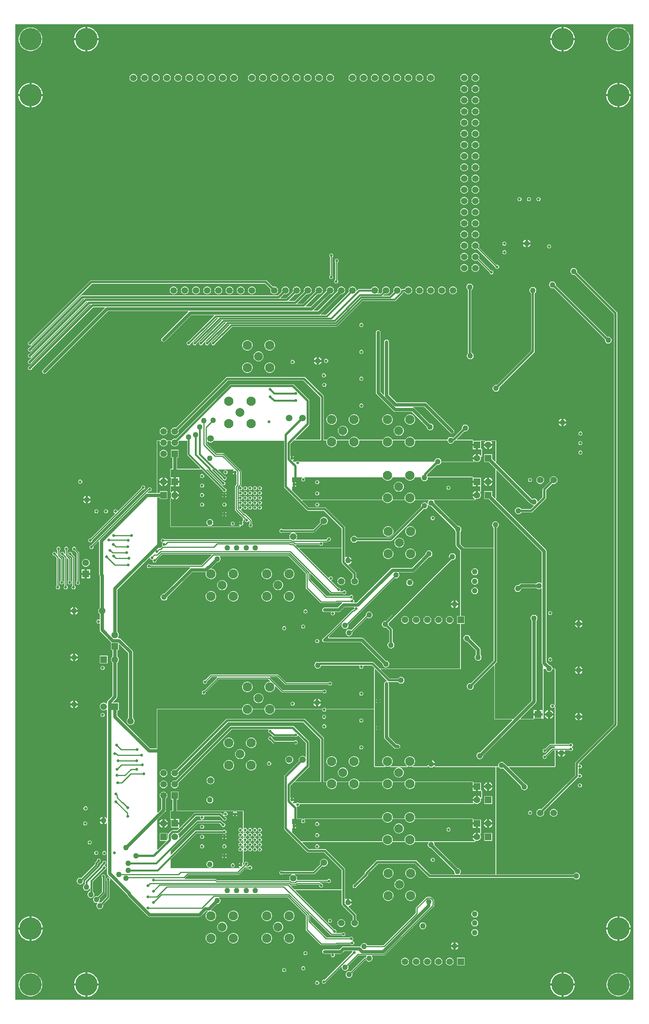
<source format=gbl>
G04*
G04 #@! TF.GenerationSoftware,Altium Limited,Altium Designer,23.1.1 (15)*
G04*
G04 Layer_Physical_Order=4*
G04 Layer_Color=16711680*
%FSLAX44Y44*%
%MOMM*%
G71*
G04*
G04 #@! TF.SameCoordinates,9BA81442-0EA8-4703-AF15-A62A9ABE79D7*
G04*
G04*
G04 #@! TF.FilePolarity,Positive*
G04*
G01*
G75*
%ADD11C,0.2540*%
%ADD51C,0.5080*%
%ADD52C,0.3810*%
%ADD53C,0.7620*%
%ADD54C,5.0800*%
%ADD55C,1.5000*%
%ADD56C,2.1000*%
%ADD57R,1.5000X1.5000*%
%ADD58C,2.0000*%
%ADD59R,1.5000X1.5000*%
%ADD60C,0.6350*%
%ADD61C,1.2700*%
G36*
X1408356Y3884D02*
X3884D01*
Y2218616D01*
X1408356D01*
Y3884D01*
D02*
G37*
%LPC*%
G36*
X1249680Y2212286D02*
Y2186940D01*
X1275026D01*
X1274392Y2190943D01*
X1273033Y2195125D01*
X1271036Y2199044D01*
X1268451Y2202602D01*
X1265342Y2205711D01*
X1261784Y2208296D01*
X1257865Y2210293D01*
X1253683Y2211652D01*
X1249680Y2212286D01*
D02*
G37*
G36*
X1244600D02*
X1240597Y2211652D01*
X1236415Y2210293D01*
X1232496Y2208296D01*
X1228938Y2205711D01*
X1225829Y2202602D01*
X1223244Y2199044D01*
X1221247Y2195125D01*
X1219888Y2190943D01*
X1219254Y2186940D01*
X1244600D01*
Y2212286D01*
D02*
G37*
G36*
X167640D02*
Y2186940D01*
X192986D01*
X192352Y2190943D01*
X190993Y2195125D01*
X188996Y2199044D01*
X186411Y2202602D01*
X183302Y2205711D01*
X179744Y2208296D01*
X175825Y2210293D01*
X171643Y2211652D01*
X167640Y2212286D01*
D02*
G37*
G36*
X162560D02*
X158557Y2211652D01*
X154375Y2210293D01*
X150456Y2208296D01*
X146898Y2205711D01*
X143789Y2202602D01*
X141204Y2199044D01*
X139207Y2195125D01*
X137848Y2190943D01*
X137214Y2186940D01*
X162560D01*
Y2212286D01*
D02*
G37*
G36*
X1376239Y2211070D02*
X1372041D01*
X1367895Y2210413D01*
X1363902Y2209116D01*
X1360162Y2207210D01*
X1356766Y2204743D01*
X1353797Y2201774D01*
X1351330Y2198378D01*
X1349424Y2194638D01*
X1348127Y2190645D01*
X1347470Y2186499D01*
Y2182301D01*
X1348127Y2178155D01*
X1349424Y2174162D01*
X1351330Y2170422D01*
X1353797Y2167026D01*
X1356766Y2164057D01*
X1360162Y2161590D01*
X1363902Y2159684D01*
X1367895Y2158387D01*
X1372041Y2157730D01*
X1376239D01*
X1380385Y2158387D01*
X1384378Y2159684D01*
X1388118Y2161590D01*
X1391514Y2164057D01*
X1394483Y2167026D01*
X1396950Y2170422D01*
X1398856Y2174162D01*
X1400153Y2178155D01*
X1400810Y2182301D01*
Y2186499D01*
X1400153Y2190645D01*
X1398856Y2194638D01*
X1396950Y2198378D01*
X1394483Y2201774D01*
X1391514Y2204743D01*
X1388118Y2207210D01*
X1384378Y2209116D01*
X1380385Y2210413D01*
X1376239Y2211070D01*
D02*
G37*
G36*
X40199D02*
X36001D01*
X31855Y2210413D01*
X27862Y2209116D01*
X24122Y2207210D01*
X20726Y2204743D01*
X17757Y2201774D01*
X15290Y2198378D01*
X13384Y2194638D01*
X12087Y2190645D01*
X11430Y2186499D01*
Y2182301D01*
X12087Y2178155D01*
X13384Y2174162D01*
X15290Y2170422D01*
X17757Y2167026D01*
X20726Y2164057D01*
X24122Y2161590D01*
X27862Y2159684D01*
X31855Y2158387D01*
X36001Y2157730D01*
X40199D01*
X44345Y2158387D01*
X48338Y2159684D01*
X52078Y2161590D01*
X55474Y2164057D01*
X58443Y2167026D01*
X60910Y2170422D01*
X62816Y2174162D01*
X64113Y2178155D01*
X64770Y2182301D01*
Y2186499D01*
X64113Y2190645D01*
X62816Y2194638D01*
X60910Y2198378D01*
X58443Y2201774D01*
X55474Y2204743D01*
X52078Y2207210D01*
X48338Y2209116D01*
X44345Y2210413D01*
X40199Y2211070D01*
D02*
G37*
G36*
X1275026Y2181860D02*
X1249680D01*
Y2156514D01*
X1253683Y2157148D01*
X1257865Y2158507D01*
X1261784Y2160504D01*
X1265342Y2163089D01*
X1268451Y2166198D01*
X1271036Y2169756D01*
X1273033Y2173675D01*
X1274392Y2177857D01*
X1275026Y2181860D01*
D02*
G37*
G36*
X1244600D02*
X1219254D01*
X1219888Y2177857D01*
X1221247Y2173675D01*
X1223244Y2169756D01*
X1225829Y2166198D01*
X1228938Y2163089D01*
X1232496Y2160504D01*
X1236415Y2158507D01*
X1240597Y2157148D01*
X1244600Y2156514D01*
Y2181860D01*
D02*
G37*
G36*
X192986D02*
X167640D01*
Y2156514D01*
X171643Y2157148D01*
X175825Y2158507D01*
X179744Y2160504D01*
X183302Y2163089D01*
X186411Y2166198D01*
X188996Y2169756D01*
X190993Y2173675D01*
X192352Y2177857D01*
X192986Y2181860D01*
D02*
G37*
G36*
X162560D02*
X137214D01*
X137848Y2177857D01*
X139207Y2173675D01*
X141204Y2169756D01*
X143789Y2166198D01*
X146898Y2163089D01*
X150456Y2160504D01*
X154375Y2158507D01*
X158557Y2157148D01*
X162560Y2156514D01*
Y2181860D01*
D02*
G37*
G36*
X1050175Y2105540D02*
X1047865D01*
X1045635Y2104942D01*
X1043635Y2103788D01*
X1042002Y2102155D01*
X1040848Y2100155D01*
X1040250Y2097925D01*
Y2095615D01*
X1040848Y2093385D01*
X1042002Y2091385D01*
X1043635Y2089752D01*
X1045635Y2088598D01*
X1047865Y2088000D01*
X1050175D01*
X1052405Y2088598D01*
X1054405Y2089752D01*
X1056038Y2091385D01*
X1057192Y2093385D01*
X1057790Y2095615D01*
Y2097925D01*
X1057192Y2100155D01*
X1056038Y2102155D01*
X1054405Y2103788D01*
X1052405Y2104942D01*
X1050175Y2105540D01*
D02*
G37*
G36*
X1024775D02*
X1022465D01*
X1020235Y2104942D01*
X1018235Y2103788D01*
X1016602Y2102155D01*
X1015448Y2100155D01*
X1014850Y2097925D01*
Y2095615D01*
X1015448Y2093385D01*
X1016602Y2091385D01*
X1018235Y2089752D01*
X1020235Y2088598D01*
X1022465Y2088000D01*
X1024775D01*
X1027005Y2088598D01*
X1029005Y2089752D01*
X1030638Y2091385D01*
X1031792Y2093385D01*
X1032390Y2095615D01*
Y2097925D01*
X1031792Y2100155D01*
X1030638Y2102155D01*
X1029005Y2103788D01*
X1027005Y2104942D01*
X1024775Y2105540D01*
D02*
G37*
G36*
X948575D02*
X946265D01*
X944035Y2104942D01*
X942035Y2103788D01*
X940402Y2102155D01*
X939248Y2100155D01*
X938650Y2097925D01*
Y2095615D01*
X939248Y2093385D01*
X940402Y2091385D01*
X942035Y2089752D01*
X944035Y2088598D01*
X946265Y2088000D01*
X948575D01*
X950805Y2088598D01*
X952805Y2089752D01*
X954438Y2091385D01*
X955592Y2093385D01*
X956190Y2095615D01*
Y2097925D01*
X955592Y2100155D01*
X954438Y2102155D01*
X952805Y2103788D01*
X950805Y2104942D01*
X948575Y2105540D01*
D02*
G37*
G36*
X923175D02*
X920865D01*
X918635Y2104942D01*
X916635Y2103788D01*
X915002Y2102155D01*
X913848Y2100155D01*
X913250Y2097925D01*
Y2095615D01*
X913848Y2093385D01*
X915002Y2091385D01*
X916635Y2089752D01*
X918635Y2088598D01*
X920865Y2088000D01*
X923175D01*
X925405Y2088598D01*
X927405Y2089752D01*
X929038Y2091385D01*
X930192Y2093385D01*
X930790Y2095615D01*
Y2097925D01*
X930192Y2100155D01*
X929038Y2102155D01*
X927405Y2103788D01*
X925405Y2104942D01*
X923175Y2105540D01*
D02*
G37*
G36*
X897775D02*
X895465D01*
X893235Y2104942D01*
X891235Y2103788D01*
X889602Y2102155D01*
X888448Y2100155D01*
X887850Y2097925D01*
Y2095615D01*
X888448Y2093385D01*
X889602Y2091385D01*
X891235Y2089752D01*
X893235Y2088598D01*
X895465Y2088000D01*
X897775D01*
X900005Y2088598D01*
X902005Y2089752D01*
X903638Y2091385D01*
X904792Y2093385D01*
X905390Y2095615D01*
Y2097925D01*
X904792Y2100155D01*
X903638Y2102155D01*
X902005Y2103788D01*
X900005Y2104942D01*
X897775Y2105540D01*
D02*
G37*
G36*
X872375D02*
X870065D01*
X867835Y2104942D01*
X865835Y2103788D01*
X864202Y2102155D01*
X863048Y2100155D01*
X862450Y2097925D01*
Y2095615D01*
X863048Y2093385D01*
X864202Y2091385D01*
X865835Y2089752D01*
X867835Y2088598D01*
X870065Y2088000D01*
X872375D01*
X874605Y2088598D01*
X876605Y2089752D01*
X878238Y2091385D01*
X879392Y2093385D01*
X879990Y2095615D01*
Y2097925D01*
X879392Y2100155D01*
X878238Y2102155D01*
X876605Y2103788D01*
X874605Y2104942D01*
X872375Y2105540D01*
D02*
G37*
G36*
X846975D02*
X844665D01*
X842435Y2104942D01*
X840435Y2103788D01*
X838802Y2102155D01*
X837648Y2100155D01*
X837050Y2097925D01*
Y2095615D01*
X837648Y2093385D01*
X838802Y2091385D01*
X840435Y2089752D01*
X842435Y2088598D01*
X844665Y2088000D01*
X846975D01*
X849205Y2088598D01*
X851205Y2089752D01*
X852838Y2091385D01*
X853992Y2093385D01*
X854590Y2095615D01*
Y2097925D01*
X853992Y2100155D01*
X852838Y2102155D01*
X851205Y2103788D01*
X849205Y2104942D01*
X846975Y2105540D01*
D02*
G37*
G36*
X821575D02*
X819265D01*
X817035Y2104942D01*
X815035Y2103788D01*
X813402Y2102155D01*
X812248Y2100155D01*
X811650Y2097925D01*
Y2095615D01*
X812248Y2093385D01*
X813402Y2091385D01*
X815035Y2089752D01*
X817035Y2088598D01*
X819265Y2088000D01*
X821575D01*
X823805Y2088598D01*
X825805Y2089752D01*
X827438Y2091385D01*
X828592Y2093385D01*
X829190Y2095615D01*
Y2097925D01*
X828592Y2100155D01*
X827438Y2102155D01*
X825805Y2103788D01*
X823805Y2104942D01*
X821575Y2105540D01*
D02*
G37*
G36*
X796175D02*
X793865D01*
X791635Y2104942D01*
X789635Y2103788D01*
X788002Y2102155D01*
X786848Y2100155D01*
X786250Y2097925D01*
Y2095615D01*
X786848Y2093385D01*
X788002Y2091385D01*
X789635Y2089752D01*
X791635Y2088598D01*
X793865Y2088000D01*
X796175D01*
X798405Y2088598D01*
X800405Y2089752D01*
X802038Y2091385D01*
X803192Y2093385D01*
X803790Y2095615D01*
Y2097925D01*
X803192Y2100155D01*
X802038Y2102155D01*
X800405Y2103788D01*
X798405Y2104942D01*
X796175Y2105540D01*
D02*
G37*
G36*
X770775D02*
X768465D01*
X766235Y2104942D01*
X764235Y2103788D01*
X762602Y2102155D01*
X761448Y2100155D01*
X760850Y2097925D01*
Y2095615D01*
X761448Y2093385D01*
X762602Y2091385D01*
X764235Y2089752D01*
X766235Y2088598D01*
X768465Y2088000D01*
X770775D01*
X773005Y2088598D01*
X775005Y2089752D01*
X776638Y2091385D01*
X777792Y2093385D01*
X778390Y2095615D01*
Y2097925D01*
X777792Y2100155D01*
X776638Y2102155D01*
X775005Y2103788D01*
X773005Y2104942D01*
X770775Y2105540D01*
D02*
G37*
G36*
X719975D02*
X717665D01*
X715435Y2104942D01*
X713435Y2103788D01*
X711802Y2102155D01*
X710648Y2100155D01*
X710050Y2097925D01*
Y2095615D01*
X710648Y2093385D01*
X711802Y2091385D01*
X713435Y2089752D01*
X715435Y2088598D01*
X717665Y2088000D01*
X719975D01*
X722205Y2088598D01*
X724205Y2089752D01*
X725838Y2091385D01*
X726992Y2093385D01*
X727590Y2095615D01*
Y2097925D01*
X726992Y2100155D01*
X725838Y2102155D01*
X724205Y2103788D01*
X722205Y2104942D01*
X719975Y2105540D01*
D02*
G37*
G36*
X694575D02*
X692265D01*
X690035Y2104942D01*
X688035Y2103788D01*
X686402Y2102155D01*
X685248Y2100155D01*
X684650Y2097925D01*
Y2095615D01*
X685248Y2093385D01*
X686402Y2091385D01*
X688035Y2089752D01*
X690035Y2088598D01*
X692265Y2088000D01*
X694575D01*
X696805Y2088598D01*
X698805Y2089752D01*
X700438Y2091385D01*
X701592Y2093385D01*
X702190Y2095615D01*
Y2097925D01*
X701592Y2100155D01*
X700438Y2102155D01*
X698805Y2103788D01*
X696805Y2104942D01*
X694575Y2105540D01*
D02*
G37*
G36*
X669175D02*
X666865D01*
X664635Y2104942D01*
X662635Y2103788D01*
X661002Y2102155D01*
X659848Y2100155D01*
X659250Y2097925D01*
Y2095615D01*
X659848Y2093385D01*
X661002Y2091385D01*
X662635Y2089752D01*
X664635Y2088598D01*
X666865Y2088000D01*
X669175D01*
X671405Y2088598D01*
X673405Y2089752D01*
X675038Y2091385D01*
X676192Y2093385D01*
X676790Y2095615D01*
Y2097925D01*
X676192Y2100155D01*
X675038Y2102155D01*
X673405Y2103788D01*
X671405Y2104942D01*
X669175Y2105540D01*
D02*
G37*
G36*
X643775D02*
X641465D01*
X639235Y2104942D01*
X637235Y2103788D01*
X635602Y2102155D01*
X634448Y2100155D01*
X633850Y2097925D01*
Y2095615D01*
X634448Y2093385D01*
X635602Y2091385D01*
X637235Y2089752D01*
X639235Y2088598D01*
X641465Y2088000D01*
X643775D01*
X646005Y2088598D01*
X648005Y2089752D01*
X649638Y2091385D01*
X650792Y2093385D01*
X651390Y2095615D01*
Y2097925D01*
X650792Y2100155D01*
X649638Y2102155D01*
X648005Y2103788D01*
X646005Y2104942D01*
X643775Y2105540D01*
D02*
G37*
G36*
X618375D02*
X616065D01*
X613835Y2104942D01*
X611835Y2103788D01*
X610202Y2102155D01*
X609048Y2100155D01*
X608450Y2097925D01*
Y2095615D01*
X609048Y2093385D01*
X610202Y2091385D01*
X611835Y2089752D01*
X613835Y2088598D01*
X616065Y2088000D01*
X618375D01*
X620605Y2088598D01*
X622605Y2089752D01*
X624238Y2091385D01*
X625392Y2093385D01*
X625990Y2095615D01*
Y2097925D01*
X625392Y2100155D01*
X624238Y2102155D01*
X622605Y2103788D01*
X620605Y2104942D01*
X618375Y2105540D01*
D02*
G37*
G36*
X592975D02*
X590665D01*
X588435Y2104942D01*
X586435Y2103788D01*
X584802Y2102155D01*
X583648Y2100155D01*
X583050Y2097925D01*
Y2095615D01*
X583648Y2093385D01*
X584802Y2091385D01*
X586435Y2089752D01*
X588435Y2088598D01*
X590665Y2088000D01*
X592975D01*
X595205Y2088598D01*
X597205Y2089752D01*
X598838Y2091385D01*
X599992Y2093385D01*
X600590Y2095615D01*
Y2097925D01*
X599992Y2100155D01*
X598838Y2102155D01*
X597205Y2103788D01*
X595205Y2104942D01*
X592975Y2105540D01*
D02*
G37*
G36*
X567575D02*
X565265D01*
X563035Y2104942D01*
X561035Y2103788D01*
X559402Y2102155D01*
X558248Y2100155D01*
X557650Y2097925D01*
Y2095615D01*
X558248Y2093385D01*
X559402Y2091385D01*
X561035Y2089752D01*
X563035Y2088598D01*
X565265Y2088000D01*
X567575D01*
X569805Y2088598D01*
X571805Y2089752D01*
X573438Y2091385D01*
X574592Y2093385D01*
X575190Y2095615D01*
Y2097925D01*
X574592Y2100155D01*
X573438Y2102155D01*
X571805Y2103788D01*
X569805Y2104942D01*
X567575Y2105540D01*
D02*
G37*
G36*
X542175D02*
X539865D01*
X537635Y2104942D01*
X535635Y2103788D01*
X534002Y2102155D01*
X532848Y2100155D01*
X532250Y2097925D01*
Y2095615D01*
X532848Y2093385D01*
X534002Y2091385D01*
X535635Y2089752D01*
X537635Y2088598D01*
X539865Y2088000D01*
X542175D01*
X544405Y2088598D01*
X546405Y2089752D01*
X548038Y2091385D01*
X549192Y2093385D01*
X549790Y2095615D01*
Y2097925D01*
X549192Y2100155D01*
X548038Y2102155D01*
X546405Y2103788D01*
X544405Y2104942D01*
X542175Y2105540D01*
D02*
G37*
G36*
X501535D02*
X499225D01*
X496995Y2104942D01*
X494995Y2103788D01*
X493362Y2102155D01*
X492208Y2100155D01*
X491610Y2097925D01*
Y2095615D01*
X492208Y2093385D01*
X493362Y2091385D01*
X494995Y2089752D01*
X496995Y2088598D01*
X499225Y2088000D01*
X501535D01*
X503765Y2088598D01*
X505765Y2089752D01*
X507398Y2091385D01*
X508552Y2093385D01*
X509150Y2095615D01*
Y2097925D01*
X508552Y2100155D01*
X507398Y2102155D01*
X505765Y2103788D01*
X503765Y2104942D01*
X501535Y2105540D01*
D02*
G37*
G36*
X476135D02*
X473825D01*
X471595Y2104942D01*
X469595Y2103788D01*
X467962Y2102155D01*
X466808Y2100155D01*
X466210Y2097925D01*
Y2095615D01*
X466808Y2093385D01*
X467962Y2091385D01*
X469595Y2089752D01*
X471595Y2088598D01*
X473825Y2088000D01*
X476135D01*
X478365Y2088598D01*
X480365Y2089752D01*
X481998Y2091385D01*
X483152Y2093385D01*
X483750Y2095615D01*
Y2097925D01*
X483152Y2100155D01*
X481998Y2102155D01*
X480365Y2103788D01*
X478365Y2104942D01*
X476135Y2105540D01*
D02*
G37*
G36*
X450735D02*
X448425D01*
X446195Y2104942D01*
X444195Y2103788D01*
X442562Y2102155D01*
X441408Y2100155D01*
X440810Y2097925D01*
Y2095615D01*
X441408Y2093385D01*
X442562Y2091385D01*
X444195Y2089752D01*
X446195Y2088598D01*
X448425Y2088000D01*
X450735D01*
X452965Y2088598D01*
X454965Y2089752D01*
X456598Y2091385D01*
X457752Y2093385D01*
X458350Y2095615D01*
Y2097925D01*
X457752Y2100155D01*
X456598Y2102155D01*
X454965Y2103788D01*
X452965Y2104942D01*
X450735Y2105540D01*
D02*
G37*
G36*
X425335D02*
X423025D01*
X420795Y2104942D01*
X418795Y2103788D01*
X417162Y2102155D01*
X416008Y2100155D01*
X415410Y2097925D01*
Y2095615D01*
X416008Y2093385D01*
X417162Y2091385D01*
X418795Y2089752D01*
X420795Y2088598D01*
X423025Y2088000D01*
X425335D01*
X427565Y2088598D01*
X429565Y2089752D01*
X431198Y2091385D01*
X432352Y2093385D01*
X432950Y2095615D01*
Y2097925D01*
X432352Y2100155D01*
X431198Y2102155D01*
X429565Y2103788D01*
X427565Y2104942D01*
X425335Y2105540D01*
D02*
G37*
G36*
X399935D02*
X397625D01*
X395395Y2104942D01*
X393395Y2103788D01*
X391762Y2102155D01*
X390608Y2100155D01*
X390010Y2097925D01*
Y2095615D01*
X390608Y2093385D01*
X391762Y2091385D01*
X393395Y2089752D01*
X395395Y2088598D01*
X397625Y2088000D01*
X399935D01*
X402165Y2088598D01*
X404165Y2089752D01*
X405798Y2091385D01*
X406952Y2093385D01*
X407550Y2095615D01*
Y2097925D01*
X406952Y2100155D01*
X405798Y2102155D01*
X404165Y2103788D01*
X402165Y2104942D01*
X399935Y2105540D01*
D02*
G37*
G36*
X374535D02*
X372225D01*
X369995Y2104942D01*
X367995Y2103788D01*
X366362Y2102155D01*
X365208Y2100155D01*
X364610Y2097925D01*
Y2095615D01*
X365208Y2093385D01*
X366362Y2091385D01*
X367995Y2089752D01*
X369995Y2088598D01*
X372225Y2088000D01*
X374535D01*
X376765Y2088598D01*
X378765Y2089752D01*
X380398Y2091385D01*
X381552Y2093385D01*
X382150Y2095615D01*
Y2097925D01*
X381552Y2100155D01*
X380398Y2102155D01*
X378765Y2103788D01*
X376765Y2104942D01*
X374535Y2105540D01*
D02*
G37*
G36*
X349135D02*
X346825D01*
X344595Y2104942D01*
X342595Y2103788D01*
X340962Y2102155D01*
X339808Y2100155D01*
X339210Y2097925D01*
Y2095615D01*
X339808Y2093385D01*
X340962Y2091385D01*
X342595Y2089752D01*
X344595Y2088598D01*
X346825Y2088000D01*
X349135D01*
X351365Y2088598D01*
X353365Y2089752D01*
X354998Y2091385D01*
X356152Y2093385D01*
X356750Y2095615D01*
Y2097925D01*
X356152Y2100155D01*
X354998Y2102155D01*
X353365Y2103788D01*
X351365Y2104942D01*
X349135Y2105540D01*
D02*
G37*
G36*
X323735D02*
X321425D01*
X319195Y2104942D01*
X317195Y2103788D01*
X315562Y2102155D01*
X314408Y2100155D01*
X313810Y2097925D01*
Y2095615D01*
X314408Y2093385D01*
X315562Y2091385D01*
X317195Y2089752D01*
X319195Y2088598D01*
X321425Y2088000D01*
X323735D01*
X325965Y2088598D01*
X327965Y2089752D01*
X329598Y2091385D01*
X330752Y2093385D01*
X331350Y2095615D01*
Y2097925D01*
X330752Y2100155D01*
X329598Y2102155D01*
X327965Y2103788D01*
X325965Y2104942D01*
X323735Y2105540D01*
D02*
G37*
G36*
X298335D02*
X296025D01*
X293795Y2104942D01*
X291795Y2103788D01*
X290162Y2102155D01*
X289008Y2100155D01*
X288410Y2097925D01*
Y2095615D01*
X289008Y2093385D01*
X290162Y2091385D01*
X291795Y2089752D01*
X293795Y2088598D01*
X296025Y2088000D01*
X298335D01*
X300565Y2088598D01*
X302565Y2089752D01*
X304198Y2091385D01*
X305352Y2093385D01*
X305950Y2095615D01*
Y2097925D01*
X305352Y2100155D01*
X304198Y2102155D01*
X302565Y2103788D01*
X300565Y2104942D01*
X298335Y2105540D01*
D02*
G37*
G36*
X272935D02*
X270625D01*
X268395Y2104942D01*
X266395Y2103788D01*
X264762Y2102155D01*
X263608Y2100155D01*
X263010Y2097925D01*
Y2095615D01*
X263608Y2093385D01*
X264762Y2091385D01*
X266395Y2089752D01*
X268395Y2088598D01*
X270625Y2088000D01*
X272935D01*
X275165Y2088598D01*
X277165Y2089752D01*
X278798Y2091385D01*
X279952Y2093385D01*
X280550Y2095615D01*
Y2097925D01*
X279952Y2100155D01*
X278798Y2102155D01*
X277165Y2103788D01*
X275165Y2104942D01*
X272935Y2105540D01*
D02*
G37*
G36*
X1050175Y2080140D02*
X1047865D01*
X1045635Y2079542D01*
X1043635Y2078388D01*
X1042002Y2076755D01*
X1040848Y2074755D01*
X1040250Y2072525D01*
Y2070215D01*
X1040848Y2067985D01*
X1042002Y2065985D01*
X1043635Y2064352D01*
X1045635Y2063198D01*
X1047865Y2062600D01*
X1050175D01*
X1052405Y2063198D01*
X1054405Y2064352D01*
X1056038Y2065985D01*
X1057192Y2067985D01*
X1057790Y2070215D01*
Y2072525D01*
X1057192Y2074755D01*
X1056038Y2076755D01*
X1054405Y2078388D01*
X1052405Y2079542D01*
X1050175Y2080140D01*
D02*
G37*
G36*
X1024775D02*
X1022465D01*
X1020235Y2079542D01*
X1018235Y2078388D01*
X1016602Y2076755D01*
X1015448Y2074755D01*
X1014850Y2072525D01*
Y2070215D01*
X1015448Y2067985D01*
X1016602Y2065985D01*
X1018235Y2064352D01*
X1020235Y2063198D01*
X1022465Y2062600D01*
X1024775D01*
X1027005Y2063198D01*
X1029005Y2064352D01*
X1030638Y2065985D01*
X1031792Y2067985D01*
X1032390Y2070215D01*
Y2072525D01*
X1031792Y2074755D01*
X1030638Y2076755D01*
X1029005Y2078388D01*
X1027005Y2079542D01*
X1024775Y2080140D01*
D02*
G37*
G36*
X1376680Y2085286D02*
Y2059940D01*
X1402026D01*
X1401392Y2063943D01*
X1400033Y2068125D01*
X1398036Y2072044D01*
X1395451Y2075602D01*
X1392342Y2078711D01*
X1388784Y2081296D01*
X1384865Y2083293D01*
X1380683Y2084652D01*
X1376680Y2085286D01*
D02*
G37*
G36*
X1371600D02*
X1367597Y2084652D01*
X1363415Y2083293D01*
X1359496Y2081296D01*
X1355938Y2078711D01*
X1352829Y2075602D01*
X1350244Y2072044D01*
X1348247Y2068125D01*
X1346888Y2063943D01*
X1346254Y2059940D01*
X1371600D01*
Y2085286D01*
D02*
G37*
G36*
X40640D02*
Y2059940D01*
X65986D01*
X65352Y2063943D01*
X63993Y2068125D01*
X61996Y2072044D01*
X59411Y2075602D01*
X56302Y2078711D01*
X52744Y2081296D01*
X48825Y2083293D01*
X44643Y2084652D01*
X40640Y2085286D01*
D02*
G37*
G36*
X35560D02*
X31557Y2084652D01*
X27375Y2083293D01*
X23456Y2081296D01*
X19898Y2078711D01*
X16789Y2075602D01*
X14204Y2072044D01*
X12207Y2068125D01*
X10848Y2063943D01*
X10214Y2059940D01*
X35560D01*
Y2085286D01*
D02*
G37*
G36*
X1050175Y2054740D02*
X1047865D01*
X1045635Y2054142D01*
X1043635Y2052988D01*
X1042002Y2051355D01*
X1040848Y2049355D01*
X1040250Y2047125D01*
Y2044815D01*
X1040848Y2042585D01*
X1042002Y2040585D01*
X1043635Y2038952D01*
X1045635Y2037798D01*
X1047865Y2037200D01*
X1050175D01*
X1052405Y2037798D01*
X1054405Y2038952D01*
X1056038Y2040585D01*
X1057192Y2042585D01*
X1057790Y2044815D01*
Y2047125D01*
X1057192Y2049355D01*
X1056038Y2051355D01*
X1054405Y2052988D01*
X1052405Y2054142D01*
X1050175Y2054740D01*
D02*
G37*
G36*
X1024775D02*
X1022465D01*
X1020235Y2054142D01*
X1018235Y2052988D01*
X1016602Y2051355D01*
X1015448Y2049355D01*
X1014850Y2047125D01*
Y2044815D01*
X1015448Y2042585D01*
X1016602Y2040585D01*
X1018235Y2038952D01*
X1020235Y2037798D01*
X1022465Y2037200D01*
X1024775D01*
X1027005Y2037798D01*
X1029005Y2038952D01*
X1030638Y2040585D01*
X1031792Y2042585D01*
X1032390Y2044815D01*
Y2047125D01*
X1031792Y2049355D01*
X1030638Y2051355D01*
X1029005Y2052988D01*
X1027005Y2054142D01*
X1024775Y2054740D01*
D02*
G37*
G36*
X1402026Y2054860D02*
X1376680D01*
Y2029514D01*
X1380683Y2030148D01*
X1384865Y2031507D01*
X1388784Y2033504D01*
X1392342Y2036089D01*
X1395451Y2039198D01*
X1398036Y2042756D01*
X1400033Y2046675D01*
X1401392Y2050857D01*
X1402026Y2054860D01*
D02*
G37*
G36*
X1371600D02*
X1346254D01*
X1346888Y2050857D01*
X1348247Y2046675D01*
X1350244Y2042756D01*
X1352829Y2039198D01*
X1355938Y2036089D01*
X1359496Y2033504D01*
X1363415Y2031507D01*
X1367597Y2030148D01*
X1371600Y2029514D01*
Y2054860D01*
D02*
G37*
G36*
X65986D02*
X40640D01*
Y2029514D01*
X44643Y2030148D01*
X48825Y2031507D01*
X52744Y2033504D01*
X56302Y2036089D01*
X59411Y2039198D01*
X61996Y2042756D01*
X63993Y2046675D01*
X65352Y2050857D01*
X65986Y2054860D01*
D02*
G37*
G36*
X35560D02*
X10214D01*
X10848Y2050857D01*
X12207Y2046675D01*
X14204Y2042756D01*
X16789Y2039198D01*
X19898Y2036089D01*
X23456Y2033504D01*
X27375Y2031507D01*
X31557Y2030148D01*
X35560Y2029514D01*
Y2054860D01*
D02*
G37*
G36*
X1050175Y2029340D02*
X1047865D01*
X1045635Y2028742D01*
X1043635Y2027588D01*
X1042002Y2025955D01*
X1040848Y2023955D01*
X1040250Y2021725D01*
Y2019415D01*
X1040848Y2017185D01*
X1042002Y2015185D01*
X1043635Y2013552D01*
X1045635Y2012398D01*
X1047865Y2011800D01*
X1050175D01*
X1052405Y2012398D01*
X1054405Y2013552D01*
X1056038Y2015185D01*
X1057192Y2017185D01*
X1057790Y2019415D01*
Y2021725D01*
X1057192Y2023955D01*
X1056038Y2025955D01*
X1054405Y2027588D01*
X1052405Y2028742D01*
X1050175Y2029340D01*
D02*
G37*
G36*
X1024775D02*
X1022465D01*
X1020235Y2028742D01*
X1018235Y2027588D01*
X1016602Y2025955D01*
X1015448Y2023955D01*
X1014850Y2021725D01*
Y2019415D01*
X1015448Y2017185D01*
X1016602Y2015185D01*
X1018235Y2013552D01*
X1020235Y2012398D01*
X1022465Y2011800D01*
X1024775D01*
X1027005Y2012398D01*
X1029005Y2013552D01*
X1030638Y2015185D01*
X1031792Y2017185D01*
X1032390Y2019415D01*
Y2021725D01*
X1031792Y2023955D01*
X1030638Y2025955D01*
X1029005Y2027588D01*
X1027005Y2028742D01*
X1024775Y2029340D01*
D02*
G37*
G36*
X1050175Y2003940D02*
X1047865D01*
X1045635Y2003342D01*
X1043635Y2002188D01*
X1042002Y2000555D01*
X1040848Y1998555D01*
X1040250Y1996325D01*
Y1994015D01*
X1040848Y1991785D01*
X1042002Y1989785D01*
X1043635Y1988152D01*
X1045635Y1986998D01*
X1047865Y1986400D01*
X1050175D01*
X1052405Y1986998D01*
X1054405Y1988152D01*
X1056038Y1989785D01*
X1057192Y1991785D01*
X1057790Y1994015D01*
Y1996325D01*
X1057192Y1998555D01*
X1056038Y2000555D01*
X1054405Y2002188D01*
X1052405Y2003342D01*
X1050175Y2003940D01*
D02*
G37*
G36*
X1024775D02*
X1022465D01*
X1020235Y2003342D01*
X1018235Y2002188D01*
X1016602Y2000555D01*
X1015448Y1998555D01*
X1014850Y1996325D01*
Y1994015D01*
X1015448Y1991785D01*
X1016602Y1989785D01*
X1018235Y1988152D01*
X1020235Y1986998D01*
X1022465Y1986400D01*
X1024775D01*
X1027005Y1986998D01*
X1029005Y1988152D01*
X1030638Y1989785D01*
X1031792Y1991785D01*
X1032390Y1994015D01*
Y1996325D01*
X1031792Y1998555D01*
X1030638Y2000555D01*
X1029005Y2002188D01*
X1027005Y2003342D01*
X1024775Y2003940D01*
D02*
G37*
G36*
X1050175Y1978540D02*
X1047865D01*
X1045635Y1977942D01*
X1043635Y1976788D01*
X1042002Y1975155D01*
X1040848Y1973155D01*
X1040250Y1970925D01*
Y1968615D01*
X1040848Y1966385D01*
X1042002Y1964385D01*
X1043635Y1962752D01*
X1045635Y1961598D01*
X1047865Y1961000D01*
X1050175D01*
X1052405Y1961598D01*
X1054405Y1962752D01*
X1056038Y1964385D01*
X1057192Y1966385D01*
X1057790Y1968615D01*
Y1970925D01*
X1057192Y1973155D01*
X1056038Y1975155D01*
X1054405Y1976788D01*
X1052405Y1977942D01*
X1050175Y1978540D01*
D02*
G37*
G36*
X1024775D02*
X1022465D01*
X1020235Y1977942D01*
X1018235Y1976788D01*
X1016602Y1975155D01*
X1015448Y1973155D01*
X1014850Y1970925D01*
Y1968615D01*
X1015448Y1966385D01*
X1016602Y1964385D01*
X1018235Y1962752D01*
X1020235Y1961598D01*
X1022465Y1961000D01*
X1024775D01*
X1027005Y1961598D01*
X1029005Y1962752D01*
X1030638Y1964385D01*
X1031792Y1966385D01*
X1032390Y1968615D01*
Y1970925D01*
X1031792Y1973155D01*
X1030638Y1975155D01*
X1029005Y1976788D01*
X1027005Y1977942D01*
X1024775Y1978540D01*
D02*
G37*
G36*
X1050175Y1953140D02*
X1047865D01*
X1045635Y1952542D01*
X1043635Y1951388D01*
X1042002Y1949755D01*
X1040848Y1947755D01*
X1040250Y1945525D01*
Y1943215D01*
X1040848Y1940985D01*
X1042002Y1938985D01*
X1043635Y1937352D01*
X1045635Y1936198D01*
X1047865Y1935600D01*
X1050175D01*
X1052405Y1936198D01*
X1054405Y1937352D01*
X1056038Y1938985D01*
X1057192Y1940985D01*
X1057790Y1943215D01*
Y1945525D01*
X1057192Y1947755D01*
X1056038Y1949755D01*
X1054405Y1951388D01*
X1052405Y1952542D01*
X1050175Y1953140D01*
D02*
G37*
G36*
X1024775D02*
X1022465D01*
X1020235Y1952542D01*
X1018235Y1951388D01*
X1016602Y1949755D01*
X1015448Y1947755D01*
X1014850Y1945525D01*
Y1943215D01*
X1015448Y1940985D01*
X1016602Y1938985D01*
X1018235Y1937352D01*
X1020235Y1936198D01*
X1022465Y1935600D01*
X1024775D01*
X1027005Y1936198D01*
X1029005Y1937352D01*
X1030638Y1938985D01*
X1031792Y1940985D01*
X1032390Y1943215D01*
Y1945525D01*
X1031792Y1947755D01*
X1030638Y1949755D01*
X1029005Y1951388D01*
X1027005Y1952542D01*
X1024775Y1953140D01*
D02*
G37*
G36*
X1050175Y1927740D02*
X1047865D01*
X1045635Y1927142D01*
X1043635Y1925988D01*
X1042002Y1924355D01*
X1040848Y1922355D01*
X1040250Y1920125D01*
Y1917815D01*
X1040848Y1915585D01*
X1042002Y1913585D01*
X1043635Y1911952D01*
X1045635Y1910798D01*
X1047865Y1910200D01*
X1050175D01*
X1052405Y1910798D01*
X1054405Y1911952D01*
X1056038Y1913585D01*
X1057192Y1915585D01*
X1057790Y1917815D01*
Y1920125D01*
X1057192Y1922355D01*
X1056038Y1924355D01*
X1054405Y1925988D01*
X1052405Y1927142D01*
X1050175Y1927740D01*
D02*
G37*
G36*
X1024775D02*
X1022465D01*
X1020235Y1927142D01*
X1018235Y1925988D01*
X1016602Y1924355D01*
X1015448Y1922355D01*
X1014850Y1920125D01*
Y1917815D01*
X1015448Y1915585D01*
X1016602Y1913585D01*
X1018235Y1911952D01*
X1020235Y1910798D01*
X1022465Y1910200D01*
X1024775D01*
X1027005Y1910798D01*
X1029005Y1911952D01*
X1030638Y1913585D01*
X1031792Y1915585D01*
X1032390Y1917815D01*
Y1920125D01*
X1031792Y1922355D01*
X1030638Y1924355D01*
X1029005Y1925988D01*
X1027005Y1927142D01*
X1024775Y1927740D01*
D02*
G37*
G36*
X1050175Y1902340D02*
X1047865D01*
X1045635Y1901742D01*
X1043635Y1900588D01*
X1042002Y1898955D01*
X1040848Y1896955D01*
X1040250Y1894725D01*
Y1892415D01*
X1040848Y1890185D01*
X1042002Y1888185D01*
X1043635Y1886552D01*
X1045635Y1885398D01*
X1047865Y1884800D01*
X1050175D01*
X1052405Y1885398D01*
X1054405Y1886552D01*
X1056038Y1888185D01*
X1057192Y1890185D01*
X1057790Y1892415D01*
Y1894725D01*
X1057192Y1896955D01*
X1056038Y1898955D01*
X1054405Y1900588D01*
X1052405Y1901742D01*
X1050175Y1902340D01*
D02*
G37*
G36*
X1024775D02*
X1022465D01*
X1020235Y1901742D01*
X1018235Y1900588D01*
X1016602Y1898955D01*
X1015448Y1896955D01*
X1014850Y1894725D01*
Y1892415D01*
X1015448Y1890185D01*
X1016602Y1888185D01*
X1018235Y1886552D01*
X1020235Y1885398D01*
X1022465Y1884800D01*
X1024775D01*
X1027005Y1885398D01*
X1029005Y1886552D01*
X1030638Y1888185D01*
X1031792Y1890185D01*
X1032390Y1892415D01*
Y1894725D01*
X1031792Y1896955D01*
X1030638Y1898955D01*
X1029005Y1900588D01*
X1027005Y1901742D01*
X1024775Y1902340D01*
D02*
G37*
G36*
X1050175Y1876940D02*
X1047865D01*
X1045635Y1876342D01*
X1043635Y1875188D01*
X1042002Y1873555D01*
X1040848Y1871555D01*
X1040250Y1869325D01*
Y1867015D01*
X1040848Y1864785D01*
X1042002Y1862785D01*
X1043635Y1861152D01*
X1045635Y1859998D01*
X1047865Y1859400D01*
X1050175D01*
X1052405Y1859998D01*
X1054405Y1861152D01*
X1056038Y1862785D01*
X1057192Y1864785D01*
X1057790Y1867015D01*
Y1869325D01*
X1057192Y1871555D01*
X1056038Y1873555D01*
X1054405Y1875188D01*
X1052405Y1876342D01*
X1050175Y1876940D01*
D02*
G37*
G36*
X1024775D02*
X1022465D01*
X1020235Y1876342D01*
X1018235Y1875188D01*
X1016602Y1873555D01*
X1015448Y1871555D01*
X1014850Y1869325D01*
Y1867015D01*
X1015448Y1864785D01*
X1016602Y1862785D01*
X1018235Y1861152D01*
X1020235Y1859998D01*
X1022465Y1859400D01*
X1024775D01*
X1027005Y1859998D01*
X1029005Y1861152D01*
X1030638Y1862785D01*
X1031792Y1864785D01*
X1032390Y1867015D01*
Y1869325D01*
X1031792Y1871555D01*
X1030638Y1873555D01*
X1029005Y1875188D01*
X1027005Y1876342D01*
X1024775Y1876940D01*
D02*
G37*
G36*
X1050175Y1851540D02*
X1047865D01*
X1045635Y1850942D01*
X1043635Y1849788D01*
X1042002Y1848155D01*
X1040848Y1846155D01*
X1040250Y1843925D01*
Y1841615D01*
X1040848Y1839385D01*
X1042002Y1837385D01*
X1043635Y1835752D01*
X1045635Y1834598D01*
X1047865Y1834000D01*
X1050175D01*
X1052405Y1834598D01*
X1054405Y1835752D01*
X1056038Y1837385D01*
X1057192Y1839385D01*
X1057790Y1841615D01*
Y1843925D01*
X1057192Y1846155D01*
X1056038Y1848155D01*
X1054405Y1849788D01*
X1052405Y1850942D01*
X1050175Y1851540D01*
D02*
G37*
G36*
X1024775D02*
X1022465D01*
X1020235Y1850942D01*
X1018235Y1849788D01*
X1016602Y1848155D01*
X1015448Y1846155D01*
X1014850Y1843925D01*
Y1841615D01*
X1015448Y1839385D01*
X1016602Y1837385D01*
X1018235Y1835752D01*
X1020235Y1834598D01*
X1022465Y1834000D01*
X1024775D01*
X1027005Y1834598D01*
X1029005Y1835752D01*
X1030638Y1837385D01*
X1031792Y1839385D01*
X1032390Y1841615D01*
Y1843925D01*
X1031792Y1846155D01*
X1030638Y1848155D01*
X1029005Y1849788D01*
X1027005Y1850942D01*
X1024775Y1851540D01*
D02*
G37*
G36*
X1193414Y1825625D02*
X1191646D01*
X1190012Y1824948D01*
X1188762Y1823698D01*
X1188085Y1822064D01*
Y1820296D01*
X1188762Y1818662D01*
X1190012Y1817412D01*
X1191646Y1816735D01*
X1193414D01*
X1195048Y1817412D01*
X1196298Y1818662D01*
X1196975Y1820296D01*
Y1822064D01*
X1196298Y1823698D01*
X1195048Y1824948D01*
X1193414Y1825625D01*
D02*
G37*
G36*
X1171824D02*
X1170056D01*
X1168422Y1824948D01*
X1167172Y1823698D01*
X1166495Y1822064D01*
Y1820296D01*
X1167172Y1818662D01*
X1168422Y1817412D01*
X1170056Y1816735D01*
X1171824D01*
X1173458Y1817412D01*
X1174708Y1818662D01*
X1175385Y1820296D01*
Y1822064D01*
X1174708Y1823698D01*
X1173458Y1824948D01*
X1171824Y1825625D01*
D02*
G37*
G36*
X1150234D02*
X1148466D01*
X1146832Y1824948D01*
X1145582Y1823698D01*
X1144905Y1822064D01*
Y1820296D01*
X1145582Y1818662D01*
X1146832Y1817412D01*
X1148466Y1816735D01*
X1150234D01*
X1151868Y1817412D01*
X1153118Y1818662D01*
X1153795Y1820296D01*
Y1822064D01*
X1153118Y1823698D01*
X1151868Y1824948D01*
X1150234Y1825625D01*
D02*
G37*
G36*
X1050175Y1826140D02*
X1047865D01*
X1045635Y1825542D01*
X1043635Y1824388D01*
X1042002Y1822755D01*
X1040848Y1820755D01*
X1040250Y1818525D01*
Y1816215D01*
X1040848Y1813985D01*
X1042002Y1811985D01*
X1043635Y1810352D01*
X1045635Y1809198D01*
X1047865Y1808600D01*
X1050175D01*
X1052405Y1809198D01*
X1054405Y1810352D01*
X1056038Y1811985D01*
X1057192Y1813985D01*
X1057790Y1816215D01*
Y1818525D01*
X1057192Y1820755D01*
X1056038Y1822755D01*
X1054405Y1824388D01*
X1052405Y1825542D01*
X1050175Y1826140D01*
D02*
G37*
G36*
X1024775D02*
X1022465D01*
X1020235Y1825542D01*
X1018235Y1824388D01*
X1016602Y1822755D01*
X1015448Y1820755D01*
X1014850Y1818525D01*
Y1816215D01*
X1015448Y1813985D01*
X1016602Y1811985D01*
X1018235Y1810352D01*
X1020235Y1809198D01*
X1022465Y1808600D01*
X1024775D01*
X1027005Y1809198D01*
X1029005Y1810352D01*
X1030638Y1811985D01*
X1031792Y1813985D01*
X1032390Y1816215D01*
Y1818525D01*
X1031792Y1820755D01*
X1030638Y1822755D01*
X1029005Y1824388D01*
X1027005Y1825542D01*
X1024775Y1826140D01*
D02*
G37*
G36*
X1050175Y1800740D02*
X1047865D01*
X1045635Y1800142D01*
X1043635Y1798988D01*
X1042002Y1797355D01*
X1040848Y1795355D01*
X1040250Y1793125D01*
Y1790815D01*
X1040848Y1788585D01*
X1042002Y1786585D01*
X1043635Y1784952D01*
X1045635Y1783798D01*
X1047865Y1783200D01*
X1050175D01*
X1052405Y1783798D01*
X1054405Y1784952D01*
X1056038Y1786585D01*
X1057192Y1788585D01*
X1057790Y1790815D01*
Y1793125D01*
X1057192Y1795355D01*
X1056038Y1797355D01*
X1054405Y1798988D01*
X1052405Y1800142D01*
X1050175Y1800740D01*
D02*
G37*
G36*
X1024775D02*
X1022465D01*
X1020235Y1800142D01*
X1018235Y1798988D01*
X1016602Y1797355D01*
X1015448Y1795355D01*
X1014850Y1793125D01*
Y1790815D01*
X1015448Y1788585D01*
X1016602Y1786585D01*
X1018235Y1784952D01*
X1020235Y1783798D01*
X1022465Y1783200D01*
X1024775D01*
X1027005Y1783798D01*
X1029005Y1784952D01*
X1030638Y1786585D01*
X1031792Y1788585D01*
X1032390Y1790815D01*
Y1793125D01*
X1031792Y1795355D01*
X1030638Y1797355D01*
X1029005Y1798988D01*
X1027005Y1800142D01*
X1024775Y1800740D01*
D02*
G37*
G36*
X1050175Y1775340D02*
X1047865D01*
X1045635Y1774742D01*
X1043635Y1773588D01*
X1042002Y1771955D01*
X1040848Y1769955D01*
X1040250Y1767725D01*
Y1765415D01*
X1040848Y1763185D01*
X1042002Y1761185D01*
X1043635Y1759552D01*
X1045635Y1758398D01*
X1047865Y1757800D01*
X1050175D01*
X1052405Y1758398D01*
X1054405Y1759552D01*
X1056038Y1761185D01*
X1057192Y1763185D01*
X1057790Y1765415D01*
Y1767725D01*
X1057192Y1769955D01*
X1056038Y1771955D01*
X1054405Y1773588D01*
X1052405Y1774742D01*
X1050175Y1775340D01*
D02*
G37*
G36*
X1024775D02*
X1022465D01*
X1020235Y1774742D01*
X1018235Y1773588D01*
X1016602Y1771955D01*
X1015448Y1769955D01*
X1014850Y1767725D01*
Y1765415D01*
X1015448Y1763185D01*
X1016602Y1761185D01*
X1018235Y1759552D01*
X1020235Y1758398D01*
X1022465Y1757800D01*
X1024775D01*
X1027005Y1758398D01*
X1029005Y1759552D01*
X1030638Y1761185D01*
X1031792Y1763185D01*
X1032390Y1765415D01*
Y1767725D01*
X1031792Y1769955D01*
X1030638Y1771955D01*
X1029005Y1773588D01*
X1027005Y1774742D01*
X1024775Y1775340D01*
D02*
G37*
G36*
X1050175Y1749940D02*
X1047865D01*
X1045635Y1749342D01*
X1043635Y1748188D01*
X1042002Y1746555D01*
X1040848Y1744555D01*
X1040250Y1742325D01*
Y1740015D01*
X1040848Y1737785D01*
X1042002Y1735785D01*
X1043635Y1734152D01*
X1045635Y1732998D01*
X1047865Y1732400D01*
X1050175D01*
X1052405Y1732998D01*
X1054405Y1734152D01*
X1056038Y1735785D01*
X1057192Y1737785D01*
X1057790Y1740015D01*
Y1742325D01*
X1057192Y1744555D01*
X1056038Y1746555D01*
X1054405Y1748188D01*
X1052405Y1749342D01*
X1050175Y1749940D01*
D02*
G37*
G36*
X1024775D02*
X1022465D01*
X1020235Y1749342D01*
X1018235Y1748188D01*
X1016602Y1746555D01*
X1015448Y1744555D01*
X1014850Y1742325D01*
Y1740015D01*
X1015448Y1737785D01*
X1016602Y1735785D01*
X1018235Y1734152D01*
X1020235Y1732998D01*
X1022465Y1732400D01*
X1024775D01*
X1027005Y1732998D01*
X1029005Y1734152D01*
X1030638Y1735785D01*
X1031792Y1737785D01*
X1032390Y1740015D01*
Y1742325D01*
X1031792Y1744555D01*
X1030638Y1746555D01*
X1029005Y1748188D01*
X1027005Y1749342D01*
X1024775Y1749940D01*
D02*
G37*
G36*
X1168400Y1729373D02*
Y1723390D01*
X1174383D01*
X1174144Y1724281D01*
X1172974Y1726309D01*
X1171319Y1727964D01*
X1169291Y1729134D01*
X1168400Y1729373D01*
D02*
G37*
G36*
X1163320D02*
X1162429Y1729134D01*
X1160401Y1727964D01*
X1158746Y1726309D01*
X1157576Y1724281D01*
X1157337Y1723390D01*
X1163320D01*
Y1729373D01*
D02*
G37*
G36*
X1115944Y1724810D02*
X1114176D01*
X1112542Y1724133D01*
X1111292Y1722883D01*
X1110615Y1721249D01*
Y1719481D01*
X1111292Y1717847D01*
X1112542Y1716597D01*
X1114176Y1715920D01*
X1115944D01*
X1117578Y1716597D01*
X1118828Y1717847D01*
X1119505Y1719481D01*
Y1721249D01*
X1118828Y1722883D01*
X1117578Y1724133D01*
X1115944Y1724810D01*
D02*
G37*
G36*
X1174383Y1718310D02*
X1168400D01*
Y1712327D01*
X1169291Y1712566D01*
X1171319Y1713736D01*
X1172974Y1715391D01*
X1174144Y1717419D01*
X1174383Y1718310D01*
D02*
G37*
G36*
X1163320D02*
X1157337D01*
X1157576Y1717419D01*
X1158746Y1715391D01*
X1160401Y1713736D01*
X1162429Y1712566D01*
X1163320Y1712327D01*
Y1718310D01*
D02*
G37*
G36*
X1217544D02*
X1215776D01*
X1214142Y1717633D01*
X1212892Y1716383D01*
X1212215Y1714749D01*
Y1712981D01*
X1212892Y1711347D01*
X1214142Y1710097D01*
X1215776Y1709420D01*
X1217544D01*
X1219178Y1710097D01*
X1220428Y1711347D01*
X1221105Y1712981D01*
Y1714749D01*
X1220428Y1716383D01*
X1219178Y1717633D01*
X1217544Y1718310D01*
D02*
G37*
G36*
X1024775Y1724540D02*
X1022465D01*
X1020235Y1723942D01*
X1018235Y1722788D01*
X1016602Y1721155D01*
X1015448Y1719155D01*
X1014850Y1716925D01*
Y1714615D01*
X1015448Y1712385D01*
X1016602Y1710385D01*
X1018235Y1708752D01*
X1020235Y1707598D01*
X1022465Y1707000D01*
X1024775D01*
X1027005Y1707598D01*
X1029005Y1708752D01*
X1030638Y1710385D01*
X1031792Y1712385D01*
X1032390Y1714615D01*
Y1716925D01*
X1031792Y1719155D01*
X1030638Y1721155D01*
X1029005Y1722788D01*
X1027005Y1723942D01*
X1024775Y1724540D01*
D02*
G37*
G36*
X1115944Y1704975D02*
X1114176D01*
X1112542Y1704298D01*
X1111292Y1703048D01*
X1110615Y1701414D01*
Y1699646D01*
X1111292Y1698012D01*
X1112542Y1696762D01*
X1114176Y1696085D01*
X1115944D01*
X1117578Y1696762D01*
X1118828Y1698012D01*
X1119505Y1699646D01*
Y1701414D01*
X1118828Y1703048D01*
X1117578Y1704298D01*
X1115944Y1704975D01*
D02*
G37*
G36*
X1024775Y1699140D02*
X1022465D01*
X1020235Y1698542D01*
X1018235Y1697388D01*
X1016602Y1695755D01*
X1015448Y1693755D01*
X1014850Y1691525D01*
Y1689215D01*
X1015448Y1686985D01*
X1016602Y1684985D01*
X1018235Y1683352D01*
X1020235Y1682198D01*
X1022465Y1681600D01*
X1024775D01*
X1027005Y1682198D01*
X1029005Y1683352D01*
X1030638Y1684985D01*
X1031792Y1686985D01*
X1032390Y1689215D01*
Y1691525D01*
X1031792Y1693755D01*
X1030638Y1695755D01*
X1029005Y1697388D01*
X1027005Y1698542D01*
X1024775Y1699140D01*
D02*
G37*
G36*
X1050175Y1724540D02*
X1047865D01*
X1045635Y1723942D01*
X1043635Y1722788D01*
X1042002Y1721155D01*
X1040848Y1719155D01*
X1040250Y1716925D01*
Y1714615D01*
X1040848Y1712385D01*
X1042002Y1710385D01*
X1043635Y1708752D01*
X1045635Y1707598D01*
X1047865Y1707000D01*
X1050175D01*
X1052405Y1707598D01*
X1053521Y1708242D01*
X1094105Y1667657D01*
Y1666626D01*
X1094782Y1664992D01*
X1096032Y1663742D01*
X1097666Y1663065D01*
X1099434D01*
X1101068Y1663742D01*
X1102318Y1664992D01*
X1102995Y1666626D01*
Y1668394D01*
X1102318Y1670028D01*
X1101068Y1671278D01*
X1099434Y1671955D01*
X1097666D01*
X1097289Y1671799D01*
X1057013Y1712074D01*
X1057192Y1712385D01*
X1057790Y1714615D01*
Y1716925D01*
X1057192Y1719155D01*
X1056038Y1721155D01*
X1054405Y1722788D01*
X1052405Y1723942D01*
X1050175Y1724540D01*
D02*
G37*
G36*
Y1673740D02*
X1047865D01*
X1045635Y1673142D01*
X1043635Y1671988D01*
X1042002Y1670355D01*
X1040848Y1668355D01*
X1040250Y1666125D01*
Y1663815D01*
X1040848Y1661585D01*
X1042002Y1659585D01*
X1043635Y1657952D01*
X1045635Y1656798D01*
X1047865Y1656200D01*
X1050175D01*
X1052405Y1656798D01*
X1054405Y1657952D01*
X1056038Y1659585D01*
X1057192Y1661585D01*
X1057790Y1663815D01*
Y1666125D01*
X1057192Y1668355D01*
X1056038Y1670355D01*
X1054405Y1671988D01*
X1052405Y1673142D01*
X1050175Y1673740D01*
D02*
G37*
G36*
X1024775D02*
X1022465D01*
X1020235Y1673142D01*
X1018235Y1671988D01*
X1016602Y1670355D01*
X1015448Y1668355D01*
X1014850Y1666125D01*
Y1663815D01*
X1015448Y1661585D01*
X1016602Y1659585D01*
X1018235Y1657952D01*
X1020235Y1656798D01*
X1022465Y1656200D01*
X1024775D01*
X1027005Y1656798D01*
X1029005Y1657952D01*
X1030638Y1659585D01*
X1031792Y1661585D01*
X1032390Y1663815D01*
Y1666125D01*
X1031792Y1668355D01*
X1030638Y1670355D01*
X1029005Y1671988D01*
X1027005Y1673142D01*
X1024775Y1673740D01*
D02*
G37*
G36*
X1050175Y1699140D02*
X1047865D01*
X1045635Y1698542D01*
X1043635Y1697388D01*
X1042002Y1695755D01*
X1040848Y1693755D01*
X1040250Y1691525D01*
Y1689215D01*
X1040848Y1686985D01*
X1042002Y1684985D01*
X1043635Y1683352D01*
X1045635Y1682198D01*
X1047865Y1681600D01*
X1050175D01*
X1052405Y1682198D01*
X1053545Y1682856D01*
X1081119Y1655283D01*
Y1654290D01*
X1081795Y1652656D01*
X1083046Y1651406D01*
X1084679Y1650729D01*
X1086448D01*
X1088082Y1651406D01*
X1089332Y1652656D01*
X1090009Y1654290D01*
Y1656058D01*
X1089332Y1657692D01*
X1088082Y1658942D01*
X1086448Y1659619D01*
X1084679D01*
X1084275Y1659451D01*
X1057027Y1686699D01*
X1057192Y1686985D01*
X1057790Y1689215D01*
Y1691525D01*
X1057192Y1693755D01*
X1056038Y1695755D01*
X1054405Y1697388D01*
X1052405Y1698542D01*
X1050175Y1699140D01*
D02*
G37*
G36*
X722517Y1697625D02*
X720749D01*
X719115Y1696948D01*
X717865Y1695698D01*
X717188Y1694064D01*
Y1692296D01*
X717865Y1690662D01*
X719043Y1689484D01*
Y1648502D01*
X718842Y1648418D01*
X717592Y1647168D01*
X716915Y1645534D01*
Y1643766D01*
X717592Y1642132D01*
X718842Y1640882D01*
X720476Y1640205D01*
X722244D01*
X723878Y1640882D01*
X725128Y1642132D01*
X725805Y1643766D01*
Y1645534D01*
X725128Y1647168D01*
X724223Y1648073D01*
Y1689484D01*
X725401Y1690662D01*
X726078Y1692296D01*
Y1694064D01*
X725401Y1695698D01*
X724151Y1696948D01*
X722517Y1697625D01*
D02*
G37*
G36*
X734944Y1685925D02*
X733176D01*
X731542Y1685248D01*
X730292Y1683998D01*
X729615Y1682364D01*
Y1680596D01*
X730292Y1678962D01*
X730835Y1678419D01*
Y1638492D01*
X730272Y1638258D01*
X729022Y1637008D01*
X728345Y1635374D01*
Y1633606D01*
X729022Y1631972D01*
X730272Y1630722D01*
X731906Y1630045D01*
X733674D01*
X735308Y1630722D01*
X736558Y1631972D01*
X737235Y1633606D01*
Y1635374D01*
X736558Y1637008D01*
X736015Y1637551D01*
Y1677478D01*
X736578Y1677712D01*
X737828Y1678962D01*
X738505Y1680596D01*
Y1682364D01*
X737828Y1683998D01*
X736578Y1685248D01*
X734944Y1685925D01*
D02*
G37*
G36*
X897775Y1622940D02*
X895465D01*
X893235Y1622342D01*
X891235Y1621188D01*
X889602Y1619555D01*
X888448Y1617555D01*
X888408Y1617407D01*
X884127D01*
X882888Y1617161D01*
X881838Y1616459D01*
X881178Y1615799D01*
X879761Y1616178D01*
X879392Y1617555D01*
X878238Y1619555D01*
X876605Y1621188D01*
X874605Y1622342D01*
X872375Y1622940D01*
X870065D01*
X867835Y1622342D01*
X865835Y1621188D01*
X864202Y1619555D01*
X863048Y1617555D01*
X862450Y1615325D01*
Y1613015D01*
X863048Y1610785D01*
X863124Y1610652D01*
X854124Y1601652D01*
X839540D01*
X839054Y1602825D01*
X842302Y1606074D01*
X842435Y1605998D01*
X844665Y1605400D01*
X846975D01*
X849205Y1605998D01*
X851205Y1607152D01*
X852838Y1608785D01*
X853992Y1610785D01*
X854590Y1613015D01*
Y1615325D01*
X853992Y1617555D01*
X852838Y1619555D01*
X851205Y1621188D01*
X849205Y1622342D01*
X846975Y1622940D01*
X844665D01*
X842435Y1622342D01*
X840435Y1621188D01*
X838802Y1619555D01*
X837648Y1617555D01*
X837050Y1615325D01*
Y1613015D01*
X837648Y1610785D01*
X837724Y1610652D01*
X833804Y1606732D01*
X827181D01*
X826655Y1608002D01*
X827438Y1608785D01*
X828592Y1610785D01*
X829190Y1613015D01*
Y1615325D01*
X828592Y1617555D01*
X827438Y1619555D01*
X825805Y1621188D01*
X823805Y1622342D01*
X821575Y1622940D01*
X819265D01*
X817035Y1622342D01*
X815035Y1621188D01*
X813402Y1619555D01*
X812248Y1617555D01*
X812208Y1617407D01*
X784717D01*
X783478Y1617161D01*
X782428Y1616459D01*
X779660Y1613691D01*
X778390Y1614217D01*
Y1615325D01*
X777792Y1617555D01*
X776638Y1619555D01*
X775005Y1621188D01*
X773005Y1622342D01*
X770775Y1622940D01*
X768465D01*
X766235Y1622342D01*
X764235Y1621188D01*
X762602Y1619555D01*
X761448Y1617555D01*
X760850Y1615325D01*
Y1613015D01*
X761448Y1610785D01*
X761524Y1610652D01*
X709859Y1558987D01*
X698158D01*
X697632Y1560257D01*
X742836Y1605461D01*
X743065Y1605400D01*
X745375D01*
X747605Y1605998D01*
X749605Y1607152D01*
X751238Y1608785D01*
X752392Y1610785D01*
X752990Y1613015D01*
Y1615325D01*
X752392Y1617555D01*
X751238Y1619555D01*
X749605Y1621188D01*
X747605Y1622342D01*
X745375Y1622940D01*
X743065D01*
X740835Y1622342D01*
X738835Y1621188D01*
X737202Y1619555D01*
X736048Y1617555D01*
X735450Y1615325D01*
Y1613015D01*
X735511Y1612786D01*
X691275Y1568549D01*
X682320D01*
X681795Y1569819D01*
X717436Y1605461D01*
X717665Y1605400D01*
X719975D01*
X722205Y1605998D01*
X724205Y1607152D01*
X725838Y1608785D01*
X726992Y1610785D01*
X727590Y1613015D01*
Y1615325D01*
X726992Y1617555D01*
X725838Y1619555D01*
X724205Y1621188D01*
X722205Y1622342D01*
X719975Y1622940D01*
X717665D01*
X715435Y1622342D01*
X713435Y1621188D01*
X711802Y1619555D01*
X710648Y1617555D01*
X710050Y1615325D01*
Y1613015D01*
X710111Y1612786D01*
X674765Y1577440D01*
X663843D01*
X663357Y1578613D01*
X690592Y1605848D01*
X692265Y1605400D01*
X694575D01*
X696805Y1605998D01*
X698805Y1607152D01*
X700438Y1608785D01*
X701592Y1610785D01*
X702190Y1613015D01*
Y1615325D01*
X701592Y1617555D01*
X700438Y1619555D01*
X698805Y1621188D01*
X696805Y1622342D01*
X694575Y1622940D01*
X692265D01*
X690035Y1622342D01*
X688035Y1621188D01*
X686402Y1619555D01*
X685248Y1617555D01*
X684650Y1615325D01*
Y1613015D01*
X685098Y1611342D01*
X657521Y1583765D01*
X644768D01*
X644282Y1584938D01*
X665192Y1605848D01*
X666865Y1605400D01*
X669175D01*
X671405Y1605998D01*
X673405Y1607152D01*
X675038Y1608785D01*
X676192Y1610785D01*
X676790Y1613015D01*
Y1615325D01*
X676192Y1617555D01*
X675038Y1619555D01*
X673405Y1621188D01*
X671405Y1622342D01*
X669175Y1622940D01*
X666865D01*
X664635Y1622342D01*
X662635Y1621188D01*
X661002Y1619555D01*
X659848Y1617555D01*
X659250Y1615325D01*
Y1613015D01*
X659698Y1611342D01*
X638471Y1590115D01*
X625718D01*
X625232Y1591288D01*
X639792Y1605848D01*
X641465Y1605400D01*
X643775D01*
X646005Y1605998D01*
X648005Y1607152D01*
X649638Y1608785D01*
X650792Y1610785D01*
X651390Y1613015D01*
Y1615325D01*
X650792Y1617555D01*
X649638Y1619555D01*
X648005Y1621188D01*
X646005Y1622342D01*
X643775Y1622940D01*
X641465D01*
X639235Y1622342D01*
X637235Y1621188D01*
X635602Y1619555D01*
X634448Y1617555D01*
X633850Y1615325D01*
Y1613015D01*
X634298Y1611342D01*
X619421Y1596465D01*
X606668D01*
X606182Y1597638D01*
X614392Y1605848D01*
X616065Y1605400D01*
X618375D01*
X620605Y1605998D01*
X622605Y1607152D01*
X624238Y1608785D01*
X625392Y1610785D01*
X625990Y1613015D01*
Y1615325D01*
X625392Y1617555D01*
X624238Y1619555D01*
X622605Y1621188D01*
X620605Y1622342D01*
X618375Y1622940D01*
X616065D01*
X613835Y1622342D01*
X611835Y1621188D01*
X610202Y1619555D01*
X609048Y1617555D01*
X608450Y1615325D01*
Y1613015D01*
X608898Y1611342D01*
X600371Y1602815D01*
X156210D01*
X154723Y1602519D01*
X153463Y1601677D01*
X35665Y1483879D01*
X34312Y1483318D01*
X33062Y1482068D01*
X32385Y1480434D01*
Y1478666D01*
X33062Y1477032D01*
X34312Y1475782D01*
X35946Y1475105D01*
X37714D01*
X39348Y1475782D01*
X40598Y1477032D01*
X41159Y1478385D01*
X157819Y1595045D01*
X159142D01*
X159628Y1593872D01*
X35665Y1469909D01*
X34312Y1469348D01*
X33062Y1468098D01*
X32385Y1466464D01*
Y1464696D01*
X33062Y1463062D01*
X34312Y1461812D01*
X35946Y1461135D01*
X37714D01*
X39348Y1461812D01*
X40598Y1463062D01*
X41159Y1464415D01*
X165439Y1588695D01*
X166762D01*
X167248Y1587522D01*
X35665Y1455939D01*
X34312Y1455378D01*
X33062Y1454128D01*
X32385Y1452494D01*
Y1450726D01*
X33062Y1449092D01*
X34312Y1447842D01*
X35946Y1447165D01*
X37714D01*
X39348Y1447842D01*
X40598Y1449092D01*
X41159Y1450445D01*
X173059Y1582345D01*
X174382D01*
X174868Y1581172D01*
X35665Y1441969D01*
X34312Y1441408D01*
X33062Y1440158D01*
X32385Y1438524D01*
Y1436756D01*
X33062Y1435122D01*
X34312Y1433872D01*
X35946Y1433195D01*
X37714D01*
X39348Y1433872D01*
X40598Y1435122D01*
X41159Y1436475D01*
X180679Y1575995D01*
X206704D01*
X207230Y1574725D01*
X66188Y1433683D01*
X65065Y1432002D01*
X64671Y1430020D01*
X65065Y1428038D01*
X66188Y1426358D01*
X67868Y1425235D01*
X69850Y1424841D01*
X71832Y1425235D01*
X73513Y1426358D01*
X214235Y1567081D01*
X395910D01*
X396436Y1565811D01*
X336698Y1506073D01*
X335575Y1504392D01*
X335181Y1502410D01*
X335575Y1500428D01*
X336698Y1498748D01*
X338378Y1497625D01*
X340360Y1497231D01*
X342342Y1497625D01*
X344022Y1498748D01*
X403465Y1558190D01*
X455171D01*
X455697Y1556920D01*
X397377Y1498600D01*
X396626D01*
X394992Y1497923D01*
X393742Y1496673D01*
X393065Y1495039D01*
Y1493271D01*
X393742Y1491637D01*
X394992Y1490387D01*
X396626Y1489710D01*
X398394D01*
X400028Y1490387D01*
X401278Y1491637D01*
X401955Y1493271D01*
Y1494022D01*
X460446Y1552513D01*
X463600D01*
X464086Y1551340D01*
X411347Y1498600D01*
X410596D01*
X408962Y1497923D01*
X407712Y1496673D01*
X407035Y1495039D01*
Y1493271D01*
X407712Y1491637D01*
X408962Y1490387D01*
X410596Y1489710D01*
X412364D01*
X413998Y1490387D01*
X415248Y1491637D01*
X415925Y1493271D01*
Y1494022D01*
X469336Y1547433D01*
X472490D01*
X472976Y1546259D01*
X425317Y1498600D01*
X424566D01*
X422932Y1497923D01*
X421682Y1496673D01*
X421005Y1495039D01*
Y1493271D01*
X421682Y1491637D01*
X422932Y1490387D01*
X424566Y1489710D01*
X426334D01*
X427968Y1490387D01*
X429218Y1491637D01*
X429895Y1493271D01*
Y1494022D01*
X478226Y1542353D01*
X481380D01*
X481866Y1541180D01*
X439287Y1498600D01*
X438536D01*
X436902Y1497923D01*
X435652Y1496673D01*
X434975Y1495039D01*
Y1493271D01*
X435652Y1491637D01*
X436902Y1490387D01*
X438536Y1489710D01*
X440304D01*
X441938Y1490387D01*
X443188Y1491637D01*
X443865Y1493271D01*
Y1494022D01*
X487116Y1537273D01*
X490270D01*
X490756Y1536100D01*
X453257Y1498600D01*
X452506D01*
X450872Y1497923D01*
X449622Y1496673D01*
X448945Y1495039D01*
Y1493271D01*
X449622Y1491637D01*
X450872Y1490387D01*
X452506Y1489710D01*
X454274D01*
X455908Y1490387D01*
X457158Y1491637D01*
X457835Y1493271D01*
Y1494022D01*
X496006Y1532193D01*
X733624D01*
X734863Y1532439D01*
X735913Y1533141D01*
X792870Y1590098D01*
X865482D01*
X866721Y1590344D01*
X867771Y1591046D01*
X884184Y1607459D01*
X884886Y1608509D01*
X885132Y1609748D01*
Y1610597D01*
X885468Y1610933D01*
X888408D01*
X888448Y1610785D01*
X889602Y1608785D01*
X891235Y1607152D01*
X893235Y1605998D01*
X895465Y1605400D01*
X897775D01*
X900005Y1605998D01*
X902005Y1607152D01*
X903638Y1608785D01*
X904792Y1610785D01*
X905390Y1613015D01*
Y1615325D01*
X904792Y1617555D01*
X903638Y1619555D01*
X902005Y1621188D01*
X900005Y1622342D01*
X897775Y1622940D01*
D02*
G37*
G36*
X999375D02*
X997065D01*
X994835Y1622342D01*
X992835Y1621188D01*
X991202Y1619555D01*
X990048Y1617555D01*
X989450Y1615325D01*
Y1613015D01*
X990048Y1610785D01*
X991202Y1608785D01*
X992835Y1607152D01*
X994835Y1605998D01*
X997065Y1605400D01*
X999375D01*
X1001605Y1605998D01*
X1003605Y1607152D01*
X1005238Y1608785D01*
X1006392Y1610785D01*
X1006990Y1613015D01*
Y1615325D01*
X1006392Y1617555D01*
X1005238Y1619555D01*
X1003605Y1621188D01*
X1001605Y1622342D01*
X999375Y1622940D01*
D02*
G37*
G36*
X973975D02*
X971665D01*
X969435Y1622342D01*
X967435Y1621188D01*
X965802Y1619555D01*
X964648Y1617555D01*
X964050Y1615325D01*
Y1613015D01*
X964648Y1610785D01*
X965802Y1608785D01*
X967435Y1607152D01*
X969435Y1605998D01*
X971665Y1605400D01*
X973975D01*
X976205Y1605998D01*
X978205Y1607152D01*
X979838Y1608785D01*
X980992Y1610785D01*
X981590Y1613015D01*
Y1615325D01*
X980992Y1617555D01*
X979838Y1619555D01*
X978205Y1621188D01*
X976205Y1622342D01*
X973975Y1622940D01*
D02*
G37*
G36*
X948575D02*
X946265D01*
X944035Y1622342D01*
X942035Y1621188D01*
X940402Y1619555D01*
X939248Y1617555D01*
X938650Y1615325D01*
Y1613015D01*
X939248Y1610785D01*
X940402Y1608785D01*
X942035Y1607152D01*
X944035Y1605998D01*
X946265Y1605400D01*
X948575D01*
X950805Y1605998D01*
X952805Y1607152D01*
X954438Y1608785D01*
X955592Y1610785D01*
X956190Y1613015D01*
Y1615325D01*
X955592Y1617555D01*
X954438Y1619555D01*
X952805Y1621188D01*
X950805Y1622342D01*
X948575Y1622940D01*
D02*
G37*
G36*
X923175D02*
X920865D01*
X918635Y1622342D01*
X916635Y1621188D01*
X915002Y1619555D01*
X913848Y1617555D01*
X913250Y1615325D01*
Y1613015D01*
X913848Y1610785D01*
X915002Y1608785D01*
X916635Y1607152D01*
X918635Y1605998D01*
X920865Y1605400D01*
X923175D01*
X925405Y1605998D01*
X927405Y1607152D01*
X929038Y1608785D01*
X930192Y1610785D01*
X930790Y1613015D01*
Y1615325D01*
X930192Y1617555D01*
X929038Y1619555D01*
X927405Y1621188D01*
X925405Y1622342D01*
X923175Y1622940D01*
D02*
G37*
G36*
X572770Y1637105D02*
X176530D01*
X175043Y1636809D01*
X173783Y1635967D01*
X35665Y1497849D01*
X34312Y1497288D01*
X33062Y1496038D01*
X32385Y1494404D01*
Y1492636D01*
X33062Y1491002D01*
X34312Y1489752D01*
X35946Y1489075D01*
X37714D01*
X39348Y1489752D01*
X40598Y1491002D01*
X41159Y1492355D01*
X178139Y1629335D01*
X571161D01*
X583498Y1616998D01*
X583050Y1615325D01*
Y1613015D01*
X583648Y1610785D01*
X584802Y1608785D01*
X586435Y1607152D01*
X588435Y1605998D01*
X590665Y1605400D01*
X592975D01*
X595205Y1605998D01*
X597205Y1607152D01*
X598838Y1608785D01*
X599992Y1610785D01*
X600590Y1613015D01*
Y1615325D01*
X599992Y1617555D01*
X598838Y1619555D01*
X597205Y1621188D01*
X595205Y1622342D01*
X592975Y1622940D01*
X590665D01*
X588992Y1622492D01*
X575517Y1635967D01*
X574257Y1636809D01*
X572770Y1637105D01*
D02*
G37*
G36*
X542175Y1622940D02*
X539865D01*
X537635Y1622342D01*
X535635Y1621188D01*
X534002Y1619555D01*
X532848Y1617555D01*
X532250Y1615325D01*
Y1613015D01*
X532848Y1610785D01*
X534002Y1608785D01*
X535635Y1607152D01*
X537635Y1605998D01*
X539865Y1605400D01*
X542175D01*
X544405Y1605998D01*
X546405Y1607152D01*
X548038Y1608785D01*
X549192Y1610785D01*
X549790Y1613015D01*
Y1615325D01*
X549192Y1617555D01*
X548038Y1619555D01*
X546405Y1621188D01*
X544405Y1622342D01*
X542175Y1622940D01*
D02*
G37*
G36*
X516775D02*
X514465D01*
X512235Y1622342D01*
X510235Y1621188D01*
X508602Y1619555D01*
X507448Y1617555D01*
X506850Y1615325D01*
Y1613015D01*
X507448Y1610785D01*
X508602Y1608785D01*
X510235Y1607152D01*
X512235Y1605998D01*
X514465Y1605400D01*
X516775D01*
X519005Y1605998D01*
X521005Y1607152D01*
X522638Y1608785D01*
X523792Y1610785D01*
X524390Y1613015D01*
Y1615325D01*
X523792Y1617555D01*
X522638Y1619555D01*
X521005Y1621188D01*
X519005Y1622342D01*
X516775Y1622940D01*
D02*
G37*
G36*
X491375D02*
X489065D01*
X486835Y1622342D01*
X484835Y1621188D01*
X483202Y1619555D01*
X482048Y1617555D01*
X481450Y1615325D01*
Y1613015D01*
X482048Y1610785D01*
X483202Y1608785D01*
X484835Y1607152D01*
X486835Y1605998D01*
X489065Y1605400D01*
X491375D01*
X493605Y1605998D01*
X495605Y1607152D01*
X497238Y1608785D01*
X498392Y1610785D01*
X498990Y1613015D01*
Y1615325D01*
X498392Y1617555D01*
X497238Y1619555D01*
X495605Y1621188D01*
X493605Y1622342D01*
X491375Y1622940D01*
D02*
G37*
G36*
X465975D02*
X463665D01*
X461435Y1622342D01*
X459435Y1621188D01*
X457802Y1619555D01*
X456648Y1617555D01*
X456050Y1615325D01*
Y1613015D01*
X456648Y1610785D01*
X457802Y1608785D01*
X459435Y1607152D01*
X461435Y1605998D01*
X463665Y1605400D01*
X465975D01*
X468205Y1605998D01*
X470205Y1607152D01*
X471838Y1608785D01*
X472992Y1610785D01*
X473590Y1613015D01*
Y1615325D01*
X472992Y1617555D01*
X471838Y1619555D01*
X470205Y1621188D01*
X468205Y1622342D01*
X465975Y1622940D01*
D02*
G37*
G36*
X440575D02*
X438265D01*
X436035Y1622342D01*
X434035Y1621188D01*
X432402Y1619555D01*
X431248Y1617555D01*
X430650Y1615325D01*
Y1613015D01*
X431248Y1610785D01*
X432402Y1608785D01*
X434035Y1607152D01*
X436035Y1605998D01*
X438265Y1605400D01*
X440575D01*
X442805Y1605998D01*
X444805Y1607152D01*
X446438Y1608785D01*
X447592Y1610785D01*
X448190Y1613015D01*
Y1615325D01*
X447592Y1617555D01*
X446438Y1619555D01*
X444805Y1621188D01*
X442805Y1622342D01*
X440575Y1622940D01*
D02*
G37*
G36*
X415175D02*
X412865D01*
X410635Y1622342D01*
X408635Y1621188D01*
X407002Y1619555D01*
X405848Y1617555D01*
X405250Y1615325D01*
Y1613015D01*
X405848Y1610785D01*
X407002Y1608785D01*
X408635Y1607152D01*
X410635Y1605998D01*
X412865Y1605400D01*
X415175D01*
X417405Y1605998D01*
X419405Y1607152D01*
X421038Y1608785D01*
X422192Y1610785D01*
X422790Y1613015D01*
Y1615325D01*
X422192Y1617555D01*
X421038Y1619555D01*
X419405Y1621188D01*
X417405Y1622342D01*
X415175Y1622940D01*
D02*
G37*
G36*
X389775D02*
X387465D01*
X385235Y1622342D01*
X383235Y1621188D01*
X381602Y1619555D01*
X380448Y1617555D01*
X379850Y1615325D01*
Y1613015D01*
X380448Y1610785D01*
X381602Y1608785D01*
X383235Y1607152D01*
X385235Y1605998D01*
X387465Y1605400D01*
X389775D01*
X392005Y1605998D01*
X394005Y1607152D01*
X395638Y1608785D01*
X396792Y1610785D01*
X397390Y1613015D01*
Y1615325D01*
X396792Y1617555D01*
X395638Y1619555D01*
X394005Y1621188D01*
X392005Y1622342D01*
X389775Y1622940D01*
D02*
G37*
G36*
X364375D02*
X362065D01*
X359835Y1622342D01*
X357835Y1621188D01*
X356202Y1619555D01*
X355048Y1617555D01*
X354450Y1615325D01*
Y1613015D01*
X355048Y1610785D01*
X356202Y1608785D01*
X357835Y1607152D01*
X359835Y1605998D01*
X362065Y1605400D01*
X364375D01*
X366605Y1605998D01*
X368605Y1607152D01*
X370238Y1608785D01*
X371392Y1610785D01*
X371990Y1613015D01*
Y1615325D01*
X371392Y1617555D01*
X370238Y1619555D01*
X368605Y1621188D01*
X366605Y1622342D01*
X364375Y1622940D01*
D02*
G37*
G36*
X790824Y1539875D02*
X789056D01*
X787422Y1539198D01*
X786172Y1537948D01*
X785495Y1536314D01*
Y1534546D01*
X786172Y1532912D01*
X787422Y1531662D01*
X789056Y1530985D01*
X790824D01*
X792458Y1531662D01*
X793708Y1532912D01*
X794385Y1534546D01*
Y1536314D01*
X793708Y1537948D01*
X792458Y1539198D01*
X790824Y1539875D01*
D02*
G37*
G36*
X1225283Y1634490D02*
X1223277D01*
X1221339Y1633971D01*
X1219601Y1632968D01*
X1218183Y1631549D01*
X1217179Y1629811D01*
X1216660Y1627873D01*
Y1625867D01*
X1217179Y1623929D01*
X1218183Y1622191D01*
X1219601Y1620773D01*
X1221339Y1619769D01*
X1223277Y1619250D01*
X1225283D01*
X1226670Y1619621D01*
X1343763Y1502528D01*
X1343660Y1502143D01*
Y1500137D01*
X1344179Y1498199D01*
X1345182Y1496461D01*
X1346601Y1495043D01*
X1348339Y1494039D01*
X1350277Y1493520D01*
X1352283D01*
X1354221Y1494039D01*
X1355959Y1495043D01*
X1357377Y1496461D01*
X1358381Y1498199D01*
X1358900Y1500137D01*
Y1502143D01*
X1358381Y1504081D01*
X1357377Y1505819D01*
X1355959Y1507238D01*
X1354221Y1508241D01*
X1352283Y1508760D01*
X1350277D01*
X1348890Y1508389D01*
X1231797Y1625482D01*
X1231900Y1625867D01*
Y1627873D01*
X1231381Y1629811D01*
X1230378Y1631549D01*
X1228959Y1632968D01*
X1227221Y1633971D01*
X1225283Y1634490D01*
D02*
G37*
G36*
X583210Y1501480D02*
X580110D01*
X577117Y1500678D01*
X574433Y1499128D01*
X572242Y1496937D01*
X570692Y1494253D01*
X569890Y1491260D01*
Y1488160D01*
X570692Y1485167D01*
X572242Y1482483D01*
X572635Y1482090D01*
X574433Y1480292D01*
X577117Y1478742D01*
X580110Y1477940D01*
X583210D01*
X586203Y1478742D01*
X588887Y1480292D01*
X590685Y1482090D01*
X591078Y1482483D01*
X592628Y1485167D01*
X593430Y1488160D01*
Y1491260D01*
X592628Y1494253D01*
X591078Y1496937D01*
X588887Y1499128D01*
X586203Y1500678D01*
X583210Y1501480D01*
D02*
G37*
G36*
X532410D02*
X529310D01*
X526317Y1500678D01*
X523633Y1499128D01*
X521442Y1496937D01*
X519892Y1494253D01*
X519090Y1491260D01*
Y1488160D01*
X519892Y1485167D01*
X521442Y1482483D01*
X521835Y1482090D01*
X523633Y1480292D01*
X526317Y1478742D01*
X529310Y1477940D01*
X532410D01*
X535403Y1478742D01*
X538087Y1480292D01*
X539885Y1482090D01*
X540278Y1482483D01*
X541828Y1485167D01*
X542630Y1488160D01*
Y1491260D01*
X541828Y1494253D01*
X540278Y1496937D01*
X538087Y1499128D01*
X535403Y1500678D01*
X532410Y1501480D01*
D02*
G37*
G36*
X790824Y1478915D02*
X789056D01*
X787422Y1478238D01*
X786172Y1476988D01*
X785495Y1475354D01*
Y1473586D01*
X786172Y1471952D01*
X787422Y1470702D01*
X789056Y1470025D01*
X790824D01*
X792458Y1470702D01*
X793708Y1471952D01*
X794385Y1473586D01*
Y1475354D01*
X793708Y1476988D01*
X792458Y1478238D01*
X790824Y1478915D01*
D02*
G37*
G36*
X1037323Y1629410D02*
X1035317D01*
X1033379Y1628891D01*
X1031641Y1627888D01*
X1030222Y1626469D01*
X1029219Y1624731D01*
X1028700Y1622793D01*
Y1620787D01*
X1029219Y1618849D01*
X1030222Y1617111D01*
X1031641Y1615692D01*
X1032435Y1615234D01*
Y1482090D01*
Y1471202D01*
X1031492Y1470259D01*
X1030489Y1468521D01*
X1029970Y1466583D01*
Y1464577D01*
X1030489Y1462639D01*
X1031492Y1460901D01*
X1032911Y1459483D01*
X1034649Y1458479D01*
X1036587Y1457960D01*
X1038593D01*
X1040531Y1458479D01*
X1042269Y1459483D01*
X1043688Y1460901D01*
X1044691Y1462639D01*
X1045210Y1464577D01*
Y1466583D01*
X1044691Y1468521D01*
X1043688Y1470259D01*
X1042269Y1471678D01*
X1040531Y1472681D01*
X1040205Y1472768D01*
Y1482090D01*
Y1615234D01*
X1040999Y1615692D01*
X1042418Y1617111D01*
X1043421Y1618849D01*
X1043940Y1620787D01*
Y1622793D01*
X1043421Y1624731D01*
X1042418Y1626469D01*
X1040999Y1627888D01*
X1039261Y1628891D01*
X1037323Y1629410D01*
D02*
G37*
G36*
X693420Y1462673D02*
Y1456690D01*
X699403D01*
X699164Y1457581D01*
X697994Y1459609D01*
X696339Y1461264D01*
X694311Y1462434D01*
X693420Y1462673D01*
D02*
G37*
G36*
X688340D02*
X687449Y1462434D01*
X685421Y1461264D01*
X683766Y1459609D01*
X682596Y1457581D01*
X682357Y1456690D01*
X688340D01*
Y1462673D01*
D02*
G37*
G36*
X557744Y1475580D02*
X554776D01*
X551910Y1474812D01*
X549340Y1473328D01*
X547242Y1471230D01*
X545758Y1468660D01*
X544990Y1465794D01*
Y1462826D01*
X545758Y1459960D01*
X547242Y1457390D01*
X549340Y1455292D01*
X551910Y1453808D01*
X554776Y1453040D01*
X557744D01*
X560610Y1453808D01*
X563180Y1455292D01*
X565278Y1457390D01*
X566762Y1459960D01*
X567530Y1462826D01*
Y1465794D01*
X566762Y1468660D01*
X565278Y1471230D01*
X563180Y1473328D01*
X560610Y1474812D01*
X557744Y1475580D01*
D02*
G37*
G36*
X710814Y1458595D02*
X709046D01*
X707412Y1457918D01*
X706162Y1456668D01*
X705485Y1455034D01*
Y1453266D01*
X706162Y1451632D01*
X707412Y1450382D01*
X709046Y1449705D01*
X710814D01*
X712448Y1450382D01*
X713698Y1451632D01*
X714375Y1453266D01*
Y1455034D01*
X713698Y1456668D01*
X712448Y1457918D01*
X710814Y1458595D01*
D02*
G37*
G36*
X634614Y1456055D02*
X632846D01*
X631212Y1455378D01*
X629962Y1454128D01*
X629285Y1452494D01*
Y1450726D01*
X629962Y1449092D01*
X631212Y1447842D01*
X632846Y1447165D01*
X634614D01*
X636248Y1447842D01*
X637498Y1449092D01*
X638175Y1450726D01*
Y1452494D01*
X637498Y1454128D01*
X636248Y1455378D01*
X634614Y1456055D01*
D02*
G37*
G36*
X699403Y1451610D02*
X693420D01*
Y1445627D01*
X694311Y1445866D01*
X696339Y1447036D01*
X697994Y1448691D01*
X699164Y1450719D01*
X699403Y1451610D01*
D02*
G37*
G36*
X688340D02*
X682357D01*
X682596Y1450719D01*
X683766Y1448691D01*
X685421Y1447036D01*
X687449Y1445866D01*
X688340Y1445627D01*
Y1451610D01*
D02*
G37*
G36*
X583210Y1450680D02*
X580110D01*
X577117Y1449878D01*
X574433Y1448328D01*
X572242Y1446137D01*
X570692Y1443453D01*
X569890Y1440460D01*
Y1437360D01*
X570692Y1434367D01*
X572242Y1431683D01*
X574433Y1429492D01*
X577117Y1427942D01*
X580110Y1427140D01*
X583210D01*
X586203Y1427942D01*
X588887Y1429492D01*
X591078Y1431683D01*
X592628Y1434367D01*
X593430Y1437360D01*
Y1440460D01*
X592628Y1443453D01*
X591078Y1446137D01*
X588887Y1448328D01*
X586203Y1449878D01*
X583210Y1450680D01*
D02*
G37*
G36*
X532410D02*
X529310D01*
X526317Y1449878D01*
X523633Y1448328D01*
X521442Y1446137D01*
X519892Y1443453D01*
X519090Y1440460D01*
Y1437360D01*
X519892Y1434367D01*
X521442Y1431683D01*
X523633Y1429492D01*
X526317Y1427942D01*
X529310Y1427140D01*
X532410D01*
X535403Y1427942D01*
X538087Y1429492D01*
X540278Y1431683D01*
X541828Y1434367D01*
X542630Y1437360D01*
Y1440460D01*
X541828Y1443453D01*
X540278Y1446137D01*
X538087Y1448328D01*
X535403Y1449878D01*
X532410Y1450680D01*
D02*
G37*
G36*
X705734Y1425575D02*
X703966D01*
X702332Y1424898D01*
X701082Y1423648D01*
X700405Y1422014D01*
Y1420246D01*
X701082Y1418612D01*
X702332Y1417362D01*
X703966Y1416685D01*
X705734D01*
X707368Y1417362D01*
X708618Y1418612D01*
X709295Y1420246D01*
Y1422014D01*
X708618Y1423648D01*
X707368Y1424898D01*
X705734Y1425575D01*
D02*
G37*
G36*
X790824Y1417955D02*
X789056D01*
X787422Y1417278D01*
X786172Y1416028D01*
X785495Y1414394D01*
Y1412626D01*
X786172Y1410992D01*
X787422Y1409742D01*
X789056Y1409065D01*
X790824D01*
X792458Y1409742D01*
X793708Y1410992D01*
X794385Y1412626D01*
Y1414394D01*
X793708Y1416028D01*
X792458Y1417278D01*
X790824Y1417955D01*
D02*
G37*
G36*
X1180833Y1621790D02*
X1178827D01*
X1176889Y1621271D01*
X1175151Y1620267D01*
X1173733Y1618849D01*
X1172729Y1617111D01*
X1172210Y1615173D01*
Y1613167D01*
X1172729Y1611229D01*
X1173733Y1609491D01*
X1175151Y1608073D01*
X1175945Y1607614D01*
Y1482090D01*
Y1477349D01*
X1097899Y1399303D01*
X1097013Y1399540D01*
X1095007D01*
X1093069Y1399021D01*
X1091331Y1398017D01*
X1089912Y1396599D01*
X1088909Y1394861D01*
X1088390Y1392923D01*
Y1390917D01*
X1088909Y1388979D01*
X1089912Y1387241D01*
X1091331Y1385822D01*
X1093069Y1384819D01*
X1095007Y1384300D01*
X1097013D01*
X1098951Y1384819D01*
X1100689Y1385822D01*
X1102107Y1387241D01*
X1103111Y1388979D01*
X1103630Y1390917D01*
Y1392923D01*
X1103393Y1393809D01*
X1182577Y1472993D01*
X1183419Y1474253D01*
X1183715Y1475740D01*
Y1482090D01*
Y1607614D01*
X1184509Y1608073D01*
X1185928Y1609491D01*
X1186931Y1611229D01*
X1187450Y1613167D01*
Y1615173D01*
X1186931Y1617111D01*
X1185928Y1618849D01*
X1184509Y1620267D01*
X1182771Y1621271D01*
X1180833Y1621790D01*
D02*
G37*
G36*
X706518Y1403985D02*
X704750D01*
X703116Y1403308D01*
X701866Y1402058D01*
X701189Y1400424D01*
Y1398656D01*
X701866Y1397022D01*
X703116Y1395772D01*
X704750Y1395095D01*
X706518D01*
X708152Y1395772D01*
X709402Y1397022D01*
X710079Y1398656D01*
Y1400424D01*
X709402Y1402058D01*
X708152Y1403308D01*
X706518Y1403985D01*
D02*
G37*
G36*
X790824Y1356995D02*
X789056D01*
X787422Y1356318D01*
X786172Y1355068D01*
X785495Y1353434D01*
Y1351666D01*
X786172Y1350032D01*
X787422Y1348782D01*
X789056Y1348105D01*
X790824D01*
X792458Y1348782D01*
X793708Y1350032D01*
X794385Y1351666D01*
Y1353434D01*
X793708Y1355068D01*
X792458Y1356318D01*
X790824Y1356995D01*
D02*
G37*
G36*
X1249680Y1322973D02*
Y1316990D01*
X1255663D01*
X1255424Y1317881D01*
X1254254Y1319909D01*
X1252599Y1321564D01*
X1250571Y1322734D01*
X1249680Y1322973D01*
D02*
G37*
G36*
X1244600D02*
X1243709Y1322734D01*
X1241681Y1321564D01*
X1240026Y1319909D01*
X1238856Y1317881D01*
X1238617Y1316990D01*
X1244600D01*
Y1322973D01*
D02*
G37*
G36*
X901980Y1332570D02*
X898880D01*
X895887Y1331768D01*
X893203Y1330218D01*
X891012Y1328027D01*
X889462Y1325343D01*
X888660Y1322350D01*
Y1319250D01*
X889462Y1316257D01*
X891012Y1313573D01*
X893203Y1311382D01*
X895887Y1309832D01*
X898880Y1309030D01*
X901980D01*
X904973Y1309832D01*
X907657Y1311382D01*
X909848Y1313573D01*
X911398Y1316257D01*
X912200Y1319250D01*
Y1322350D01*
X911398Y1325343D01*
X909848Y1328027D01*
X907657Y1330218D01*
X904973Y1331768D01*
X901980Y1332570D01*
D02*
G37*
G36*
X851180D02*
X848080D01*
X845087Y1331768D01*
X842403Y1330218D01*
X840212Y1328027D01*
X838662Y1325343D01*
X837860Y1322350D01*
Y1319250D01*
X838662Y1316257D01*
X840212Y1313573D01*
X842403Y1311382D01*
X845087Y1309832D01*
X848080Y1309030D01*
X851180D01*
X854173Y1309832D01*
X856857Y1311382D01*
X859048Y1313573D01*
X860598Y1316257D01*
X861400Y1319250D01*
Y1322350D01*
X860598Y1325343D01*
X859048Y1328027D01*
X856857Y1330218D01*
X854173Y1331768D01*
X851180Y1332570D01*
D02*
G37*
G36*
X774980D02*
X771880D01*
X768887Y1331768D01*
X766203Y1330218D01*
X764012Y1328027D01*
X762462Y1325343D01*
X761660Y1322350D01*
Y1319250D01*
X762462Y1316257D01*
X764012Y1313573D01*
X766203Y1311382D01*
X768887Y1309832D01*
X771880Y1309030D01*
X774980D01*
X777973Y1309832D01*
X780657Y1311382D01*
X782848Y1313573D01*
X784398Y1316257D01*
X785200Y1319250D01*
Y1322350D01*
X784398Y1325343D01*
X782848Y1328027D01*
X780657Y1330218D01*
X777973Y1331768D01*
X774980Y1332570D01*
D02*
G37*
G36*
X724180D02*
X721080D01*
X718087Y1331768D01*
X715403Y1330218D01*
X713212Y1328027D01*
X711662Y1325343D01*
X710860Y1322350D01*
Y1319250D01*
X711662Y1316257D01*
X713212Y1313573D01*
X715403Y1311382D01*
X718087Y1309832D01*
X721080Y1309030D01*
X724180D01*
X727173Y1309832D01*
X729857Y1311382D01*
X732048Y1313573D01*
X733598Y1316257D01*
X734400Y1319250D01*
Y1322350D01*
X733598Y1325343D01*
X732048Y1328027D01*
X729857Y1330218D01*
X727173Y1331768D01*
X724180Y1332570D01*
D02*
G37*
G36*
X1255663Y1311910D02*
X1249680D01*
Y1305927D01*
X1250571Y1306166D01*
X1252599Y1307336D01*
X1254254Y1308991D01*
X1255424Y1311019D01*
X1255663Y1311910D01*
D02*
G37*
G36*
X1244600D02*
X1238617D01*
X1238856Y1311019D01*
X1240026Y1308991D01*
X1241681Y1307336D01*
X1243709Y1306166D01*
X1244600Y1305927D01*
Y1311910D01*
D02*
G37*
G36*
X828040Y1524099D02*
X826058Y1523705D01*
X824378Y1522583D01*
X823255Y1520902D01*
X822860Y1518920D01*
Y1482090D01*
Y1457960D01*
Y1397000D01*
Y1381888D01*
X823255Y1379905D01*
X824378Y1378225D01*
X862690Y1339912D01*
X862690Y1339912D01*
X864371Y1338789D01*
X866353Y1338395D01*
X904720D01*
X938530Y1304585D01*
Y1303287D01*
X939049Y1301349D01*
X940052Y1299611D01*
X941471Y1298192D01*
X943209Y1297189D01*
X945147Y1296670D01*
X947153D01*
X949091Y1297189D01*
X950829Y1298192D01*
X952247Y1299611D01*
X953251Y1301349D01*
X953770Y1303287D01*
Y1305293D01*
X953251Y1307231D01*
X952247Y1308969D01*
X950829Y1310388D01*
X949091Y1311391D01*
X947153Y1311910D01*
X945855D01*
X910528Y1347237D01*
X908848Y1348360D01*
X907437Y1348640D01*
X907562Y1349910D01*
X932575D01*
X992018Y1290468D01*
X993698Y1289345D01*
X995680Y1288951D01*
X997662Y1289345D01*
X999342Y1290468D01*
X1000465Y1292148D01*
X1000860Y1294130D01*
X1000465Y1296112D01*
X999342Y1297793D01*
X938382Y1358752D01*
X936702Y1359875D01*
X934720Y1360269D01*
X869555D01*
X852270Y1377555D01*
Y1436370D01*
Y1482090D01*
Y1497330D01*
X851875Y1499312D01*
X850752Y1500992D01*
X849072Y1502115D01*
X847090Y1502509D01*
X845108Y1502115D01*
X843428Y1500992D01*
X842305Y1499312D01*
X841910Y1497330D01*
Y1436370D01*
Y1377138D01*
X840640Y1376612D01*
X833220Y1384033D01*
Y1397000D01*
Y1457960D01*
Y1518920D01*
X832825Y1520902D01*
X831702Y1522583D01*
X830022Y1523705D01*
X828040Y1524099D01*
D02*
G37*
G36*
X341515Y1302900D02*
X339205D01*
X336975Y1302302D01*
X334975Y1301148D01*
X333342Y1299515D01*
X332188Y1297515D01*
X331590Y1295285D01*
Y1292975D01*
X332188Y1290745D01*
X333342Y1288745D01*
X334975Y1287112D01*
X336975Y1285958D01*
X339205Y1285360D01*
X341515D01*
X343745Y1285958D01*
X345745Y1287112D01*
X347378Y1288745D01*
X348532Y1290745D01*
X349130Y1292975D01*
Y1295285D01*
X348532Y1297515D01*
X347378Y1299515D01*
X345745Y1301148D01*
X343745Y1302302D01*
X341515Y1302900D01*
D02*
G37*
G36*
X1288664Y1293495D02*
X1286896D01*
X1285262Y1292818D01*
X1284012Y1291568D01*
X1283335Y1289934D01*
Y1288166D01*
X1284012Y1286532D01*
X1285262Y1285282D01*
X1286896Y1284605D01*
X1288664D01*
X1290298Y1285282D01*
X1291548Y1286532D01*
X1292225Y1288166D01*
Y1289934D01*
X1291548Y1291568D01*
X1290298Y1292818D01*
X1288664Y1293495D01*
D02*
G37*
G36*
X876514Y1306670D02*
X873546D01*
X870680Y1305902D01*
X868110Y1304418D01*
X866012Y1302320D01*
X864528Y1299750D01*
X863760Y1296884D01*
Y1293916D01*
X864528Y1291050D01*
X866012Y1288480D01*
X868110Y1286382D01*
X870680Y1284898D01*
X873546Y1284130D01*
X876514D01*
X879380Y1284898D01*
X881950Y1286382D01*
X884048Y1288480D01*
X885532Y1291050D01*
X886300Y1293916D01*
Y1296884D01*
X885532Y1299750D01*
X884048Y1302320D01*
X881950Y1304418D01*
X879380Y1305902D01*
X876514Y1306670D01*
D02*
G37*
G36*
X749514D02*
X746546D01*
X743680Y1305902D01*
X741110Y1304418D01*
X739012Y1302320D01*
X737528Y1299750D01*
X736760Y1296884D01*
Y1293916D01*
X737528Y1291050D01*
X739012Y1288480D01*
X741110Y1286382D01*
X743680Y1284898D01*
X746546Y1284130D01*
X749514D01*
X752380Y1284898D01*
X754950Y1286382D01*
X757048Y1288480D01*
X758532Y1291050D01*
X759300Y1293916D01*
Y1296884D01*
X758532Y1299750D01*
X757048Y1302320D01*
X754950Y1304418D01*
X752380Y1305902D01*
X749514Y1306670D01*
D02*
G37*
G36*
X659964Y1417395D02*
X485140D01*
X483653Y1417099D01*
X482393Y1416257D01*
X368588Y1302452D01*
X366915Y1302900D01*
X364605D01*
X362375Y1302302D01*
X360375Y1301148D01*
X358742Y1299515D01*
X357588Y1297515D01*
X356990Y1295285D01*
Y1292975D01*
X357588Y1290745D01*
X358742Y1288745D01*
X360375Y1287112D01*
X362375Y1285958D01*
X364605Y1285360D01*
X366915D01*
X369145Y1285958D01*
X371145Y1287112D01*
X372778Y1288745D01*
X373932Y1290745D01*
X374530Y1292975D01*
Y1295285D01*
X374082Y1296958D01*
X486749Y1409625D01*
X658355D01*
X697155Y1370825D01*
Y1275185D01*
X639718D01*
X639232Y1276358D01*
X670647Y1307773D01*
X671489Y1309034D01*
X671785Y1310520D01*
Y1363664D01*
X671489Y1365151D01*
X670647Y1366411D01*
X637311Y1399747D01*
X636051Y1400589D01*
X634564Y1400885D01*
X494030D01*
X492543Y1400589D01*
X491283Y1399747D01*
X368588Y1277052D01*
X366915Y1277500D01*
X364605D01*
X362375Y1276902D01*
X360375Y1275748D01*
X358742Y1274115D01*
X358620Y1273903D01*
X357407Y1273512D01*
X357012Y1273676D01*
X356647Y1273898D01*
X356538Y1273872D01*
X356435Y1273915D01*
X349685D01*
X349582Y1273872D01*
X349473Y1273898D01*
X349108Y1273676D01*
X348713Y1273512D01*
X347500Y1273903D01*
X347378Y1274115D01*
X345745Y1275748D01*
X343745Y1276902D01*
X341515Y1277500D01*
X339205D01*
X336975Y1276902D01*
X334975Y1275748D01*
X333342Y1274115D01*
X333220Y1273903D01*
X332007Y1273512D01*
X331612Y1273676D01*
X331247Y1273898D01*
X331138Y1273872D01*
X331035Y1273915D01*
X326390D01*
X325418Y1273512D01*
X325015Y1272540D01*
Y1154529D01*
X304264D01*
X303738Y1155799D01*
X306572Y1158634D01*
X308040Y1158026D01*
X309808D01*
X311442Y1158703D01*
X312692Y1159953D01*
X313369Y1161587D01*
Y1163355D01*
X312692Y1164989D01*
X311442Y1166239D01*
X309808Y1166916D01*
X308040D01*
X306406Y1166239D01*
X305156Y1164989D01*
X304716Y1163927D01*
X304186Y1163573D01*
X176298Y1035685D01*
X175646D01*
X174012Y1035008D01*
X172762Y1033758D01*
X172085Y1032124D01*
Y1030356D01*
X172762Y1028722D01*
X174012Y1027472D01*
X175646Y1026795D01*
X177414D01*
X179048Y1027472D01*
X180298Y1028722D01*
X180975Y1030356D01*
Y1032124D01*
X180708Y1032770D01*
X192941Y1045003D01*
X194210Y1044476D01*
Y968637D01*
X194605Y966655D01*
X195480Y965344D01*
Y893596D01*
X195275Y893478D01*
X193642Y891845D01*
X192488Y889845D01*
X191890Y887615D01*
Y885305D01*
X192488Y883075D01*
X193642Y881075D01*
X195275Y879442D01*
X195480Y879324D01*
Y877570D01*
Y867200D01*
X194210Y866393D01*
X193289Y866775D01*
X191521D01*
X189887Y866098D01*
X188637Y864848D01*
X187960Y863214D01*
Y861446D01*
X188637Y859812D01*
X189887Y858562D01*
X191521Y857885D01*
X193289D01*
X194210Y858267D01*
X195480Y857460D01*
Y843269D01*
X195875Y841287D01*
X196998Y839607D01*
X220403Y816201D01*
X221100Y815220D01*
Y797680D01*
X224690D01*
Y783106D01*
X224485Y782988D01*
X222852Y781355D01*
X221698Y779355D01*
X221100Y777125D01*
Y774815D01*
X221698Y772585D01*
X222852Y770585D01*
X224485Y768952D01*
X224690Y768834D01*
Y693620D01*
X213627Y682557D01*
X212505Y680876D01*
X212110Y678894D01*
Y675848D01*
X210840Y675322D01*
X209855Y676308D01*
X207855Y677462D01*
X205625Y678060D01*
X203315D01*
X201085Y677462D01*
X199085Y676308D01*
X197452Y674675D01*
X196298Y672675D01*
X195700Y670445D01*
Y668135D01*
X196298Y665905D01*
X197452Y663905D01*
X199085Y662272D01*
X201085Y661118D01*
X203315Y660520D01*
X205625D01*
X207855Y661118D01*
X209855Y662272D01*
X210840Y663258D01*
X212110Y662732D01*
D01*
D01*
Y416719D01*
X210840Y416282D01*
X209494Y417628D01*
X207467Y418798D01*
X206576Y419037D01*
Y410514D01*
Y401991D01*
X207467Y402230D01*
X209494Y403400D01*
X210840Y404747D01*
X212110Y404310D01*
Y290365D01*
X212505Y288382D01*
X213627Y286702D01*
X257770Y242559D01*
Y242510D01*
X258165Y240528D01*
X259287Y238848D01*
X304947Y193188D01*
X306628Y192065D01*
X308610Y191670D01*
X421730D01*
X423713Y192065D01*
X425393Y193188D01*
X436916Y204710D01*
X440388D01*
X440795Y203440D01*
X438892Y201537D01*
X437342Y198853D01*
X436540Y195860D01*
Y192760D01*
X437342Y189767D01*
X438892Y187083D01*
X441083Y184892D01*
X443767Y183342D01*
X446760Y182540D01*
X449860D01*
X452853Y183342D01*
X455537Y184892D01*
X457728Y187083D01*
X459278Y189767D01*
X460080Y192760D01*
Y195860D01*
X459278Y198853D01*
X457728Y201537D01*
X455537Y203728D01*
X452853Y205278D01*
X449860Y206080D01*
X448881D01*
X448355Y207350D01*
X461985Y220980D01*
X463283D01*
X465221Y221499D01*
X466959Y222502D01*
X468377Y223921D01*
X469381Y225659D01*
X469900Y227597D01*
Y229603D01*
X469381Y231541D01*
X468377Y233279D01*
X466959Y234697D01*
X466608Y234900D01*
X466948Y236170D01*
X622497D01*
X663957Y194711D01*
Y162764D01*
X664154Y161773D01*
X664715Y160933D01*
X696669Y128979D01*
X697509Y128417D01*
X698500Y128220D01*
X732425D01*
X733416Y128417D01*
X734256Y128979D01*
X735252Y129975D01*
X765439D01*
X766618Y128796D01*
X768251Y128120D01*
X770020D01*
X771653Y128796D01*
X772904Y130047D01*
X773580Y131680D01*
Y133449D01*
X772904Y135083D01*
X771653Y136333D01*
X770020Y137010D01*
X769387D01*
X769134Y138280D01*
X769598Y138472D01*
X770848Y139722D01*
X771525Y141356D01*
Y143124D01*
X770848Y144758D01*
X769598Y146008D01*
X767964Y146685D01*
X766196D01*
X764562Y146008D01*
X763384Y144830D01*
X711003D01*
X672946Y182886D01*
Y195492D01*
D01*
X674119Y195978D01*
X688912Y181185D01*
X719529Y150569D01*
X720369Y150007D01*
X721360Y149810D01*
X745604D01*
X746782Y148632D01*
X748416Y147955D01*
X750184D01*
X751818Y148632D01*
X753068Y149882D01*
X753745Y151516D01*
Y153284D01*
X753068Y154918D01*
X751818Y156168D01*
X750184Y156845D01*
X748416D01*
X746782Y156168D01*
X745604Y154990D01*
X733165D01*
X732679Y156163D01*
X732748Y156232D01*
X733425Y157866D01*
Y159634D01*
X732748Y161268D01*
X731498Y162518D01*
X729864Y163195D01*
X728197D01*
X639940Y251452D01*
X640426Y252625D01*
X745415D01*
Y220582D01*
X745711Y219095D01*
X746553Y217835D01*
X770815Y193573D01*
Y185684D01*
X769443Y184892D01*
X769315Y184818D01*
X767682Y183185D01*
X766528Y181185D01*
X765930Y178955D01*
Y176645D01*
X766528Y174415D01*
X767682Y172415D01*
X769315Y170782D01*
X771315Y169628D01*
X773545Y169030D01*
X775855D01*
X778085Y169628D01*
X780085Y170782D01*
X781718Y172415D01*
X782872Y174415D01*
X783470Y176645D01*
Y178955D01*
X782872Y181185D01*
X781718Y183185D01*
X780085Y184818D01*
X778585Y185684D01*
D01*
Y195182D01*
X778289Y196668D01*
X777447Y197929D01*
X760663Y214712D01*
X761136Y216035D01*
X762891Y216506D01*
X764919Y217676D01*
X766574Y219331D01*
X767744Y221359D01*
X767983Y222250D01*
X759460D01*
Y224790D01*
X756920D01*
Y233313D01*
X756029Y233074D01*
X754455Y232165D01*
X753185Y232767D01*
Y299077D01*
X752889Y300564D01*
X752047Y301824D01*
X709494Y344377D01*
X708234Y345219D01*
X706747Y345515D01*
X670899D01*
X655742Y360672D01*
X656228Y361845D01*
X837423D01*
X837510Y361882D01*
X837602Y361857D01*
X837986Y362079D01*
X838395Y362248D01*
X839259Y361453D01*
X840212Y359803D01*
X842403Y357612D01*
X845087Y356062D01*
X848080Y355260D01*
X851180D01*
X854173Y356062D01*
X856857Y357612D01*
X859048Y359803D01*
X859993Y361439D01*
X860037Y361486D01*
X860240Y361673D01*
X861658Y361857D01*
X861750Y361882D01*
X861837Y361845D01*
X888223D01*
X888310Y361882D01*
X888402Y361857D01*
X888785Y362079D01*
X889195Y362248D01*
X890059Y361453D01*
X891012Y359803D01*
X893203Y357612D01*
X895887Y356062D01*
X898880Y355260D01*
X901980D01*
X904973Y356062D01*
X907657Y357612D01*
X909848Y359803D01*
X910793Y361439D01*
X910837Y361486D01*
X911040Y361673D01*
X912458Y361857D01*
X912550Y361882D01*
X912637Y361845D01*
X942363D01*
X942889Y360575D01*
X942592Y360279D01*
X941589Y358541D01*
X941070Y356603D01*
Y354597D01*
X941589Y352659D01*
X942592Y350921D01*
X944011Y349502D01*
X945749Y348499D01*
X947687Y347980D01*
X948350D01*
X1000760Y295570D01*
Y293637D01*
X1001279Y291699D01*
X1002282Y289961D01*
X1002609Y289635D01*
X1002083Y288365D01*
X946489D01*
X915877Y318977D01*
X914617Y319819D01*
X913130Y320115D01*
X826770D01*
X825283Y319819D01*
X824023Y318977D01*
X798717Y293671D01*
X797875Y292411D01*
X797579Y290924D01*
Y289993D01*
X773535Y265949D01*
X772182Y265388D01*
X770932Y264138D01*
X770255Y262504D01*
Y260736D01*
X770932Y259102D01*
X772182Y257852D01*
X773816Y257175D01*
X775584D01*
X777218Y257852D01*
X778468Y259102D01*
X779029Y260455D01*
X804211Y285637D01*
X805053Y286897D01*
X805349Y288384D01*
Y289315D01*
X828379Y312345D01*
X911521D01*
X942133Y281733D01*
X943393Y280891D01*
X944880Y280595D01*
X1272334D01*
X1272793Y279801D01*
X1274211Y278382D01*
X1275949Y277379D01*
X1277887Y276860D01*
X1279893D01*
X1281831Y277379D01*
X1283569Y278382D01*
X1284987Y279801D01*
X1285991Y281539D01*
X1286510Y283477D01*
Y285483D01*
X1285991Y287421D01*
X1284987Y289159D01*
X1283569Y290578D01*
X1281831Y291581D01*
X1279893Y292100D01*
X1277887D01*
X1275949Y291581D01*
X1274211Y290578D01*
X1272793Y289159D01*
X1272334Y288365D01*
X1096115D01*
Y532025D01*
X1100459D01*
X1100546Y532062D01*
X1100638Y532037D01*
X1101022Y532258D01*
X1101431Y532428D01*
X1102360Y531698D01*
X1102613Y531261D01*
X1104031Y529842D01*
X1105769Y528839D01*
X1107707Y528320D01*
X1109713D01*
X1111651Y528839D01*
X1112060Y529075D01*
X1152665Y488470D01*
X1152563Y488086D01*
Y486079D01*
X1153082Y484141D01*
X1154085Y482404D01*
X1155504Y480985D01*
X1157241Y479982D01*
X1159179Y479463D01*
X1161186D01*
X1163124Y479982D01*
X1164861Y480985D01*
X1166280Y482404D01*
X1167283Y484141D01*
X1167803Y486079D01*
Y488086D01*
X1167283Y490024D01*
X1166280Y491761D01*
X1164861Y493180D01*
X1163124Y494183D01*
X1161186Y494703D01*
X1161082D01*
X1124933Y530852D01*
X1125419Y532025D01*
X1229360D01*
X1230332Y532428D01*
X1230735Y533400D01*
Y570180D01*
X1236783D01*
X1237366Y568910D01*
X1236443Y567311D01*
X1236205Y566420D01*
X1253251D01*
X1253012Y567311D01*
X1252089Y568910D01*
X1252672Y570180D01*
X1262494D01*
X1263672Y569002D01*
X1265306Y568325D01*
X1267074D01*
X1268708Y569002D01*
X1269958Y570252D01*
X1270635Y571886D01*
Y573654D01*
X1269958Y575288D01*
X1268708Y576538D01*
X1268607Y576580D01*
Y577850D01*
X1268708Y577892D01*
X1269958Y579142D01*
X1270635Y580776D01*
Y582544D01*
X1269958Y584178D01*
X1268708Y585428D01*
X1267074Y586105D01*
X1265306D01*
X1263672Y585428D01*
X1262494Y584250D01*
X1230735D01*
Y668606D01*
X1230581Y668977D01*
X1230503Y669370D01*
X1230386Y669448D01*
X1230332Y669578D01*
X1229962Y669732D01*
X1229725Y669890D01*
X1229655Y670560D01*
X1229725Y671230D01*
X1229962Y671388D01*
D01*
X1230332Y671542D01*
X1230386Y671672D01*
X1230503Y671750D01*
X1230581Y672143D01*
X1230735Y672514D01*
Y754380D01*
X1230332Y755352D01*
X1229360Y755755D01*
X1224280D01*
Y756653D01*
X1223761Y758591D01*
X1222757Y760329D01*
X1221339Y761748D01*
X1219601Y762751D01*
X1217768Y763242D01*
X1210409Y770600D01*
D01*
Y877570D01*
Y1022350D01*
X1210015Y1024332D01*
X1208893Y1026012D01*
X1095331Y1139574D01*
X1095712Y1140852D01*
X1095817Y1141105D01*
X1096010Y1141298D01*
Y1141572D01*
X1096115Y1141824D01*
Y1206301D01*
X1097288Y1206787D01*
X1172656Y1131419D01*
X1174336Y1130296D01*
X1175959Y1129974D01*
X1176273Y1129431D01*
X1177691Y1128012D01*
X1179429Y1127009D01*
X1181367Y1126490D01*
X1181829D01*
X1182355Y1125220D01*
X1174809Y1117675D01*
X1153366D01*
X1152907Y1118469D01*
X1151489Y1119887D01*
X1149751Y1120891D01*
X1147813Y1121410D01*
X1145807D01*
X1143869Y1120891D01*
X1142131Y1119887D01*
X1140713Y1118469D01*
X1139709Y1116731D01*
X1139190Y1114793D01*
Y1112787D01*
X1139709Y1110849D01*
X1140713Y1109111D01*
X1142131Y1107692D01*
X1143869Y1106689D01*
X1145807Y1106170D01*
X1147813D01*
X1149751Y1106689D01*
X1151489Y1107692D01*
X1152907Y1109111D01*
X1153366Y1109905D01*
X1176418D01*
X1177905Y1110201D01*
X1179165Y1111043D01*
X1208497Y1140375D01*
X1209339Y1141635D01*
X1209635Y1143122D01*
Y1160961D01*
X1223992Y1175318D01*
X1225665Y1174870D01*
X1227975D01*
X1230205Y1175468D01*
X1232205Y1176622D01*
X1233838Y1178255D01*
X1234992Y1180255D01*
X1235590Y1182485D01*
Y1184795D01*
X1234992Y1187025D01*
X1233838Y1189025D01*
X1232205Y1190658D01*
X1230205Y1191812D01*
X1227975Y1192410D01*
X1225665D01*
X1223435Y1191812D01*
X1221435Y1190658D01*
X1219802Y1189025D01*
X1218648Y1187025D01*
X1218050Y1184795D01*
Y1182485D01*
X1218498Y1180812D01*
X1203003Y1165317D01*
X1202161Y1164057D01*
X1201865Y1162570D01*
Y1144731D01*
X1191260Y1134125D01*
X1189990Y1134651D01*
Y1135113D01*
X1189471Y1137051D01*
X1188467Y1138789D01*
X1187049Y1140208D01*
X1185311Y1141211D01*
X1183373Y1141730D01*
X1181367D01*
X1179429Y1141211D01*
X1178215Y1140510D01*
D01*
X1177879Y1140846D01*
X1095331Y1223394D01*
D01*
X1095712Y1224672D01*
X1095817Y1224925D01*
X1096010Y1225118D01*
Y1225392D01*
X1096115Y1225644D01*
Y1272540D01*
X1095712Y1273512D01*
X1094740Y1273915D01*
X1085335D01*
X1085082Y1273810D01*
X1084809D01*
X1084615Y1273617D01*
X1084363Y1273512D01*
X1084258Y1273259D01*
X1084065Y1273066D01*
X1083666Y1272104D01*
X1082562Y1271497D01*
X1082439Y1271460D01*
X1082261Y1271450D01*
X1081615Y1271822D01*
X1079385Y1272420D01*
X1077075D01*
X1074845Y1271822D01*
X1074199Y1271450D01*
X1074021Y1271460D01*
X1073898Y1271497D01*
X1072794Y1272104D01*
X1072395Y1273066D01*
X1072202Y1273259D01*
X1072097Y1273512D01*
X1071845Y1273617D01*
X1071651Y1273810D01*
X1071378D01*
X1071125Y1273915D01*
X1062820D01*
X1062754Y1273887D01*
X1062686Y1273908D01*
X1061465Y1273788D01*
X1061056Y1273569D01*
X1060628Y1273392D01*
X1060601Y1273326D01*
X1060537Y1273292D01*
X1060403Y1272848D01*
X1060225Y1272420D01*
X1045338D01*
X1044165Y1272540D01*
X1044165Y1273690D01*
X1043987Y1274118D01*
X1043852Y1274562D01*
X1043789Y1274596D01*
X1043762Y1274662D01*
X1043334Y1274839D01*
X1042925Y1275058D01*
X1041704Y1275178D01*
X1041636Y1275157D01*
X1041570Y1275185D01*
X1006748D01*
X1006262Y1276358D01*
X1024271Y1294367D01*
X1025157Y1294130D01*
X1027163D01*
X1029101Y1294649D01*
X1030839Y1295652D01*
X1032258Y1297071D01*
X1033261Y1298809D01*
X1033780Y1300747D01*
Y1302753D01*
X1033261Y1304691D01*
X1032258Y1306429D01*
X1030839Y1307847D01*
X1029101Y1308851D01*
X1027163Y1309370D01*
X1025157D01*
X1023219Y1308851D01*
X1021481Y1307847D01*
X1020062Y1306429D01*
X1019059Y1304691D01*
X1018540Y1302753D01*
Y1300747D01*
X1018777Y1299861D01*
X998321Y1279405D01*
X997819Y1279908D01*
X996081Y1280911D01*
X994143Y1281430D01*
X992137D01*
X990199Y1280911D01*
X988461Y1279908D01*
X987042Y1278489D01*
X986039Y1276751D01*
X985635Y1275241D01*
X985520Y1275185D01*
X912637D01*
X912550Y1275148D01*
X912458Y1275173D01*
X912075Y1274951D01*
X911665Y1274782D01*
X910801Y1275577D01*
X909848Y1277227D01*
X907657Y1279418D01*
X904973Y1280968D01*
X901980Y1281770D01*
X898880D01*
X895887Y1280968D01*
X893203Y1279418D01*
X891012Y1277227D01*
X890067Y1275591D01*
X890023Y1275544D01*
X889820Y1275357D01*
X888402Y1275173D01*
X888310Y1275148D01*
X888223Y1275185D01*
X861837D01*
X861750Y1275148D01*
X861658Y1275173D01*
X861274Y1274951D01*
X860865Y1274782D01*
X860001Y1275577D01*
X859048Y1277227D01*
X856857Y1279418D01*
X854173Y1280968D01*
X851180Y1281770D01*
X848080D01*
X845087Y1280968D01*
X842403Y1279418D01*
X840212Y1277227D01*
X839267Y1275591D01*
X839223Y1275544D01*
X839020Y1275357D01*
X837602Y1275173D01*
X837510Y1275148D01*
X837423Y1275185D01*
X785637D01*
X785550Y1275148D01*
X785458Y1275173D01*
X785074Y1274951D01*
X784665Y1274782D01*
X783801Y1275577D01*
X782848Y1277227D01*
X780657Y1279418D01*
X777973Y1280968D01*
X774980Y1281770D01*
X771880D01*
X768887Y1280968D01*
X766203Y1279418D01*
X764012Y1277227D01*
X763067Y1275591D01*
X763023Y1275544D01*
X762820Y1275357D01*
D01*
D01*
X761492Y1275185D01*
X761402Y1275173D01*
X761310Y1275148D01*
X761223Y1275185D01*
X734837D01*
X734750Y1275148D01*
X734658Y1275173D01*
X734275Y1274951D01*
X733865Y1274782D01*
D01*
X733001Y1275577D01*
X732048Y1277227D01*
X729857Y1279418D01*
X727173Y1280968D01*
X724180Y1281770D01*
X721080D01*
X718087Y1280968D01*
X715403Y1279418D01*
X713212Y1277227D01*
X712267Y1275591D01*
X712223Y1275544D01*
X712020Y1275357D01*
X710602Y1275173D01*
X710510Y1275148D01*
X710423Y1275185D01*
X704925D01*
Y1372434D01*
X704629Y1373921D01*
X703787Y1375181D01*
X662711Y1416257D01*
X661451Y1417099D01*
X659964Y1417395D01*
D02*
G37*
G36*
X1288664Y1271905D02*
X1286896D01*
X1285262Y1271228D01*
X1284012Y1269978D01*
X1283335Y1268344D01*
Y1266576D01*
X1284012Y1264942D01*
X1285262Y1263692D01*
X1286896Y1263015D01*
X1288664D01*
X1290298Y1263692D01*
X1291548Y1264942D01*
X1292225Y1266576D01*
Y1268344D01*
X1291548Y1269978D01*
X1290298Y1271228D01*
X1288664Y1271905D01*
D02*
G37*
G36*
Y1250315D02*
X1286896D01*
X1285262Y1249638D01*
X1284012Y1248388D01*
X1283335Y1246754D01*
Y1244986D01*
X1284012Y1243352D01*
X1285262Y1242102D01*
X1286896Y1241425D01*
X1288664D01*
X1290298Y1242102D01*
X1291548Y1243352D01*
X1292225Y1244986D01*
Y1246754D01*
X1291548Y1248388D01*
X1290298Y1249638D01*
X1288664Y1250315D01*
D02*
G37*
G36*
X1174364Y1188085D02*
X1172596D01*
X1170962Y1187408D01*
X1169712Y1186158D01*
X1169035Y1184524D01*
Y1182756D01*
X1169712Y1181122D01*
X1170962Y1179872D01*
X1172596Y1179195D01*
X1174364D01*
X1175998Y1179872D01*
X1177248Y1181122D01*
X1177925Y1182756D01*
Y1184524D01*
X1177248Y1186158D01*
X1175998Y1187408D01*
X1174364Y1188085D01*
D02*
G37*
G36*
X152014Y1184275D02*
X150246D01*
X148612Y1183598D01*
X147362Y1182348D01*
X146685Y1180714D01*
Y1178946D01*
X147362Y1177312D01*
X148612Y1176062D01*
X150246Y1175385D01*
X152014D01*
X153648Y1176062D01*
X154898Y1177312D01*
X155575Y1178946D01*
Y1180714D01*
X154898Y1182348D01*
X153648Y1183598D01*
X152014Y1184275D01*
D02*
G37*
G36*
X1197495Y1192410D02*
X1195185D01*
X1192955Y1191812D01*
X1190955Y1190658D01*
X1189322Y1189025D01*
X1188168Y1187025D01*
X1187570Y1184795D01*
Y1182485D01*
X1188168Y1180255D01*
X1189322Y1178255D01*
X1190955Y1176622D01*
X1192955Y1175468D01*
X1195185Y1174870D01*
X1197495D01*
X1199725Y1175468D01*
X1201725Y1176622D01*
X1203358Y1178255D01*
X1204512Y1180255D01*
X1205110Y1182485D01*
Y1184795D01*
X1204512Y1187025D01*
X1203358Y1189025D01*
X1201725Y1190658D01*
X1199725Y1191812D01*
X1197495Y1192410D01*
D02*
G37*
G36*
X168910Y1147713D02*
Y1141730D01*
X174893D01*
X174654Y1142621D01*
X173484Y1144649D01*
X171829Y1146304D01*
X169801Y1147474D01*
X168910Y1147713D01*
D02*
G37*
G36*
X163830D02*
X162939Y1147474D01*
X160911Y1146304D01*
X159256Y1144649D01*
X158086Y1142621D01*
X157847Y1141730D01*
X163830D01*
Y1147713D01*
D02*
G37*
G36*
X174893Y1136650D02*
X168910D01*
Y1130667D01*
X169801Y1130906D01*
X171829Y1132076D01*
X173484Y1133731D01*
X174654Y1135759D01*
X174893Y1136650D01*
D02*
G37*
G36*
X163830D02*
X157847D01*
X158086Y1135759D01*
X159256Y1133731D01*
X160911Y1132076D01*
X162939Y1130906D01*
X163830Y1130667D01*
Y1136650D01*
D02*
G37*
G36*
X294894Y1171081D02*
X293125D01*
X291492Y1170405D01*
X290241Y1169154D01*
X289565Y1167520D01*
Y1165786D01*
X236758Y1112979D01*
X235527Y1113544D01*
X234908Y1115038D01*
X233658Y1116288D01*
X232024Y1116965D01*
X230256D01*
X228622Y1116288D01*
X227372Y1115038D01*
X226695Y1113404D01*
Y1111636D01*
X227372Y1110002D01*
X228622Y1108752D01*
X230116Y1108133D01*
X230681Y1106902D01*
X174704Y1050925D01*
X173106D01*
X171472Y1050248D01*
X170222Y1048998D01*
X169545Y1047364D01*
Y1045596D01*
X170222Y1043962D01*
X171472Y1042712D01*
X173106Y1042035D01*
X174874D01*
X176508Y1042712D01*
X177758Y1043962D01*
X178435Y1045596D01*
Y1047331D01*
X293295Y1162191D01*
X294894D01*
X296527Y1162868D01*
X297778Y1164118D01*
X298455Y1165752D01*
Y1167520D01*
X297778Y1169154D01*
X296527Y1170405D01*
X294894Y1171081D01*
D02*
G37*
G36*
X210434Y1116965D02*
X208666D01*
X207032Y1116288D01*
X205782Y1115038D01*
X205105Y1113404D01*
Y1111636D01*
X205782Y1110002D01*
X207032Y1108752D01*
X208666Y1108075D01*
X210434D01*
X212068Y1108752D01*
X213318Y1110002D01*
X213995Y1111636D01*
Y1113404D01*
X213318Y1115038D01*
X212068Y1116288D01*
X210434Y1116965D01*
D02*
G37*
G36*
X188844D02*
X187076D01*
X185442Y1116288D01*
X184192Y1115038D01*
X183515Y1113404D01*
Y1111636D01*
X184192Y1110002D01*
X185442Y1108752D01*
X187076Y1108075D01*
X188844D01*
X190478Y1108752D01*
X191728Y1110002D01*
X192405Y1111636D01*
Y1113404D01*
X191728Y1115038D01*
X190478Y1116288D01*
X188844Y1116965D01*
D02*
G37*
G36*
X102484Y1031875D02*
X100716D01*
X99082Y1031198D01*
X97832Y1029948D01*
X97155Y1028314D01*
Y1026546D01*
X97832Y1024912D01*
X99010Y1023734D01*
Y1015651D01*
X97740Y1015054D01*
X97155Y1015513D01*
Y1016884D01*
X96478Y1018518D01*
X95228Y1019768D01*
X93594Y1020445D01*
X91826D01*
X90192Y1019768D01*
X88942Y1018518D01*
X88265Y1016884D01*
Y1015116D01*
X88942Y1013482D01*
X90192Y1012232D01*
X91826Y1011555D01*
X93492D01*
X97740Y1007307D01*
Y943496D01*
X96562Y942318D01*
X95885Y940684D01*
Y938916D01*
X96562Y937282D01*
X97812Y936032D01*
X99446Y935355D01*
X101214D01*
X102848Y936032D01*
X104098Y937282D01*
X104775Y938916D01*
Y940684D01*
X104098Y942318D01*
X102920Y943496D01*
Y1005857D01*
X104093Y1006343D01*
X106630Y1003806D01*
Y954926D01*
X105452Y953748D01*
X104775Y952114D01*
Y950346D01*
X105452Y948712D01*
X106702Y947462D01*
X108336Y946785D01*
X110104D01*
X111738Y947462D01*
X112988Y948712D01*
X113665Y950346D01*
Y952114D01*
X112988Y953748D01*
X111810Y954926D01*
Y1004878D01*
X111613Y1005869D01*
X111051Y1006710D01*
X104190Y1013571D01*
Y1023734D01*
X105368Y1024912D01*
X106045Y1026546D01*
Y1028314D01*
X105368Y1029948D01*
X104118Y1031198D01*
X102484Y1031875D01*
D02*
G37*
G36*
X120264D02*
X118496D01*
X116862Y1031198D01*
X115612Y1029948D01*
X114935Y1028314D01*
Y1026546D01*
X115612Y1024912D01*
X116790Y1023734D01*
Y1015651D01*
X115520Y1015054D01*
X114935Y1015513D01*
Y1016884D01*
X114258Y1018518D01*
X113008Y1019768D01*
X111374Y1020445D01*
X109606D01*
X107972Y1019768D01*
X106722Y1018518D01*
X106045Y1016884D01*
Y1015116D01*
X106722Y1013482D01*
X107972Y1012232D01*
X109606Y1011555D01*
X111272D01*
X115520Y1007307D01*
Y943496D01*
X114342Y942318D01*
X113665Y940684D01*
Y938916D01*
X114342Y937282D01*
X115592Y936032D01*
X117226Y935355D01*
X118994D01*
X120628Y936032D01*
X121878Y937282D01*
X122555Y938916D01*
Y940684D01*
X121878Y942318D01*
X120700Y943496D01*
Y1005857D01*
X121873Y1006343D01*
X124410Y1003806D01*
Y954926D01*
X123232Y953748D01*
X122555Y952114D01*
Y950346D01*
X123232Y948712D01*
X124482Y947462D01*
X126116Y946785D01*
X127884D01*
X129518Y947462D01*
X130768Y948712D01*
X131445Y950346D01*
Y952114D01*
X130768Y953748D01*
X129590Y954926D01*
Y1004878D01*
X129393Y1005869D01*
X128831Y1006710D01*
X121970Y1013571D01*
Y1023734D01*
X123148Y1024912D01*
X123825Y1026546D01*
Y1028314D01*
X123148Y1029948D01*
X121898Y1031198D01*
X120264Y1031875D01*
D02*
G37*
G36*
X164985Y1004450D02*
X162675D01*
X160445Y1003852D01*
X158445Y1002698D01*
X156812Y1001065D01*
X155658Y999065D01*
X155060Y996835D01*
Y994525D01*
X155658Y992295D01*
X156812Y990295D01*
X158445Y988662D01*
X160445Y987508D01*
X162675Y986910D01*
X164985D01*
X167215Y987508D01*
X169215Y988662D01*
X170848Y990295D01*
X172002Y992295D01*
X172600Y994525D01*
Y996835D01*
X172002Y999065D01*
X170848Y1001065D01*
X169215Y1002698D01*
X167215Y1003852D01*
X164985Y1004450D01*
D02*
G37*
G36*
X173870Y980320D02*
X166370D01*
Y972820D01*
X173870D01*
Y980320D01*
D02*
G37*
G36*
X161290D02*
X153790D01*
Y972820D01*
X161290D01*
Y980320D01*
D02*
G37*
G36*
X173870Y967740D02*
X166370D01*
Y960240D01*
X173870D01*
Y967740D01*
D02*
G37*
G36*
X161290D02*
X153790D01*
Y960240D01*
X161290D01*
Y967740D01*
D02*
G37*
G36*
X138044Y1031875D02*
X136276D01*
X134642Y1031198D01*
X133392Y1029948D01*
X132715Y1028314D01*
Y1026546D01*
X133392Y1024912D01*
X134642Y1023662D01*
X136276Y1022985D01*
X137942D01*
X143035Y1017893D01*
Y954202D01*
X141856Y953024D01*
X141180Y951390D01*
Y949621D01*
X141856Y947988D01*
X143107Y946737D01*
X144741Y946061D01*
X146509D01*
X148143Y946737D01*
X149393Y947988D01*
X150070Y949621D01*
Y951390D01*
X149393Y953024D01*
X148215Y954202D01*
Y1018965D01*
X148017Y1019956D01*
X147456Y1020796D01*
X141605Y1026647D01*
Y1028314D01*
X140928Y1029948D01*
X139678Y1031198D01*
X138044Y1031875D01*
D02*
G37*
G36*
X129154Y1020445D02*
X127386D01*
X125752Y1019768D01*
X124502Y1018518D01*
X123825Y1016884D01*
Y1015116D01*
X124502Y1013482D01*
X125752Y1012232D01*
X127386Y1011555D01*
X129052D01*
X133300Y1007307D01*
Y943496D01*
X132122Y942318D01*
X131445Y940684D01*
Y938916D01*
X132122Y937282D01*
X133372Y936032D01*
X135006Y935355D01*
X136774D01*
X138408Y936032D01*
X139658Y937282D01*
X140335Y938916D01*
Y940684D01*
X139658Y942318D01*
X138480Y943496D01*
Y1008380D01*
X138283Y1009371D01*
X137721Y1010211D01*
X132715Y1015218D01*
Y1016884D01*
X132038Y1018518D01*
X130788Y1019768D01*
X129154Y1020445D01*
D02*
G37*
G36*
X139700Y894983D02*
Y889000D01*
X145683D01*
X145444Y889891D01*
X144274Y891919D01*
X142619Y893574D01*
X140591Y894744D01*
X139700Y894983D01*
D02*
G37*
G36*
X134620D02*
X133729Y894744D01*
X131701Y893574D01*
X130046Y891919D01*
X128876Y889891D01*
X128637Y889000D01*
X134620D01*
Y894983D01*
D02*
G37*
G36*
X145683Y883920D02*
X139700D01*
Y877937D01*
X140591Y878176D01*
X140752Y878268D01*
X141742Y878840D01*
X142619Y879346D01*
X144274Y881001D01*
X145444Y883029D01*
X145683Y883920D01*
D02*
G37*
G36*
X134620D02*
X128637D01*
X128876Y883029D01*
X130046Y881001D01*
X131701Y879346D01*
X132578Y878840D01*
X133729Y878176D01*
X134620Y877937D01*
Y883920D01*
D02*
G37*
G36*
X1220084Y885825D02*
X1218316D01*
X1216682Y885148D01*
X1215432Y883898D01*
X1214755Y882264D01*
Y880496D01*
X1215432Y878862D01*
X1216682Y877612D01*
X1218316Y876935D01*
X1220084D01*
X1221718Y877612D01*
X1222946Y878840D01*
D01*
D01*
X1222968Y878862D01*
X1223645Y880496D01*
Y882264D01*
X1222968Y883898D01*
X1221718Y885148D01*
X1220084Y885825D01*
D02*
G37*
G36*
X1286510Y865773D02*
Y859790D01*
X1292493D01*
X1292254Y860681D01*
X1291084Y862709D01*
X1289429Y864364D01*
X1287401Y865534D01*
X1286510Y865773D01*
D02*
G37*
G36*
X1281430D02*
X1280539Y865534D01*
X1278511Y864364D01*
X1276856Y862709D01*
X1275686Y860681D01*
X1275447Y859790D01*
X1281430D01*
Y865773D01*
D02*
G37*
G36*
X1292493Y854710D02*
X1286510D01*
Y848727D01*
X1287401Y848966D01*
X1289429Y850136D01*
X1291084Y851791D01*
X1292254Y853819D01*
X1292493Y854710D01*
D02*
G37*
G36*
X1281430D02*
X1275447D01*
X1275686Y853819D01*
X1276856Y851791D01*
X1278511Y850136D01*
X1280539Y848966D01*
X1281430Y848727D01*
Y854710D01*
D02*
G37*
G36*
X139700Y789573D02*
Y783590D01*
X145683D01*
X145444Y784481D01*
X144274Y786509D01*
X142619Y788164D01*
X140591Y789334D01*
X139700Y789573D01*
D02*
G37*
G36*
X134620D02*
X133729Y789334D01*
X131701Y788164D01*
X130046Y786509D01*
X128876Y784481D01*
X128637Y783590D01*
X134620D01*
Y789573D01*
D02*
G37*
G36*
X145683Y778510D02*
X139700D01*
Y772527D01*
X140591Y772766D01*
X142619Y773936D01*
X144274Y775591D01*
X145444Y777619D01*
X145683Y778510D01*
D02*
G37*
G36*
X134620D02*
X128637D01*
X128876Y777619D01*
X130046Y775591D01*
X131701Y773936D01*
X133729Y772766D01*
X134620Y772527D01*
Y778510D01*
D02*
G37*
G36*
X1220084Y780415D02*
X1218316D01*
X1216682Y779738D01*
X1215432Y778488D01*
X1214755Y776854D01*
Y775086D01*
X1215432Y773452D01*
X1216682Y772202D01*
X1218316Y771525D01*
X1220084D01*
X1221718Y772202D01*
X1222968Y773452D01*
X1223645Y775086D01*
Y776854D01*
X1222968Y778488D01*
X1221718Y779738D01*
X1220084Y780415D01*
D02*
G37*
G36*
X213240Y784740D02*
X195700D01*
Y767200D01*
X213240D01*
Y784740D01*
D02*
G37*
G36*
X1286510Y760363D02*
Y754380D01*
X1292493D01*
X1292254Y755271D01*
X1291084Y757299D01*
X1289429Y758954D01*
X1287401Y760124D01*
X1286510Y760363D01*
D02*
G37*
G36*
X1281430D02*
X1280539Y760124D01*
X1278511Y758954D01*
X1276856Y757299D01*
X1275686Y755271D01*
X1275447Y754380D01*
X1281430D01*
Y760363D01*
D02*
G37*
G36*
X202814Y761365D02*
X201046D01*
X199412Y760688D01*
X198162Y759438D01*
X197485Y757804D01*
Y756036D01*
X198162Y754402D01*
X199412Y753152D01*
X201046Y752475D01*
X202814D01*
X204448Y753152D01*
X205698Y754402D01*
X206375Y756036D01*
Y757804D01*
X205698Y759438D01*
X204448Y760688D01*
X202814Y761365D01*
D02*
G37*
G36*
X1292493Y749300D02*
X1286510D01*
Y743317D01*
X1287401Y743556D01*
X1289429Y744726D01*
X1291084Y746381D01*
X1292254Y748409D01*
X1292493Y749300D01*
D02*
G37*
G36*
X1281430D02*
X1275447D01*
X1275686Y748409D01*
X1276856Y746381D01*
X1278511Y744726D01*
X1280539Y743556D01*
X1281430Y743317D01*
Y749300D01*
D02*
G37*
G36*
X139700Y682893D02*
Y676910D01*
X145683D01*
X145444Y677801D01*
X144274Y679829D01*
X142619Y681484D01*
X140591Y682654D01*
X139700Y682893D01*
D02*
G37*
G36*
X134620D02*
X133729Y682654D01*
X131701Y681484D01*
X130046Y679829D01*
X128876Y677801D01*
X128637Y676910D01*
X134620D01*
Y682893D01*
D02*
G37*
G36*
X145683Y671830D02*
X139700D01*
Y665847D01*
X140591Y666086D01*
X142619Y667256D01*
X144274Y668911D01*
X145444Y670939D01*
X145683Y671830D01*
D02*
G37*
G36*
X134620D02*
X128637D01*
X128876Y670939D01*
X130046Y668911D01*
X131701Y667256D01*
X133729Y666086D01*
X134620Y665847D01*
Y671830D01*
D02*
G37*
G36*
X1286510Y654953D02*
Y648970D01*
X1292493D01*
X1292254Y649861D01*
X1291084Y651889D01*
X1289429Y653544D01*
X1287401Y654714D01*
X1286510Y654953D01*
D02*
G37*
G36*
X1281430D02*
X1280539Y654714D01*
X1278511Y653544D01*
X1276856Y651889D01*
X1275686Y649861D01*
X1275447Y648970D01*
X1281430D01*
Y654953D01*
D02*
G37*
G36*
X202814Y654685D02*
X201046D01*
X199412Y654008D01*
X198162Y652758D01*
X197485Y651124D01*
Y649356D01*
X198162Y647722D01*
X199412Y646472D01*
X201046Y645795D01*
X202814D01*
X204448Y646472D01*
X205698Y647722D01*
X206375Y649356D01*
Y651124D01*
X205698Y652758D01*
X204448Y654008D01*
X202814Y654685D01*
D02*
G37*
G36*
X1292493Y643890D02*
X1286510D01*
Y637907D01*
X1287401Y638146D01*
X1289429Y639316D01*
X1291084Y640971D01*
X1292254Y642999D01*
X1292493Y643890D01*
D02*
G37*
G36*
X1281430D02*
X1275447D01*
X1275686Y642999D01*
X1276856Y640971D01*
X1278511Y639316D01*
X1280539Y638146D01*
X1281430Y637907D01*
Y643890D01*
D02*
G37*
G36*
X1253251Y561340D02*
X1247268D01*
Y555357D01*
X1248159Y555596D01*
X1250186Y556766D01*
X1251841Y558421D01*
X1253012Y560449D01*
X1253251Y561340D01*
D02*
G37*
G36*
X1242188D02*
X1236205D01*
X1236443Y560449D01*
X1237614Y558421D01*
X1239269Y556766D01*
X1241296Y555596D01*
X1242188Y555357D01*
Y561340D01*
D02*
G37*
G36*
X1273543Y1664970D02*
X1271537D01*
X1269599Y1664451D01*
X1267861Y1663448D01*
X1266442Y1662029D01*
X1265439Y1660291D01*
X1264920Y1658353D01*
Y1656347D01*
X1265439Y1654409D01*
X1266442Y1652671D01*
X1267861Y1651252D01*
X1269599Y1650249D01*
X1271537Y1649730D01*
X1273543D01*
X1274429Y1649967D01*
X1363905Y1560491D01*
Y630259D01*
X1276778Y543132D01*
X1275936Y541872D01*
X1275640Y540385D01*
Y512784D01*
X1199168Y436312D01*
X1197495Y436760D01*
X1195185D01*
X1192955Y436162D01*
X1190955Y435008D01*
X1189322Y433375D01*
X1188168Y431375D01*
X1187570Y429145D01*
Y426835D01*
X1188168Y424605D01*
X1189322Y422605D01*
X1190955Y420972D01*
X1192955Y419818D01*
X1195185Y419220D01*
X1197495D01*
X1199725Y419818D01*
X1201725Y420972D01*
X1203358Y422605D01*
X1204512Y424605D01*
X1205110Y426835D01*
Y429145D01*
X1204662Y430818D01*
X1282272Y508428D01*
X1283486Y508548D01*
X1283992Y508042D01*
X1285626Y507365D01*
X1287394D01*
X1289028Y508042D01*
X1290278Y509292D01*
X1290955Y510926D01*
Y512694D01*
X1290278Y514328D01*
X1289028Y515578D01*
X1287394Y516255D01*
X1285626D01*
X1284680Y515863D01*
X1283410Y516655D01*
Y528555D01*
X1284680Y529347D01*
X1285626Y528955D01*
X1287394D01*
X1289028Y529632D01*
X1290278Y530882D01*
X1290955Y532516D01*
Y534284D01*
X1290278Y535918D01*
X1289028Y537168D01*
X1287394Y537845D01*
X1285626D01*
X1285324Y537720D01*
X1284056Y538489D01*
X1283974Y539341D01*
X1370537Y625903D01*
X1371379Y627163D01*
X1371675Y628650D01*
Y1562100D01*
X1371379Y1563587D01*
X1370537Y1564847D01*
X1279923Y1655461D01*
X1280160Y1656347D01*
Y1658353D01*
X1279641Y1660291D01*
X1278637Y1662029D01*
X1277219Y1663448D01*
X1275481Y1664451D01*
X1273543Y1664970D01*
D02*
G37*
G36*
X1287394Y494665D02*
X1285626D01*
X1283992Y493988D01*
X1282742Y492738D01*
X1282065Y491104D01*
Y489336D01*
X1282742Y487702D01*
X1283992Y486452D01*
X1285626Y485775D01*
X1287394D01*
X1289028Y486452D01*
X1290278Y487702D01*
X1290955Y489336D01*
Y491104D01*
X1290278Y492738D01*
X1289028Y493988D01*
X1287394Y494665D01*
D02*
G37*
G36*
X163995Y442619D02*
X162227D01*
X160593Y441942D01*
X159343Y440691D01*
X158666Y439058D01*
Y437289D01*
X159343Y435656D01*
X160593Y434405D01*
X162227Y433729D01*
X163995D01*
X165629Y434405D01*
X166879Y435656D01*
X167556Y437289D01*
Y439058D01*
X166879Y440691D01*
X165629Y441942D01*
X163995Y442619D01*
D02*
G37*
G36*
X1174364Y432435D02*
X1172596D01*
X1170962Y431758D01*
X1169712Y430508D01*
X1169035Y428874D01*
Y427106D01*
X1169712Y425472D01*
X1170962Y424222D01*
X1172596Y423545D01*
X1174364D01*
X1175998Y424222D01*
X1177248Y425472D01*
X1177925Y427106D01*
Y428874D01*
X1177248Y430508D01*
X1175998Y431758D01*
X1174364Y432435D01*
D02*
G37*
G36*
X1227975Y436760D02*
X1225665D01*
X1223435Y436162D01*
X1221435Y435008D01*
X1219802Y433375D01*
X1218648Y431375D01*
X1218050Y429145D01*
Y426835D01*
X1218648Y424605D01*
X1219802Y422605D01*
X1221435Y420972D01*
X1223435Y419818D01*
X1225665Y419220D01*
X1227975D01*
X1230205Y419818D01*
X1232205Y420972D01*
X1233838Y422605D01*
X1234992Y424605D01*
X1235590Y426835D01*
Y429145D01*
X1234992Y431375D01*
X1233838Y433375D01*
X1232205Y435008D01*
X1230205Y436162D01*
X1227975Y436760D01*
D02*
G37*
G36*
X201496Y419037D02*
X200604Y418798D01*
X198577Y417628D01*
X196922Y415973D01*
X195751Y413946D01*
X195513Y413054D01*
X201496D01*
Y419037D01*
D02*
G37*
G36*
Y407974D02*
X195513D01*
X195751Y407083D01*
X196922Y405056D01*
X198577Y403400D01*
X200604Y402230D01*
X201496Y401991D01*
Y407974D01*
D02*
G37*
G36*
X163444Y408305D02*
X161676D01*
X160042Y407628D01*
X158792Y406378D01*
X158115Y404744D01*
Y402976D01*
X158792Y401342D01*
X160042Y400092D01*
X161676Y399415D01*
X163444D01*
X165078Y400092D01*
X166328Y401342D01*
X167005Y402976D01*
Y404744D01*
X166328Y406378D01*
X165078Y407628D01*
X163444Y408305D01*
D02*
G37*
G36*
X173604Y365125D02*
X171836D01*
X170202Y364448D01*
X168952Y363198D01*
X168275Y361564D01*
Y359796D01*
X168952Y358162D01*
X170202Y356912D01*
X171836Y356235D01*
X173604D01*
X175238Y356912D01*
X176488Y358162D01*
X177165Y359796D01*
Y361564D01*
X176488Y363198D01*
X175238Y364448D01*
X173604Y365125D01*
D02*
G37*
G36*
X690494Y356235D02*
X688726D01*
X687092Y355558D01*
X685842Y354308D01*
X685165Y352674D01*
Y350906D01*
X685842Y349272D01*
X687092Y348022D01*
X688726Y347345D01*
X690494D01*
X692128Y348022D01*
X693378Y349272D01*
X694055Y350906D01*
Y352674D01*
X693378Y354308D01*
X692128Y355558D01*
X690494Y356235D01*
D02*
G37*
G36*
X188557Y341507D02*
X186789D01*
X185155Y340831D01*
X183905Y339580D01*
X183228Y337947D01*
Y336178D01*
X183905Y334544D01*
X185155Y333294D01*
X186789Y332617D01*
X188557D01*
X190191Y333294D01*
X191441Y334544D01*
X192118Y336178D01*
Y337947D01*
X191441Y339580D01*
X190191Y340831D01*
X188557Y341507D01*
D02*
G37*
G36*
X206624Y340995D02*
X204856D01*
X203222Y340318D01*
X201972Y339068D01*
X201295Y337434D01*
Y335666D01*
X201972Y334032D01*
X203222Y332782D01*
X204856Y332105D01*
X206624D01*
X208258Y332782D01*
X209508Y334032D01*
X210185Y335666D01*
Y337434D01*
X209508Y339068D01*
X208258Y340318D01*
X206624Y340995D01*
D02*
G37*
G36*
X953164Y325653D02*
X951396D01*
X949762Y324976D01*
X948512Y323726D01*
X947835Y322092D01*
Y320324D01*
X948512Y318690D01*
X949762Y317440D01*
X951396Y316763D01*
X953164D01*
X954798Y317440D01*
X956048Y318690D01*
X956725Y320324D01*
Y322092D01*
X956048Y323726D01*
X954798Y324976D01*
X953164Y325653D01*
D02*
G37*
G36*
X193924Y323850D02*
X192156D01*
X190522Y323173D01*
X189272Y321923D01*
X188595Y320289D01*
Y318851D01*
X185340Y315596D01*
X184639Y314546D01*
X184392Y313307D01*
Y310890D01*
X153741Y280239D01*
X152133Y280670D01*
X150127D01*
X148189Y280151D01*
X146451Y279147D01*
X145033Y277729D01*
X144029Y275991D01*
X143510Y274053D01*
Y272047D01*
X144029Y270109D01*
X145033Y268371D01*
X146451Y266952D01*
X148189Y265949D01*
X150127Y265430D01*
X152133D01*
X154071Y265949D01*
X155809Y266952D01*
X157227Y268371D01*
X158231Y270109D01*
X158750Y272047D01*
Y274053D01*
X158319Y275661D01*
X189918Y307260D01*
X190620Y308310D01*
X190867Y309549D01*
Y311966D01*
X193860Y314960D01*
X193924D01*
X195558Y315637D01*
X196808Y316887D01*
X197485Y318521D01*
Y320289D01*
X196808Y321923D01*
X195558Y323173D01*
X193924Y323850D01*
D02*
G37*
G36*
X903250Y302600D02*
X900150D01*
X897157Y301798D01*
X894473Y300248D01*
X892282Y298057D01*
X890732Y295373D01*
X889930Y292380D01*
Y289280D01*
X890732Y286287D01*
X892282Y283603D01*
X894473Y281412D01*
X897157Y279862D01*
X900150Y279060D01*
X903250D01*
X906243Y279862D01*
X908927Y281412D01*
X911118Y283603D01*
X912668Y286287D01*
X913470Y289280D01*
Y292380D01*
X912668Y295373D01*
X911118Y298057D01*
X908927Y300248D01*
X906243Y301798D01*
X903250Y302600D01*
D02*
G37*
G36*
X852450D02*
X849350D01*
X846357Y301798D01*
X843673Y300248D01*
X841482Y298057D01*
X839932Y295373D01*
X839130Y292380D01*
Y289280D01*
X839932Y286287D01*
X841482Y283603D01*
X843673Y281412D01*
X846357Y279862D01*
X849350Y279060D01*
X852450D01*
X855443Y279862D01*
X858127Y281412D01*
X860318Y283603D01*
X861868Y286287D01*
X862670Y289280D01*
Y292380D01*
X861868Y295373D01*
X860318Y298057D01*
X858127Y300248D01*
X855443Y301798D01*
X852450Y302600D01*
D02*
G37*
G36*
X877784Y276700D02*
X874816D01*
X871950Y275932D01*
X869380Y274448D01*
X867282Y272350D01*
X865798Y269780D01*
X865030Y266914D01*
Y263946D01*
X865798Y261080D01*
X867282Y258510D01*
X869380Y256412D01*
X871950Y254928D01*
X874816Y254160D01*
X877784D01*
X880650Y254928D01*
X883220Y256412D01*
X885318Y258510D01*
X886802Y261080D01*
X887570Y263946D01*
Y266914D01*
X886802Y269780D01*
X885318Y272350D01*
X883220Y274448D01*
X880650Y275932D01*
X877784Y276700D01*
D02*
G37*
G36*
X204812Y288251D02*
X203043D01*
X201410Y287574D01*
X200159Y286324D01*
X199483Y284690D01*
Y282922D01*
X200159Y281288D01*
X200690Y280757D01*
Y248449D01*
X190571Y238329D01*
X188963Y238760D01*
X186957D01*
X185019Y238241D01*
X183281Y237237D01*
X181863Y235819D01*
X180859Y234081D01*
X180340Y232143D01*
Y230137D01*
X180859Y228199D01*
X181863Y226461D01*
X183281Y225042D01*
X185019Y224039D01*
X186957Y223520D01*
X188963D01*
X189502Y223664D01*
X190159Y222526D01*
X189482Y221849D01*
X188479Y220111D01*
X187960Y218173D01*
Y216167D01*
X188479Y214229D01*
X189482Y212491D01*
X190901Y211073D01*
X192639Y210069D01*
X194577Y209550D01*
X196583D01*
X198521Y210069D01*
X200259Y211073D01*
X201677Y212491D01*
X202681Y214229D01*
X203200Y216167D01*
Y218173D01*
X202769Y219781D01*
X216919Y233931D01*
X217621Y234981D01*
X217867Y236220D01*
Y273811D01*
X218398Y274342D01*
X219075Y275976D01*
Y277744D01*
X218398Y279378D01*
X217148Y280628D01*
X215514Y281305D01*
X213746D01*
X212112Y280628D01*
X210862Y279378D01*
X210185Y277744D01*
Y275976D01*
X210862Y274342D01*
X211393Y273811D01*
Y237561D01*
X198191Y224359D01*
X196583Y224790D01*
X194577D01*
X194038Y224646D01*
X193381Y225784D01*
X194058Y226461D01*
X195061Y228199D01*
X195580Y230137D01*
Y232143D01*
X195149Y233751D01*
X206217Y244819D01*
X206918Y245869D01*
X207165Y247108D01*
Y280757D01*
X207696Y281288D01*
X208373Y282922D01*
Y284690D01*
X207696Y286324D01*
X206446Y287574D01*
X204812Y288251D01*
D02*
G37*
G36*
X206624Y318770D02*
X204856D01*
X203222Y318093D01*
X201972Y316843D01*
X201295Y315209D01*
Y314458D01*
X196725Y309888D01*
X196023Y308838D01*
X195777Y307599D01*
Y307125D01*
X162811Y274159D01*
X162109Y273109D01*
X161863Y271870D01*
Y266010D01*
X160421Y265177D01*
X159003Y263759D01*
X157999Y262021D01*
X157480Y260083D01*
Y258077D01*
X157999Y256139D01*
X159003Y254401D01*
X160421Y252983D01*
X162159Y251979D01*
X164097Y251460D01*
X166103D01*
X168041Y251979D01*
X169779Y252983D01*
X171197Y254401D01*
X172023Y255831D01*
X173293Y255490D01*
Y249932D01*
X172319Y249671D01*
X170581Y248668D01*
X169163Y247249D01*
X168159Y245511D01*
X167640Y243573D01*
Y241567D01*
X168159Y239629D01*
X169163Y237891D01*
X170581Y236472D01*
X172319Y235469D01*
X174257Y234950D01*
X176263D01*
X178201Y235469D01*
X179939Y236472D01*
X181357Y237891D01*
X182361Y239629D01*
X182880Y241567D01*
Y243573D01*
X182361Y245511D01*
X181357Y247249D01*
X179939Y248668D01*
X179767Y248767D01*
Y272292D01*
X206560Y299085D01*
X206624D01*
X208258Y299762D01*
X209508Y301012D01*
X210185Y302646D01*
Y304414D01*
X209508Y306048D01*
X208258Y307298D01*
X206624Y307975D01*
X206352D01*
X205771Y309245D01*
X206262Y309880D01*
X206624D01*
X208258Y310557D01*
X209508Y311807D01*
X210185Y313441D01*
Y315209D01*
X209508Y316843D01*
X208258Y318093D01*
X206624Y318770D01*
D02*
G37*
G36*
X903250Y251800D02*
X900150D01*
X897157Y250998D01*
X894473Y249448D01*
X892282Y247257D01*
X890732Y244573D01*
X889930Y241580D01*
Y238480D01*
X890732Y235487D01*
X892282Y232803D01*
X894473Y230612D01*
X897157Y229062D01*
X900150Y228260D01*
X903250D01*
X906243Y229062D01*
X908927Y230612D01*
X911118Y232803D01*
X912668Y235487D01*
X913470Y238480D01*
Y241580D01*
X912668Y244573D01*
X911118Y247257D01*
X908927Y249448D01*
X906243Y250998D01*
X903250Y251800D01*
D02*
G37*
G36*
X852450D02*
X849350D01*
X846357Y250998D01*
X843673Y249448D01*
X841482Y247257D01*
X839932Y244573D01*
X839130Y241580D01*
Y238480D01*
X839932Y235487D01*
X841482Y232803D01*
X843673Y230612D01*
X846357Y229062D01*
X849350Y228260D01*
X852450D01*
X855443Y229062D01*
X858127Y230612D01*
X860318Y232803D01*
X861868Y235487D01*
X862670Y238480D01*
Y241580D01*
X861868Y244573D01*
X860318Y247257D01*
X858127Y249448D01*
X855443Y250998D01*
X852450Y251800D01*
D02*
G37*
G36*
X762000Y233313D02*
Y227330D01*
X767983D01*
X767744Y228221D01*
X766574Y230249D01*
X764919Y231904D01*
X762891Y233074D01*
X762000Y233313D01*
D02*
G37*
G36*
X1048753Y205740D02*
X1046747D01*
X1044809Y205221D01*
X1043071Y204217D01*
X1041653Y202799D01*
X1040649Y201061D01*
X1040130Y199123D01*
Y197117D01*
X1040649Y195179D01*
X1041653Y193441D01*
X1043071Y192022D01*
X1044809Y191019D01*
X1046747Y190500D01*
X1048753D01*
X1050691Y191019D01*
X1052429Y192022D01*
X1053848Y193441D01*
X1054851Y195179D01*
X1055370Y197117D01*
Y199123D01*
X1054851Y201061D01*
X1053848Y202799D01*
X1052429Y204217D01*
X1050691Y205221D01*
X1048753Y205740D01*
D02*
G37*
G36*
X627660Y206080D02*
X624560D01*
X621567Y205278D01*
X618883Y203728D01*
X616692Y201537D01*
X615142Y198853D01*
X614340Y195860D01*
Y192760D01*
X615142Y189767D01*
X616692Y187083D01*
X618883Y184892D01*
X621567Y183342D01*
X624560Y182540D01*
X627660D01*
X630653Y183342D01*
X633337Y184892D01*
X635528Y187083D01*
X637078Y189767D01*
X637880Y192760D01*
Y195860D01*
X637078Y198853D01*
X635528Y201537D01*
X633337Y203728D01*
X630653Y205278D01*
X627660Y206080D01*
D02*
G37*
G36*
X576860D02*
X573760D01*
X570767Y205278D01*
X568083Y203728D01*
X565892Y201537D01*
X564342Y198853D01*
X563540Y195860D01*
Y192760D01*
X564342Y189767D01*
X565892Y187083D01*
X568083Y184892D01*
X570767Y183342D01*
X573760Y182540D01*
X576860D01*
X579853Y183342D01*
X582537Y184892D01*
X584728Y187083D01*
X586278Y189767D01*
X587080Y192760D01*
Y195860D01*
X586278Y198853D01*
X584728Y201537D01*
X582537Y203728D01*
X579853Y205278D01*
X576860Y206080D01*
D02*
G37*
G36*
X500660D02*
X497560D01*
X494567Y205278D01*
X491883Y203728D01*
X489692Y201537D01*
X488142Y198853D01*
X487340Y195860D01*
Y192760D01*
X488142Y189767D01*
X489692Y187083D01*
X491883Y184892D01*
X494567Y183342D01*
X497560Y182540D01*
X500660D01*
X503653Y183342D01*
X506337Y184892D01*
X508528Y187083D01*
X510078Y189767D01*
X510880Y192760D01*
Y195860D01*
X510078Y198853D01*
X508528Y201537D01*
X506337Y203728D01*
X503653Y205278D01*
X500660Y206080D01*
D02*
G37*
G36*
X719704Y187325D02*
X717936D01*
X716302Y186648D01*
X715052Y185398D01*
X714375Y183764D01*
Y181996D01*
X715052Y180362D01*
X716302Y179112D01*
X717936Y178435D01*
X719704D01*
X721338Y179112D01*
X722588Y180362D01*
X723265Y181996D01*
Y183764D01*
X722588Y185398D01*
X721338Y186648D01*
X719704Y187325D01*
D02*
G37*
G36*
X1048753Y185420D02*
X1046747D01*
X1044809Y184901D01*
X1043071Y183897D01*
X1041653Y182479D01*
X1040649Y180741D01*
X1040130Y178803D01*
Y176797D01*
X1040649Y174859D01*
X1041653Y173121D01*
X1043071Y171702D01*
X1044809Y170699D01*
X1046747Y170180D01*
X1048753D01*
X1050691Y170699D01*
X1052429Y171702D01*
X1053848Y173121D01*
X1054851Y174859D01*
X1055370Y176797D01*
Y178803D01*
X1054851Y180741D01*
X1053848Y182479D01*
X1052429Y183897D01*
X1050691Y184901D01*
X1048753Y185420D01*
D02*
G37*
G36*
X745375Y186570D02*
X743065D01*
X740835Y185972D01*
X738835Y184818D01*
X737202Y183185D01*
X736048Y181185D01*
X735450Y178955D01*
Y176645D01*
X736048Y174415D01*
X737202Y172415D01*
X738835Y170782D01*
X740835Y169628D01*
X743065Y169030D01*
X745375D01*
X747605Y169628D01*
X749605Y170782D01*
X751238Y172415D01*
X752392Y174415D01*
X752990Y176645D01*
Y178955D01*
X752392Y181185D01*
X751238Y183185D01*
X749605Y184818D01*
X747605Y185972D01*
X745375Y186570D01*
D02*
G37*
G36*
X1376680Y192986D02*
Y167640D01*
X1402026D01*
X1401392Y171643D01*
X1400033Y175825D01*
X1398036Y179744D01*
X1395451Y183302D01*
X1392342Y186411D01*
X1388784Y188996D01*
X1384865Y190993D01*
X1380683Y192352D01*
X1376680Y192986D01*
D02*
G37*
G36*
X1371600D02*
X1367597Y192352D01*
X1363415Y190993D01*
X1359496Y188996D01*
X1355938Y186411D01*
X1352829Y183302D01*
X1350244Y179744D01*
X1348247Y175825D01*
X1346888Y171643D01*
X1346254Y167640D01*
X1371600D01*
Y192986D01*
D02*
G37*
G36*
X40640D02*
Y167640D01*
X65986D01*
X65352Y171643D01*
X63993Y175825D01*
X61996Y179744D01*
X59411Y183302D01*
X56302Y186411D01*
X52744Y188996D01*
X48825Y190993D01*
X44643Y192352D01*
X40640Y192986D01*
D02*
G37*
G36*
X35560D02*
X31557Y192352D01*
X27375Y190993D01*
X23456Y188996D01*
X19898Y186411D01*
X16789Y183302D01*
X14204Y179744D01*
X12207Y175825D01*
X10848Y171643D01*
X10214Y167640D01*
X35560D01*
Y192986D01*
D02*
G37*
G36*
X930643Y179070D02*
X928637D01*
X926699Y178551D01*
X924961Y177547D01*
X923542Y176129D01*
X922539Y174391D01*
X922020Y172453D01*
Y170447D01*
X922539Y168509D01*
X923542Y166771D01*
X924961Y165352D01*
X926699Y164349D01*
X928637Y163830D01*
X930643D01*
X932581Y164349D01*
X934319Y165352D01*
X935738Y166771D01*
X936741Y168509D01*
X937260Y170447D01*
Y172453D01*
X936741Y174391D01*
X935738Y176129D01*
X934319Y177547D01*
X932581Y178551D01*
X930643Y179070D01*
D02*
G37*
G36*
X602194Y180180D02*
X599226D01*
X596360Y179412D01*
X593790Y177928D01*
X591692Y175830D01*
X590208Y173260D01*
X589440Y170394D01*
Y167426D01*
X590208Y164560D01*
X591692Y161990D01*
X593790Y159892D01*
X596360Y158408D01*
X599226Y157640D01*
X602194D01*
X605060Y158408D01*
X607630Y159892D01*
X609728Y161990D01*
X611212Y164560D01*
X611980Y167426D01*
Y170394D01*
X611212Y173260D01*
X609728Y175830D01*
X607630Y177928D01*
X605060Y179412D01*
X602194Y180180D01*
D02*
G37*
G36*
X475194D02*
X472226D01*
X469360Y179412D01*
X466790Y177928D01*
X464692Y175830D01*
X463208Y173260D01*
X462440Y170394D01*
Y167426D01*
X463208Y164560D01*
X464692Y161990D01*
X466790Y159892D01*
X469360Y158408D01*
X472226Y157640D01*
X475194D01*
X478060Y158408D01*
X480630Y159892D01*
X482728Y161990D01*
X484212Y164560D01*
X484980Y167426D01*
Y170394D01*
X484212Y173260D01*
X482728Y175830D01*
X480630Y177928D01*
X478060Y179412D01*
X475194Y180180D01*
D02*
G37*
G36*
X1048753Y163830D02*
X1046747D01*
X1044809Y163311D01*
X1043071Y162307D01*
X1041653Y160889D01*
X1040649Y159151D01*
X1040130Y157213D01*
Y155207D01*
X1040649Y153269D01*
X1041653Y151531D01*
X1043071Y150112D01*
X1044809Y149109D01*
X1046747Y148590D01*
X1048753D01*
X1050691Y149109D01*
X1052429Y150112D01*
X1053848Y151531D01*
X1054851Y153269D01*
X1055370Y155207D01*
Y157213D01*
X1054851Y159151D01*
X1053848Y160889D01*
X1052429Y162307D01*
X1050691Y163311D01*
X1048753Y163830D01*
D02*
G37*
G36*
X1402026Y162560D02*
X1376680D01*
Y137214D01*
X1380683Y137848D01*
X1384865Y139207D01*
X1388784Y141204D01*
X1392342Y143789D01*
X1395451Y146898D01*
X1398036Y150456D01*
X1400033Y154375D01*
X1401392Y158557D01*
X1402026Y162560D01*
D02*
G37*
G36*
X1371600D02*
X1346254D01*
X1346888Y158557D01*
X1348247Y154375D01*
X1350244Y150456D01*
X1352829Y146898D01*
X1355938Y143789D01*
X1359496Y141204D01*
X1363415Y139207D01*
X1367597Y137848D01*
X1371600Y137214D01*
Y162560D01*
D02*
G37*
G36*
X65986D02*
X40640D01*
Y137214D01*
X44643Y137848D01*
X48825Y139207D01*
X52744Y141204D01*
X56302Y143789D01*
X59411Y146898D01*
X61996Y150456D01*
X63993Y154375D01*
X65352Y158557D01*
X65986Y162560D01*
D02*
G37*
G36*
X35560D02*
X10214D01*
X10848Y158557D01*
X12207Y154375D01*
X14204Y150456D01*
X16789Y146898D01*
X19898Y143789D01*
X23456Y141204D01*
X27375Y139207D01*
X31557Y137848D01*
X35560Y137214D01*
Y162560D01*
D02*
G37*
G36*
X627660Y155280D02*
X624560D01*
X621567Y154478D01*
X618883Y152928D01*
X616692Y150737D01*
X615142Y148053D01*
X614340Y145060D01*
Y141960D01*
X615142Y138967D01*
X616692Y136283D01*
X618883Y134092D01*
X621567Y132542D01*
X624560Y131740D01*
X627660D01*
X630653Y132542D01*
X633337Y134092D01*
X635528Y136283D01*
X637078Y138967D01*
X637880Y141960D01*
Y145060D01*
X637078Y148053D01*
X635528Y150737D01*
X633337Y152928D01*
X630653Y154478D01*
X627660Y155280D01*
D02*
G37*
G36*
X576860D02*
X573760D01*
X570767Y154478D01*
X568083Y152928D01*
X565892Y150737D01*
X564342Y148053D01*
X563540Y145060D01*
Y141960D01*
X564342Y138967D01*
X565892Y136283D01*
X568083Y134092D01*
X570767Y132542D01*
X573760Y131740D01*
X576860D01*
X579853Y132542D01*
X582537Y134092D01*
X584728Y136283D01*
X586278Y138967D01*
X587080Y141960D01*
Y145060D01*
X586278Y148053D01*
X584728Y150737D01*
X582537Y152928D01*
X579853Y154478D01*
X576860Y155280D01*
D02*
G37*
G36*
X500660D02*
X497560D01*
X494567Y154478D01*
X491883Y152928D01*
X489692Y150737D01*
X488142Y148053D01*
X487340Y145060D01*
Y141960D01*
X488142Y138967D01*
X489692Y136283D01*
X491883Y134092D01*
X494567Y132542D01*
X497560Y131740D01*
X500660D01*
X503653Y132542D01*
X506337Y134092D01*
X508528Y136283D01*
X510078Y138967D01*
X510880Y141960D01*
Y145060D01*
X510078Y148053D01*
X508528Y150737D01*
X506337Y152928D01*
X503653Y154478D01*
X500660Y155280D01*
D02*
G37*
G36*
X449860D02*
X446760D01*
X443767Y154478D01*
X441083Y152928D01*
X438892Y150737D01*
X437342Y148053D01*
X436540Y145060D01*
Y141960D01*
X437342Y138967D01*
X438892Y136283D01*
X441083Y134092D01*
X443767Y132542D01*
X446760Y131740D01*
X449860D01*
X452853Y132542D01*
X455537Y134092D01*
X457728Y136283D01*
X459278Y138967D01*
X460080Y141960D01*
Y145060D01*
X459278Y148053D01*
X457728Y150737D01*
X455537Y152928D01*
X452853Y154478D01*
X449860Y155280D01*
D02*
G37*
G36*
X1004570Y134253D02*
Y128270D01*
X1010553D01*
X1010314Y129161D01*
X1009144Y131189D01*
X1007489Y132844D01*
X1005461Y134014D01*
X1004570Y134253D01*
D02*
G37*
G36*
X999490D02*
X998599Y134014D01*
X996571Y132844D01*
X994916Y131189D01*
X993746Y129161D01*
X993507Y128270D01*
X999490D01*
Y134253D01*
D02*
G37*
G36*
X947292Y237540D02*
X939928D01*
X938936Y237343D01*
X938096Y236781D01*
X914705Y213390D01*
X914144Y212550D01*
X913946Y211559D01*
Y200532D01*
X840464Y127050D01*
X803485D01*
X803391Y127401D01*
X802387Y129139D01*
X800969Y130557D01*
X799231Y131561D01*
X797293Y132080D01*
X795287D01*
X793349Y131561D01*
X791611Y130557D01*
X790192Y129139D01*
X789189Y127401D01*
X788670Y125463D01*
Y124746D01*
X788536Y124586D01*
D01*
D01*
X787400Y124067D01*
D01*
D01*
X787059Y124295D01*
X787059Y124295D01*
X787058Y124295D01*
X786128Y124480D01*
D01*
X785077Y124689D01*
X785077Y124689D01*
X785076Y124689D01*
X748838D01*
X746856Y124295D01*
X745175Y123172D01*
X740213Y118209D01*
X706120D01*
X704138Y117815D01*
X702458Y116692D01*
X701335Y115012D01*
X700940Y113030D01*
X701335Y111048D01*
X702458Y109368D01*
X704138Y108245D01*
X706120Y107851D01*
X720300D01*
X721107Y106580D01*
X720725Y105659D01*
Y103891D01*
X721402Y102257D01*
X722652Y101007D01*
X724286Y100330D01*
X726054D01*
X727688Y101007D01*
X728938Y102257D01*
X729615Y103891D01*
Y105659D01*
X729233Y106580D01*
X730040Y107851D01*
X742358D01*
X744340Y108245D01*
X746021Y109368D01*
X750983Y114330D01*
X768843D01*
X769650Y113060D01*
X769268Y112139D01*
Y111502D01*
X706390Y48623D01*
X705734Y48895D01*
X703966D01*
X702332Y48218D01*
X701082Y46968D01*
X700405Y45334D01*
Y43566D01*
X701082Y41932D01*
X702332Y40682D01*
X703966Y40005D01*
X705734D01*
X707368Y40682D01*
X708618Y41932D01*
X709295Y43566D01*
Y44203D01*
X744398Y79307D01*
X745537Y78649D01*
X745490Y78473D01*
Y76467D01*
X746009Y74529D01*
X747012Y72791D01*
X748431Y71372D01*
X750169Y70369D01*
X752107Y69850D01*
X754113D01*
X756051Y70369D01*
X757789Y71372D01*
X759208Y72791D01*
X760211Y74529D01*
X760730Y76467D01*
Y78473D01*
X760211Y80411D01*
X760029Y80726D01*
X783393Y104090D01*
X801448D01*
X801974Y102820D01*
X801622Y102469D01*
X800619Y100731D01*
X800185Y99110D01*
X797560D01*
X796569Y98913D01*
X795729Y98351D01*
X765256Y67879D01*
X764941Y68061D01*
X763003Y68580D01*
X760997D01*
X759059Y68061D01*
X757321Y67057D01*
X755902Y65639D01*
X754899Y63901D01*
X754380Y61963D01*
Y59957D01*
X754899Y58019D01*
X755902Y56281D01*
X757321Y54862D01*
X759059Y53859D01*
X760997Y53340D01*
X763003D01*
X764941Y53859D01*
X766679Y54862D01*
X768098Y56281D01*
X769101Y58019D01*
X769620Y59957D01*
Y61963D01*
X769101Y63901D01*
X768919Y64216D01*
X798633Y93930D01*
X801150D01*
X801622Y93111D01*
X803041Y91692D01*
X804779Y90689D01*
X806717Y90170D01*
X808723D01*
X810661Y90689D01*
X812399Y91692D01*
X813818Y93111D01*
X814821Y94849D01*
X815340Y96787D01*
Y98793D01*
X814821Y100731D01*
X813818Y102469D01*
X813466Y102820D01*
X813992Y104090D01*
X841717D01*
X842708Y104287D01*
X843549Y104849D01*
X954331Y215631D01*
X954893Y216472D01*
X955090Y217463D01*
Y229743D01*
X954893Y230734D01*
X954331Y231574D01*
X949124Y236781D01*
X948283Y237343D01*
X947292Y237540D01*
D02*
G37*
G36*
X1010553Y123190D02*
X1004570D01*
Y117207D01*
X1005461Y117446D01*
X1007489Y118616D01*
X1009144Y120271D01*
X1010314Y122299D01*
X1010553Y123190D01*
D02*
G37*
G36*
X999490D02*
X993507D01*
X993746Y122299D01*
X994916Y120271D01*
X996571Y118616D01*
X998599Y117446D01*
X999490Y117207D01*
Y123190D01*
D02*
G37*
G36*
X663824Y113665D02*
X662056D01*
X660422Y112988D01*
X659172Y111738D01*
X658495Y110104D01*
Y108336D01*
X659172Y106702D01*
X660422Y105452D01*
X662056Y104775D01*
X663824D01*
X665458Y105452D01*
X666708Y106702D01*
X667385Y108336D01*
Y110104D01*
X666708Y111738D01*
X665458Y112988D01*
X663824Y113665D01*
D02*
G37*
G36*
X1024770Y98940D02*
X1007230D01*
Y81400D01*
X1024770D01*
Y98940D01*
D02*
G37*
G36*
X991755D02*
X989445D01*
X987215Y98342D01*
X985215Y97188D01*
X983582Y95555D01*
X982428Y93555D01*
X981830Y91325D01*
Y89015D01*
X982428Y86785D01*
X983582Y84785D01*
X985215Y83152D01*
X987215Y81998D01*
X989445Y81400D01*
X991755D01*
X993985Y81998D01*
X995985Y83152D01*
X997618Y84785D01*
X998772Y86785D01*
X999370Y89015D01*
Y91325D01*
X998772Y93555D01*
X997618Y95555D01*
X995985Y97188D01*
X993985Y98342D01*
X991755Y98940D01*
D02*
G37*
G36*
X966355D02*
X964045D01*
X961815Y98342D01*
X959815Y97188D01*
X958182Y95555D01*
X957028Y93555D01*
X956430Y91325D01*
Y89015D01*
X957028Y86785D01*
X958182Y84785D01*
X959815Y83152D01*
X961815Y81998D01*
X964045Y81400D01*
X966355D01*
X968585Y81998D01*
X970585Y83152D01*
X972218Y84785D01*
X973372Y86785D01*
X973970Y89015D01*
Y91325D01*
X973372Y93555D01*
X972218Y95555D01*
X970585Y97188D01*
X968585Y98342D01*
X966355Y98940D01*
D02*
G37*
G36*
X940955D02*
X938645D01*
X936415Y98342D01*
X934415Y97188D01*
X932782Y95555D01*
X931628Y93555D01*
X931030Y91325D01*
Y89015D01*
X931628Y86785D01*
X932782Y84785D01*
X934415Y83152D01*
X936415Y81998D01*
X938645Y81400D01*
X940955D01*
X943185Y81998D01*
X945185Y83152D01*
X946818Y84785D01*
X947972Y86785D01*
X948570Y89015D01*
Y91325D01*
X947972Y93555D01*
X946818Y95555D01*
X945185Y97188D01*
X943185Y98342D01*
X940955Y98940D01*
D02*
G37*
G36*
X915555D02*
X913245D01*
X911015Y98342D01*
X909015Y97188D01*
X907382Y95555D01*
X906228Y93555D01*
X905630Y91325D01*
Y89015D01*
X906228Y86785D01*
X907382Y84785D01*
X909015Y83152D01*
X911015Y81998D01*
X913245Y81400D01*
X915555D01*
X917785Y81998D01*
X919785Y83152D01*
X921418Y84785D01*
X922572Y86785D01*
X923170Y89015D01*
Y91325D01*
X922572Y93555D01*
X921418Y95555D01*
X919785Y97188D01*
X917785Y98342D01*
X915555Y98940D01*
D02*
G37*
G36*
X890155D02*
X887845D01*
X885615Y98342D01*
X883615Y97188D01*
X881982Y95555D01*
X880828Y93555D01*
X880230Y91325D01*
Y89015D01*
X880828Y86785D01*
X881982Y84785D01*
X883615Y83152D01*
X885615Y81998D01*
X887845Y81400D01*
X890155D01*
X892385Y81998D01*
X894385Y83152D01*
X896018Y84785D01*
X897172Y86785D01*
X897770Y89015D01*
Y91325D01*
X897172Y93555D01*
X896018Y95555D01*
X894385Y97188D01*
X892385Y98342D01*
X890155Y98940D01*
D02*
G37*
G36*
X658744Y79375D02*
X656976D01*
X655342Y78698D01*
X654092Y77448D01*
X653415Y75814D01*
Y74046D01*
X654092Y72412D01*
X655342Y71162D01*
X656976Y70485D01*
X658744D01*
X660378Y71162D01*
X661628Y72412D01*
X662305Y74046D01*
Y75814D01*
X661628Y77448D01*
X660378Y78698D01*
X658744Y79375D01*
D02*
G37*
G36*
X615564Y75565D02*
X613796D01*
X612162Y74888D01*
X610912Y73638D01*
X610235Y72004D01*
Y70236D01*
X610912Y68602D01*
X612162Y67352D01*
X613796Y66675D01*
X615564D01*
X617198Y67352D01*
X618448Y68602D01*
X619125Y70236D01*
Y72004D01*
X618448Y73638D01*
X617198Y74888D01*
X615564Y75565D01*
D02*
G37*
G36*
X1249680Y65986D02*
Y40640D01*
X1275026D01*
X1274392Y44643D01*
X1273033Y48825D01*
X1271036Y52744D01*
X1268451Y56302D01*
X1265342Y59411D01*
X1261784Y61996D01*
X1257865Y63993D01*
X1253683Y65352D01*
X1249680Y65986D01*
D02*
G37*
G36*
X1244600D02*
X1240597Y65352D01*
X1236415Y63993D01*
X1232496Y61996D01*
X1228938Y59411D01*
X1225829Y56302D01*
X1223244Y52744D01*
X1221247Y48825D01*
X1219888Y44643D01*
X1219254Y40640D01*
X1244600D01*
Y65986D01*
D02*
G37*
G36*
X167640D02*
Y40640D01*
X192986D01*
X192352Y44643D01*
X190993Y48825D01*
X188996Y52744D01*
X186411Y56302D01*
X183302Y59411D01*
X179744Y61996D01*
X175825Y63993D01*
X171643Y65352D01*
X167640Y65986D01*
D02*
G37*
G36*
X162560D02*
X158557Y65352D01*
X154375Y63993D01*
X150456Y61996D01*
X146898Y59411D01*
X143789Y56302D01*
X141204Y52744D01*
X139207Y48825D01*
X137848Y44643D01*
X137214Y40640D01*
X162560D01*
Y65986D01*
D02*
G37*
G36*
X690494Y46355D02*
X688726D01*
X687092Y45678D01*
X685842Y44428D01*
X685165Y42794D01*
Y41026D01*
X685842Y39392D01*
X687092Y38142D01*
X688726Y37465D01*
X690494D01*
X692128Y38142D01*
X693378Y39392D01*
X694055Y41026D01*
Y42794D01*
X693378Y44428D01*
X692128Y45678D01*
X690494Y46355D01*
D02*
G37*
G36*
X1376239Y64770D02*
X1372041D01*
X1367895Y64113D01*
X1363902Y62816D01*
X1360162Y60910D01*
X1356766Y58443D01*
X1353797Y55474D01*
X1351330Y52078D01*
X1349424Y48338D01*
X1348127Y44345D01*
X1347470Y40199D01*
Y36001D01*
X1348127Y31855D01*
X1349424Y27862D01*
X1351330Y24122D01*
X1353797Y20726D01*
X1356766Y17757D01*
X1360162Y15290D01*
X1363902Y13384D01*
X1367895Y12087D01*
X1372041Y11430D01*
X1376239D01*
X1380385Y12087D01*
X1384378Y13384D01*
X1388118Y15290D01*
X1391514Y17757D01*
X1394483Y20726D01*
X1396950Y24122D01*
X1398856Y27862D01*
X1400153Y31855D01*
X1400810Y36001D01*
Y40199D01*
X1400153Y44345D01*
X1398856Y48338D01*
X1396950Y52078D01*
X1394483Y55474D01*
X1391514Y58443D01*
X1388118Y60910D01*
X1384378Y62816D01*
X1380385Y64113D01*
X1376239Y64770D01*
D02*
G37*
G36*
X40199D02*
X36001D01*
X31855Y64113D01*
X27862Y62816D01*
X24122Y60910D01*
X20726Y58443D01*
X17757Y55474D01*
X15290Y52078D01*
X13384Y48338D01*
X12087Y44345D01*
X11430Y40199D01*
Y36001D01*
X12087Y31855D01*
X13384Y27862D01*
X15290Y24122D01*
X17757Y20726D01*
X20726Y17757D01*
X24122Y15290D01*
X27862Y13384D01*
X31855Y12087D01*
X36001Y11430D01*
X40199D01*
X44345Y12087D01*
X48338Y13384D01*
X52078Y15290D01*
X55474Y17757D01*
X58443Y20726D01*
X60910Y24122D01*
X62816Y27862D01*
X64113Y31855D01*
X64770Y36001D01*
Y40199D01*
X64113Y44345D01*
X62816Y48338D01*
X60910Y52078D01*
X58443Y55474D01*
X55474Y58443D01*
X52078Y60910D01*
X48338Y62816D01*
X44345Y64113D01*
X40199Y64770D01*
D02*
G37*
G36*
X1275026Y35560D02*
X1249680D01*
Y10214D01*
X1253683Y10848D01*
X1257865Y12207D01*
X1261784Y14204D01*
X1265342Y16789D01*
X1268451Y19898D01*
X1271036Y23456D01*
X1273033Y27375D01*
X1274392Y31557D01*
X1275026Y35560D01*
D02*
G37*
G36*
X1244600D02*
X1219254D01*
X1219888Y31557D01*
X1221247Y27375D01*
X1223244Y23456D01*
X1225829Y19898D01*
X1228938Y16789D01*
X1232496Y14204D01*
X1236415Y12207D01*
X1240597Y10848D01*
X1244600Y10214D01*
Y35560D01*
D02*
G37*
G36*
X192986D02*
X167640D01*
Y10214D01*
X171643Y10848D01*
X175825Y12207D01*
X179744Y14204D01*
X183302Y16789D01*
X186411Y19898D01*
X188996Y23456D01*
X190993Y27375D01*
X192352Y31557D01*
X192986Y35560D01*
D02*
G37*
G36*
X162560D02*
X137214D01*
X137848Y31557D01*
X139207Y27375D01*
X141204Y23456D01*
X143789Y19898D01*
X146898Y16789D01*
X150456Y14204D01*
X154375Y12207D01*
X158557Y10848D01*
X162560Y10214D01*
Y35560D01*
D02*
G37*
%LPD*%
G36*
X614605Y1168400D02*
X614901Y1166913D01*
X615743Y1165653D01*
X666543Y1114853D01*
X667803Y1114011D01*
X669290Y1113715D01*
X705138D01*
X745415Y1073438D01*
Y1029970D01*
X646283D01*
X641156Y1035097D01*
X641642Y1036270D01*
X694804D01*
X695982Y1035092D01*
X697616Y1034415D01*
X699384D01*
X701018Y1035092D01*
X702268Y1036342D01*
X702945Y1037976D01*
Y1039744D01*
X702268Y1041378D01*
X702176Y1041470D01*
X702702Y1042740D01*
X711559D01*
X712550Y1042937D01*
X713390Y1043499D01*
X714739Y1044847D01*
X715396Y1044575D01*
X717164D01*
X718798Y1045252D01*
X720048Y1046502D01*
X720725Y1048136D01*
Y1049904D01*
X720048Y1051538D01*
X718798Y1052788D01*
X717164Y1053465D01*
X715396D01*
X713762Y1052788D01*
X712512Y1051538D01*
X711835Y1049904D01*
Y1049268D01*
X710486Y1047920D01*
X641748D01*
X641222Y1049190D01*
X642018Y1049985D01*
X643172Y1051985D01*
X643770Y1054215D01*
Y1056525D01*
X643172Y1058755D01*
X642018Y1060755D01*
X640385Y1062388D01*
X638385Y1063542D01*
X638309Y1063563D01*
X638476Y1064833D01*
X681990D01*
X683229Y1065079D01*
X684279Y1065781D01*
X701332Y1082834D01*
X701465Y1082758D01*
X703695Y1082160D01*
X706005D01*
X708235Y1082758D01*
X710235Y1083912D01*
X711868Y1085545D01*
X713022Y1087545D01*
X713620Y1089775D01*
Y1092085D01*
X713022Y1094315D01*
X711868Y1096315D01*
X710235Y1097948D01*
X708235Y1099102D01*
X706005Y1099700D01*
X703695D01*
X701465Y1099102D01*
X699465Y1097948D01*
X697832Y1096315D01*
X696678Y1094315D01*
X696080Y1092085D01*
Y1089775D01*
X696678Y1087545D01*
X696754Y1087412D01*
X680649Y1071307D01*
X611379D01*
X610848Y1071838D01*
X609214Y1072515D01*
X607446D01*
X605812Y1071838D01*
X604562Y1070588D01*
X603885Y1068954D01*
Y1067186D01*
X604562Y1065552D01*
X605812Y1064302D01*
X607446Y1063625D01*
X609214D01*
X610848Y1064302D01*
X611379Y1064833D01*
X631524D01*
X631691Y1063563D01*
X631615Y1063542D01*
X629615Y1062388D01*
X627982Y1060755D01*
X626828Y1058755D01*
X626230Y1056525D01*
Y1054215D01*
X626828Y1051985D01*
X627777Y1050340D01*
X627248Y1049070D01*
X342786D01*
X341608Y1050248D01*
X339974Y1050925D01*
X338206D01*
X336572Y1050248D01*
X335322Y1048998D01*
X334645Y1047364D01*
Y1045596D01*
X335322Y1043962D01*
X336572Y1042712D01*
X338206Y1042035D01*
X338960D01*
X339213Y1040765D01*
X339112Y1040723D01*
X337862Y1039473D01*
X337185Y1037839D01*
Y1036071D01*
X337645Y1034960D01*
X337523Y1033960D01*
X337116Y1033387D01*
X336643Y1033071D01*
X333541Y1029970D01*
X326390D01*
Y1144171D01*
X331590D01*
Y1140580D01*
X349130D01*
Y1158120D01*
X331590D01*
Y1154529D01*
X326390D01*
Y1272540D01*
X331035D01*
X331961Y1271270D01*
X331590Y1269885D01*
Y1267575D01*
X332188Y1265345D01*
X333342Y1263345D01*
X334975Y1261712D01*
X336975Y1260558D01*
X339205Y1259960D01*
X341515D01*
X343745Y1260558D01*
X345745Y1261712D01*
X347378Y1263345D01*
X348532Y1265345D01*
X349130Y1267575D01*
Y1269885D01*
X348759Y1271270D01*
X349685Y1272540D01*
X356435D01*
X357361Y1271270D01*
X356990Y1269885D01*
Y1267575D01*
X357588Y1265345D01*
X358742Y1263345D01*
X360375Y1261712D01*
X362375Y1260558D01*
X364605Y1259960D01*
X366915D01*
X369145Y1260558D01*
X371145Y1261712D01*
X372778Y1263345D01*
X373932Y1265345D01*
X374530Y1267575D01*
Y1269885D01*
X374082Y1271558D01*
X375064Y1272540D01*
X394273D01*
Y1242060D01*
X394519Y1240821D01*
X395221Y1239771D01*
X424674Y1210318D01*
X424188Y1209145D01*
X370939D01*
Y1234560D01*
X374530D01*
Y1252100D01*
X356990D01*
Y1234560D01*
X360580D01*
Y1209145D01*
X356870D01*
X355898Y1208742D01*
X355495Y1207770D01*
Y1189870D01*
X355898Y1188898D01*
X356870Y1188495D01*
X356990D01*
Y1171165D01*
X356870D01*
X355898Y1170762D01*
X355495Y1169790D01*
Y1156455D01*
X355600Y1156202D01*
Y1155929D01*
X355793Y1155735D01*
X355898Y1155483D01*
X356151Y1155378D01*
X356344Y1155185D01*
X357306Y1154786D01*
X357913Y1153682D01*
X357950Y1153559D01*
X357960Y1153381D01*
X357588Y1152735D01*
X356990Y1150505D01*
Y1148195D01*
X357588Y1145965D01*
X357960Y1145319D01*
X357950Y1145141D01*
X357913Y1145018D01*
X357306Y1143914D01*
X356344Y1143515D01*
X356151Y1143322D01*
X355898Y1143217D01*
X355793Y1142965D01*
X355600Y1142771D01*
Y1142498D01*
X355495Y1142245D01*
Y1078230D01*
X355898Y1077258D01*
X356870Y1076855D01*
X513968D01*
X514338Y1077009D01*
X514731Y1077087D01*
X514809Y1077204D01*
X514940Y1077258D01*
X515093Y1077628D01*
X515316Y1077962D01*
X515515Y1078964D01*
X515664Y1079319D01*
X516544Y1080120D01*
X516715Y1080135D01*
X517774D01*
X519408Y1080812D01*
X520658Y1082062D01*
X521335Y1083696D01*
Y1085464D01*
X520805Y1086745D01*
Y1088954D01*
X521431Y1089348D01*
X521524Y1089478D01*
X521672Y1089540D01*
X521819Y1089893D01*
X522040Y1090206D01*
X522013Y1090364D01*
X522075Y1090512D01*
Y1094393D01*
X523248Y1094880D01*
X525145Y1092982D01*
Y1091316D01*
X525822Y1089682D01*
X527072Y1088432D01*
X528706Y1087755D01*
X530474D01*
X532108Y1088432D01*
X533358Y1089682D01*
X533728Y1090575D01*
X534934Y1090864D01*
X535890Y1090046D01*
Y1084466D01*
X534712Y1083288D01*
X534035Y1081654D01*
Y1079886D01*
X534712Y1078252D01*
X535962Y1077002D01*
X537596Y1076325D01*
X539364D01*
X540998Y1077002D01*
X542248Y1078252D01*
X542925Y1079886D01*
Y1081654D01*
X542248Y1083288D01*
X541070Y1084466D01*
Y1091392D01*
X540873Y1092383D01*
X540311Y1093223D01*
X526326Y1107208D01*
X525486Y1107770D01*
X524495Y1107967D01*
X523824D01*
X516409Y1115382D01*
X516757Y1116830D01*
X517728Y1117232D01*
X518978Y1118482D01*
X519655Y1120116D01*
Y1121884D01*
X518978Y1123518D01*
X517728Y1124768D01*
X516094Y1125445D01*
X514326D01*
X513355Y1125043D01*
X512085Y1125820D01*
Y1127179D01*
X513355Y1127957D01*
X514326Y1127555D01*
X516094D01*
X517728Y1128232D01*
X518978Y1129482D01*
X519655Y1131116D01*
Y1132884D01*
X518978Y1134518D01*
X517728Y1135768D01*
X516094Y1136445D01*
X514326D01*
X513355Y1136042D01*
X512085Y1136820D01*
Y1138180D01*
X513355Y1138957D01*
X514326Y1138555D01*
X516094D01*
X517728Y1139232D01*
X518978Y1140482D01*
X519655Y1142116D01*
Y1143884D01*
X518978Y1145518D01*
X517728Y1146768D01*
X516094Y1147445D01*
X514326D01*
X513355Y1147043D01*
X512085Y1147820D01*
Y1149180D01*
X513355Y1149958D01*
X514326Y1149555D01*
X516094D01*
X517728Y1150232D01*
X518978Y1151482D01*
X519655Y1153116D01*
Y1154884D01*
X518978Y1156518D01*
X517728Y1157768D01*
X516094Y1158445D01*
X514326D01*
X513355Y1158043D01*
X512085Y1158820D01*
Y1160180D01*
X513355Y1160957D01*
X514326Y1160555D01*
X516094D01*
X517728Y1161232D01*
X518978Y1162482D01*
X519655Y1164116D01*
Y1165884D01*
X518978Y1167518D01*
X517728Y1168768D01*
X516757Y1169171D01*
X516393Y1170603D01*
X516954Y1171443D01*
X517152Y1172434D01*
Y1203249D01*
X516954Y1204240D01*
X516393Y1205080D01*
X477582Y1243891D01*
X476741Y1244453D01*
X475750Y1244650D01*
X460813D01*
X439590Y1265873D01*
Y1270872D01*
X440860Y1271398D01*
X441655Y1270602D01*
X443655Y1269448D01*
X445885Y1268850D01*
X448195D01*
X450425Y1269448D01*
X452425Y1270602D01*
X454058Y1272235D01*
X454234Y1272540D01*
X614605D01*
Y1168400D01*
D02*
G37*
G36*
X1094740Y1225644D02*
X1093567Y1225158D01*
X1087000Y1231725D01*
Y1241940D01*
X1069460D01*
Y1224400D01*
X1079675D01*
X1094740Y1209335D01*
Y1141824D01*
X1093567Y1141338D01*
X1087000Y1147905D01*
Y1158120D01*
X1069460D01*
Y1140580D01*
X1079675D01*
X1094740Y1125515D01*
Y1125515D01*
Y1125515D01*
X1200051Y1020205D01*
Y949932D01*
X1198781Y949406D01*
X1198479Y949707D01*
X1196741Y950711D01*
X1194803Y951230D01*
X1192797D01*
X1190859Y950711D01*
X1189121Y949707D01*
X1188203Y948790D01*
X1153265D01*
X1151283Y948395D01*
X1149602Y947272D01*
X1147069Y944739D01*
X1146543Y944880D01*
X1144537D01*
X1142599Y944361D01*
X1140861Y943357D01*
X1139443Y941939D01*
X1138439Y940201D01*
X1137920Y938263D01*
Y936257D01*
X1138439Y934319D01*
X1139443Y932581D01*
X1140861Y931162D01*
X1142599Y930159D01*
X1144537Y929640D01*
X1146543D01*
X1148481Y930159D01*
X1150219Y931162D01*
X1151637Y932581D01*
X1152641Y934319D01*
X1153132Y936152D01*
X1155410Y938430D01*
X1188203D01*
X1189121Y937513D01*
X1190859Y936509D01*
X1192797Y935990D01*
X1194803D01*
X1196741Y936509D01*
X1198479Y937513D01*
X1198781Y937814D01*
X1200051Y937288D01*
Y768455D01*
X1200445Y766472D01*
X1201568Y764792D01*
X1202690Y763670D01*
Y642590D01*
X1202570Y642483D01*
X1202277Y642514D01*
X1201300Y643052D01*
Y648970D01*
X1181220D01*
X1181220Y641470D01*
X1180000Y641350D01*
X1151984D01*
X1151498Y642523D01*
X1186032Y677057D01*
X1187155Y678738D01*
X1187550Y680720D01*
Y864353D01*
X1188467Y865271D01*
X1189471Y867009D01*
X1189990Y868947D01*
Y870953D01*
X1189471Y872891D01*
X1188467Y874629D01*
X1187049Y876048D01*
X1185311Y877051D01*
X1183373Y877570D01*
X1181367D01*
X1179429Y877051D01*
X1177691Y876048D01*
X1176273Y874629D01*
X1175269Y872891D01*
X1174750Y870953D01*
Y868947D01*
X1175269Y867009D01*
X1176273Y865271D01*
X1177190Y864353D01*
Y682865D01*
X1135675Y641350D01*
X1093470D01*
Y765396D01*
X1097487Y769413D01*
X1098329Y770673D01*
X1098625Y772160D01*
Y1075484D01*
X1099419Y1075943D01*
X1100837Y1077361D01*
X1101841Y1079099D01*
X1102360Y1081037D01*
Y1083043D01*
X1101841Y1084981D01*
X1100837Y1086719D01*
X1099419Y1088138D01*
X1097681Y1089141D01*
X1095743Y1089660D01*
X1093737D01*
X1091799Y1089141D01*
X1090061Y1088138D01*
X1088643Y1086719D01*
X1087639Y1084981D01*
X1087120Y1083043D01*
Y1081037D01*
X1087639Y1079099D01*
X1088643Y1077361D01*
X1090061Y1075943D01*
X1090855Y1075484D01*
Y1029970D01*
X1023325D01*
X1014829Y1038465D01*
Y1066283D01*
X1015748Y1067201D01*
X1016751Y1068939D01*
X1017270Y1070877D01*
Y1072883D01*
X1016751Y1074821D01*
X1015748Y1076559D01*
X1014329Y1077978D01*
X1012591Y1078981D01*
X1010653Y1079500D01*
X1008720D01*
X956310Y1131910D01*
Y1132573D01*
X955791Y1134511D01*
X954788Y1136249D01*
X954491Y1136545D01*
X955017Y1137815D01*
X1047808D01*
X1048139Y1137953D01*
X1048495Y1137999D01*
X1048608Y1138147D01*
X1048780Y1138218D01*
X1048917Y1138549D01*
X1049135Y1138834D01*
X1049413Y1139871D01*
X1049808Y1140348D01*
X1050344Y1140742D01*
X1050682Y1140846D01*
X1051675Y1140580D01*
X1053985D01*
X1056215Y1141178D01*
X1058215Y1142332D01*
X1059848Y1143965D01*
X1061002Y1145965D01*
X1061600Y1148195D01*
Y1150505D01*
X1061002Y1152735D01*
X1059920Y1154610D01*
X1059906Y1154753D01*
X1059942Y1154994D01*
X1060329Y1156050D01*
X1060976Y1156318D01*
X1061169Y1156511D01*
X1061422Y1156616D01*
X1061527Y1156869D01*
X1061720Y1157062D01*
Y1157336D01*
X1061825Y1157588D01*
Y1169790D01*
X1061792Y1169869D01*
X1061600Y1171060D01*
X1061600Y1171060D01*
X1061600Y1171060D01*
Y1188600D01*
X1044165D01*
Y1189870D01*
X1043987Y1190298D01*
X1043852Y1190742D01*
X1043789Y1190776D01*
X1043762Y1190842D01*
X1043334Y1191020D01*
X1042925Y1191238D01*
X1041704Y1191358D01*
X1041636Y1191337D01*
X1041570Y1191365D01*
X941275D01*
X940959Y1191494D01*
X940185Y1192294D01*
X939548Y1193399D01*
X938793Y1194154D01*
Y1194919D01*
X962041Y1218167D01*
X962927Y1217930D01*
X964933D01*
X966871Y1218449D01*
X968609Y1219453D01*
X970027Y1220871D01*
X971031Y1222609D01*
X971435Y1224119D01*
X971550Y1224175D01*
X1044592D01*
X1044845Y1224280D01*
X1045118D01*
X1045311Y1224473D01*
X1045564Y1224578D01*
X1045669Y1224831D01*
X1045862Y1225024D01*
X1046130Y1225671D01*
X1047186Y1226058D01*
X1047427Y1226094D01*
X1047570Y1226080D01*
X1049445Y1224998D01*
X1051675Y1224400D01*
X1053985D01*
X1056215Y1224998D01*
X1058215Y1226152D01*
X1059848Y1227785D01*
X1061002Y1229785D01*
X1061600Y1232015D01*
Y1234325D01*
X1061334Y1235318D01*
X1061438Y1235656D01*
X1061832Y1236192D01*
X1062309Y1236587D01*
X1063346Y1236865D01*
X1063631Y1237083D01*
X1063962Y1237220D01*
X1064033Y1237392D01*
X1064181Y1237505D01*
X1064227Y1237861D01*
X1064365Y1238192D01*
Y1252390D01*
X1064337Y1252456D01*
X1064358Y1252524D01*
X1064238Y1253745D01*
X1064019Y1254154D01*
X1063842Y1254582D01*
X1063776Y1254609D01*
X1063742Y1254672D01*
X1063298Y1254807D01*
X1062870Y1254985D01*
X1061600D01*
Y1272420D01*
X1062820Y1272540D01*
X1071125D01*
X1071651Y1271270D01*
X1070196Y1269815D01*
X1068874Y1267525D01*
X1068516Y1266190D01*
X1087944D01*
X1087586Y1267525D01*
X1086264Y1269815D01*
X1084809Y1271270D01*
X1085335Y1272540D01*
X1094740D01*
Y1225644D01*
D02*
G37*
G36*
X1042790Y1273690D02*
X1042790Y1272540D01*
Y1266190D01*
X1052830D01*
Y1263650D01*
X1055370D01*
Y1253610D01*
X1062870Y1253610D01*
X1062990Y1252390D01*
Y1238192D01*
X1061720Y1237852D01*
X1060864Y1239335D01*
X1058995Y1241204D01*
X1056705Y1242526D01*
X1055370Y1242884D01*
Y1233170D01*
X1052830D01*
Y1230630D01*
X1043116D01*
X1043474Y1229295D01*
X1044796Y1227005D01*
X1045078Y1226723D01*
X1044592Y1225550D01*
X971550D01*
Y1226553D01*
X971031Y1228491D01*
X970027Y1230229D01*
X968609Y1231647D01*
X966871Y1232651D01*
X964933Y1233170D01*
X962927D01*
X960989Y1232651D01*
X959251Y1231647D01*
X957832Y1230229D01*
X956829Y1228491D01*
X956310Y1226553D01*
Y1225550D01*
X648695D01*
X647865Y1226379D01*
X646232Y1227056D01*
X644463D01*
X642830Y1226379D01*
X642000Y1225550D01*
X635061D01*
X633907Y1226704D01*
X634155Y1227949D01*
X635062Y1228325D01*
X636670Y1229933D01*
X636959Y1230630D01*
X631825D01*
Y1233170D01*
X629285D01*
Y1238840D01*
X628725Y1239215D01*
Y1265851D01*
X636684Y1273810D01*
X710423D01*
X711196Y1272802D01*
X710860Y1271550D01*
Y1268450D01*
X711662Y1265457D01*
X713212Y1262773D01*
X715403Y1260582D01*
X718087Y1259032D01*
X721080Y1258230D01*
X724180D01*
X727173Y1259032D01*
X729857Y1260582D01*
X732048Y1262773D01*
X733598Y1265457D01*
X734400Y1268450D01*
Y1271550D01*
X734064Y1272802D01*
X734837Y1273810D01*
X761223D01*
X761996Y1272802D01*
X761660Y1271550D01*
Y1268450D01*
X762462Y1265457D01*
X764012Y1262773D01*
X766203Y1260582D01*
X768887Y1259032D01*
X771880Y1258230D01*
X774980D01*
X777973Y1259032D01*
X780657Y1260582D01*
X782848Y1262773D01*
X784398Y1265457D01*
X785200Y1268450D01*
Y1271550D01*
X784864Y1272802D01*
X785637Y1273810D01*
X837423D01*
X838196Y1272802D01*
X837860Y1271550D01*
Y1268450D01*
X838662Y1265457D01*
X840212Y1262773D01*
X842403Y1260582D01*
X845087Y1259032D01*
X848080Y1258230D01*
X851180D01*
X854173Y1259032D01*
X856857Y1260582D01*
X859048Y1262773D01*
X860598Y1265457D01*
X861400Y1268450D01*
Y1271550D01*
X861064Y1272802D01*
X861837Y1273810D01*
X888223D01*
X888996Y1272802D01*
X888660Y1271550D01*
Y1268450D01*
X889462Y1265457D01*
X891012Y1262773D01*
X893203Y1260582D01*
X895887Y1259032D01*
X898880Y1258230D01*
X901980D01*
X904973Y1259032D01*
X907657Y1260582D01*
X909848Y1262773D01*
X911398Y1265457D01*
X912200Y1268450D01*
Y1271550D01*
X911864Y1272802D01*
X912637Y1273810D01*
X985520D01*
Y1272807D01*
X986039Y1270869D01*
X987042Y1269131D01*
X988461Y1267712D01*
X990199Y1266709D01*
X992137Y1266190D01*
X994143D01*
X996081Y1266709D01*
X997819Y1267712D01*
X999238Y1269131D01*
X1000241Y1270869D01*
X1000418Y1271531D01*
X1001165Y1271679D01*
X1002425Y1272521D01*
X1003714Y1273810D01*
X1041570D01*
X1042790Y1273690D01*
D02*
G37*
G36*
X500250Y1206500D02*
X499683Y1206265D01*
X498075Y1204657D01*
X497786Y1203960D01*
X502920D01*
Y1201420D01*
X505460D01*
Y1195777D01*
X506045Y1195386D01*
Y1172968D01*
X503854Y1170777D01*
X503292Y1169936D01*
X503095Y1168945D01*
Y1116105D01*
X503292Y1115114D01*
X503854Y1114274D01*
X520700Y1097428D01*
Y1090512D01*
X519430Y1089714D01*
Y1084580D01*
X516890D01*
Y1082040D01*
X511756D01*
X512045Y1081343D01*
X513653Y1079735D01*
X514220Y1079500D01*
X513968Y1078230D01*
X356870D01*
Y1142245D01*
X358140Y1142771D01*
X359595Y1141316D01*
X361885Y1139994D01*
X363220Y1139636D01*
Y1149350D01*
Y1159064D01*
X361885Y1158706D01*
X359595Y1157384D01*
X358140Y1155929D01*
X356870Y1156455D01*
Y1169790D01*
X363220D01*
Y1179830D01*
Y1189870D01*
X356870D01*
Y1207770D01*
X427222D01*
X474345Y1160647D01*
Y1159896D01*
X475022Y1158262D01*
X476272Y1157012D01*
X477906Y1156335D01*
X479674D01*
X481308Y1157012D01*
X482558Y1158262D01*
X483235Y1159896D01*
Y1161664D01*
X482558Y1163298D01*
X481308Y1164548D01*
X479674Y1165225D01*
X478923D01*
X437551Y1206597D01*
X438037Y1207770D01*
X441337D01*
Y1207695D01*
X441584Y1206457D01*
X442285Y1205406D01*
X471805Y1175887D01*
Y1175136D01*
X472482Y1173502D01*
X473732Y1172252D01*
X475366Y1171575D01*
X477134D01*
X478768Y1172252D01*
X480018Y1173502D01*
X480695Y1175136D01*
Y1176904D01*
X480018Y1178538D01*
X478768Y1179788D01*
X477134Y1180465D01*
X476383D01*
X450251Y1206597D01*
X450737Y1207770D01*
X453121D01*
X454478Y1206414D01*
X455528Y1205712D01*
X456767Y1205466D01*
X456809D01*
X474713Y1187562D01*
Y1186811D01*
X475390Y1185178D01*
X476640Y1183927D01*
X478274Y1183251D01*
X480042D01*
X481676Y1183927D01*
X482926Y1185178D01*
X483603Y1186811D01*
Y1188580D01*
X482926Y1190213D01*
X481676Y1191464D01*
X480042Y1192141D01*
X479291D01*
X464835Y1206597D01*
X465321Y1207770D01*
X499998D01*
X500250Y1206500D01*
D02*
G37*
G36*
X1042790Y1189870D02*
Y1182370D01*
X1052830D01*
Y1179830D01*
X1055370D01*
Y1169790D01*
X1060450D01*
Y1157588D01*
X1059277Y1157102D01*
X1058995Y1157384D01*
X1056705Y1158706D01*
X1055370Y1159064D01*
Y1149350D01*
X1052830D01*
Y1146810D01*
X1043116D01*
X1043474Y1145475D01*
X1044796Y1143185D01*
X1046665Y1141316D01*
X1048148Y1140460D01*
X1047808Y1139190D01*
X912637D01*
X911864Y1140198D01*
X912200Y1141450D01*
Y1144550D01*
X911398Y1147543D01*
X909848Y1150227D01*
X907657Y1152418D01*
X904973Y1153968D01*
X901980Y1154770D01*
X898880D01*
X895887Y1153968D01*
X893203Y1152418D01*
X891012Y1150227D01*
X889462Y1147543D01*
X888660Y1144550D01*
Y1141450D01*
X888996Y1140198D01*
X888223Y1139190D01*
X861837D01*
X861064Y1140198D01*
X861400Y1141450D01*
Y1144550D01*
X860598Y1147543D01*
X859048Y1150227D01*
X856857Y1152418D01*
X854173Y1153968D01*
X851180Y1154770D01*
X848080D01*
X845087Y1153968D01*
X842403Y1152418D01*
X840212Y1150227D01*
X838662Y1147543D01*
X837860Y1144550D01*
Y1141450D01*
X838196Y1140198D01*
X837423Y1139190D01*
X653194D01*
X632460Y1159924D01*
Y1168133D01*
X633730Y1168701D01*
X634122Y1168539D01*
Y1173672D01*
Y1178806D01*
X633730Y1178644D01*
X632460Y1179212D01*
Y1189990D01*
X655190D01*
X655443Y1188720D01*
X655342Y1188678D01*
X654092Y1187428D01*
X653415Y1185794D01*
Y1184026D01*
X654092Y1182392D01*
X655342Y1181142D01*
X656976Y1180465D01*
X658744D01*
X660378Y1181142D01*
X661628Y1182392D01*
X662305Y1184026D01*
Y1185794D01*
X661628Y1187428D01*
X660378Y1188678D01*
X660277Y1188720D01*
X660530Y1189990D01*
X838466D01*
X838662Y1189257D01*
X840212Y1186573D01*
X842403Y1184382D01*
X845087Y1182832D01*
X848080Y1182030D01*
X851180D01*
X854173Y1182832D01*
X856857Y1184382D01*
X859048Y1186573D01*
X860598Y1189257D01*
X860794Y1189990D01*
X889266D01*
X889462Y1189257D01*
X891012Y1186573D01*
X893203Y1184382D01*
X895887Y1182832D01*
X898880Y1182030D01*
X901980D01*
X904973Y1182832D01*
X907657Y1184382D01*
X909848Y1186573D01*
X911398Y1189257D01*
X911594Y1189990D01*
X925625D01*
X925830Y1189723D01*
Y1187717D01*
X926349Y1185779D01*
X927353Y1184041D01*
X928771Y1182623D01*
X930509Y1181619D01*
X932447Y1181100D01*
X934453D01*
X936391Y1181619D01*
X938129Y1182623D01*
X939548Y1184041D01*
X940551Y1185779D01*
X941070Y1187717D01*
Y1189723D01*
X941275Y1189990D01*
X1041570D01*
X1042790Y1189870D01*
D02*
G37*
G36*
X890059Y1137423D02*
D01*
X891012Y1135773D01*
X893203Y1133582D01*
X895887Y1132032D01*
X898880Y1131230D01*
X901980D01*
X904973Y1132032D01*
X907657Y1133582D01*
X909848Y1135773D01*
X910793Y1137409D01*
X910837Y1137456D01*
X911040Y1137643D01*
X912458Y1137827D01*
X912550Y1137852D01*
X912637Y1137815D01*
X942363D01*
X942889Y1136545D01*
X942592Y1136249D01*
X941589Y1134511D01*
X941070Y1132573D01*
Y1130567D01*
X941406Y1129314D01*
X941452Y1129139D01*
X940269Y1128649D01*
X940180Y1128803D01*
X939548Y1129899D01*
X938129Y1131318D01*
X936391Y1132321D01*
X934453Y1132840D01*
X932447D01*
X930509Y1132321D01*
X928771Y1131318D01*
X927353Y1129899D01*
X926349Y1128161D01*
X925830Y1126223D01*
Y1124217D01*
X926067Y1123331D01*
X855641Y1052905D01*
X779986D01*
X779528Y1053699D01*
X778109Y1055117D01*
X776371Y1056121D01*
X774433Y1056640D01*
X772427D01*
X770489Y1056121D01*
X768751Y1055117D01*
X767333Y1053699D01*
X766329Y1051961D01*
X765810Y1050023D01*
Y1048017D01*
X766329Y1046079D01*
X767333Y1044341D01*
X768751Y1042923D01*
X770489Y1041919D01*
X772427Y1041400D01*
X774433D01*
X776371Y1041919D01*
X778109Y1042923D01*
X779528Y1044341D01*
X779986Y1045135D01*
X857250D01*
X858737Y1045431D01*
X859997Y1046273D01*
X931561Y1117837D01*
X932447Y1117600D01*
X934453D01*
X936391Y1118119D01*
X938129Y1119122D01*
X939548Y1120541D01*
X940551Y1122279D01*
X941070Y1124217D01*
Y1126223D01*
X940734Y1127476D01*
X940688Y1127651D01*
X941871Y1128141D01*
X941945Y1128012D01*
X941960Y1127987D01*
X942592Y1126891D01*
X944011Y1125472D01*
X945749Y1124469D01*
X947687Y1123950D01*
X949620D01*
X1002030Y1071540D01*
Y1070877D01*
X1002549Y1068939D01*
X1003552Y1067201D01*
X1004471Y1066283D01*
Y1036320D01*
X1004865Y1034338D01*
X1005987Y1032657D01*
X1014625Y1024020D01*
Y877570D01*
Y874910D01*
X1007230D01*
Y857370D01*
X1014625D01*
Y755755D01*
X834539D01*
X834287Y755650D01*
X834013D01*
X833820Y755457D01*
X833567Y755352D01*
X832289Y754971D01*
X818068Y769192D01*
X816808Y770034D01*
X815321Y770330D01*
X696117D01*
X694630Y770034D01*
X694526Y769964D01*
X693821Y770371D01*
X691883Y770890D01*
X689877D01*
X687939Y770371D01*
X686201Y769368D01*
X684782Y767949D01*
X683779Y766211D01*
X683260Y764273D01*
Y762267D01*
X683779Y760329D01*
X684782Y758591D01*
X686201Y757172D01*
X687939Y756169D01*
X689877Y755650D01*
X691883D01*
X693821Y756169D01*
X695559Y757172D01*
X696977Y758591D01*
X697981Y760329D01*
X698500Y762267D01*
Y762560D01*
X785095D01*
X785887Y761290D01*
X785495Y760344D01*
Y758576D01*
X786172Y756942D01*
X787422Y755692D01*
X789056Y755015D01*
X790824D01*
X792458Y755692D01*
X793708Y756942D01*
X794385Y758576D01*
Y760344D01*
X793993Y761290D01*
X794785Y762560D01*
X813712D01*
X819517Y756755D01*
X819448Y755352D01*
X819045Y754380D01*
Y664315D01*
X709884D01*
X709754Y664261D01*
X709616Y664288D01*
X709272Y664392D01*
X709201Y664565D01*
X707951Y665815D01*
X706317Y666492D01*
X704548D01*
X702915Y665815D01*
X701664Y664565D01*
X701593Y664393D01*
X701249Y664288D01*
X701112Y664261D01*
X700982Y664315D01*
X593430D01*
Y664490D01*
X592628Y667483D01*
X591078Y670167D01*
X588887Y672358D01*
X586203Y673908D01*
X583210Y674710D01*
X580110D01*
X577117Y673908D01*
X574433Y672358D01*
X572242Y670167D01*
X570692Y667483D01*
X569890Y664490D01*
Y664315D01*
X542630D01*
Y664490D01*
X541828Y667483D01*
X540278Y670167D01*
X538087Y672358D01*
X535403Y673908D01*
X532410Y674710D01*
X529310D01*
X526317Y673908D01*
X523633Y672358D01*
X521442Y670167D01*
X519892Y667483D01*
X519090Y664490D01*
Y664315D01*
X326390D01*
X325418Y663912D01*
X325015Y662940D01*
Y574140D01*
X309485D01*
X235049Y648575D01*
Y660520D01*
X238640D01*
Y678060D01*
X225440D01*
X224954Y679233D01*
X233533Y687812D01*
X234655Y689492D01*
X235049Y691474D01*
Y768834D01*
X235255Y768952D01*
X236888Y770585D01*
X238042Y772585D01*
X238640Y774815D01*
Y777125D01*
X238042Y779355D01*
X236888Y781355D01*
X235255Y782988D01*
X235049Y783106D01*
Y797680D01*
X238640D01*
Y810880D01*
X239813Y811366D01*
X260250Y790929D01*
Y643406D01*
X260045Y643288D01*
X258412Y641655D01*
X257258Y639655D01*
X256660Y637425D01*
Y635115D01*
X257258Y632885D01*
X258412Y630885D01*
X260045Y629252D01*
X262045Y628098D01*
X264275Y627500D01*
X266585D01*
X268815Y628098D01*
X270815Y629252D01*
X272448Y630885D01*
X273602Y632885D01*
X274200Y635115D01*
Y637425D01*
X273602Y639655D01*
X272448Y641655D01*
X270815Y643288D01*
X270609Y643406D01*
Y793074D01*
X270215Y795057D01*
X269093Y796737D01*
X242897Y822932D01*
X241217Y824055D01*
X239235Y824449D01*
X236668D01*
X236142Y825719D01*
X236888Y826465D01*
X238042Y828465D01*
X238640Y830695D01*
Y833005D01*
X238042Y835235D01*
X236888Y837235D01*
X235255Y838868D01*
X235049Y838986D01*
Y934859D01*
X308121Y1007931D01*
X309367Y1007380D01*
Y1006104D01*
X310044Y1004470D01*
X311294Y1003220D01*
X312928Y1002543D01*
X314696D01*
X314698Y1002544D01*
X315596Y1001646D01*
X315595Y1001644D01*
Y999876D01*
X316272Y998242D01*
X317522Y996992D01*
X319156Y996315D01*
X320924D01*
X322558Y996992D01*
X323808Y998242D01*
X324485Y999876D01*
Y1001543D01*
X334936Y1011993D01*
X335497Y1012834D01*
X335695Y1013825D01*
Y1014022D01*
X336353Y1014680D01*
X449288D01*
X449774Y1013507D01*
X426917Y990650D01*
X311036D01*
X309858Y991828D01*
X308224Y992505D01*
X306456D01*
X304822Y991828D01*
X303572Y990578D01*
X302895Y988944D01*
Y987176D01*
X303572Y985542D01*
X304822Y984292D01*
X306456Y983615D01*
X308224D01*
X309858Y984292D01*
X311036Y985470D01*
X400274D01*
X400659Y984200D01*
X399562Y983467D01*
X398507Y981888D01*
X341912Y925293D01*
X340614D01*
X338676Y924774D01*
X336939Y923771D01*
X335520Y922352D01*
X334693Y920920D01*
D01*
X334582Y920728D01*
X334517Y920614D01*
X333997Y918676D01*
Y916670D01*
X334517Y914732D01*
X335520Y912994D01*
X336939Y911575D01*
X338676Y910572D01*
X340614Y910053D01*
X342621D01*
X344558Y910572D01*
X346296Y911575D01*
X347715Y912994D01*
X348718Y914732D01*
X349237Y916670D01*
Y917968D01*
X405895Y974625D01*
X435802D01*
X435984Y974662D01*
X437006Y973570D01*
X436540Y971830D01*
Y968730D01*
X437342Y965737D01*
X438892Y963053D01*
X441083Y960862D01*
X443767Y959312D01*
X446760Y958510D01*
X449860D01*
X452853Y959312D01*
X455537Y960862D01*
X457728Y963053D01*
X459278Y965737D01*
X460080Y968730D01*
Y971830D01*
X459278Y974823D01*
X457728Y977507D01*
X455537Y979698D01*
X452853Y981248D01*
X449860Y982050D01*
X448881D01*
X448355Y983320D01*
X461985Y996950D01*
X463283D01*
X465221Y997469D01*
X466959Y998473D01*
X468377Y999891D01*
X469381Y1001629D01*
X469900Y1003567D01*
Y1005573D01*
X469381Y1007511D01*
X468377Y1009249D01*
X468026Y1009600D01*
X468552Y1010870D01*
X623767D01*
X663957Y970681D01*
Y938734D01*
X664154Y937743D01*
X664715Y936902D01*
X696669Y904949D01*
X697509Y904387D01*
X698500Y904190D01*
X732425D01*
X733416Y904387D01*
X734256Y904949D01*
X735252Y905945D01*
X746401D01*
X746556Y905732D01*
X746253Y904006D01*
X745694Y903632D01*
X736241Y894180D01*
X706120D01*
X704138Y893785D01*
X702458Y892663D01*
X701335Y890982D01*
X700940Y889000D01*
X701335Y887018D01*
X702458Y885338D01*
X704138Y884215D01*
X706120Y883820D01*
X720300D01*
X721107Y882551D01*
X720725Y881629D01*
Y879861D01*
X721402Y878227D01*
X722652Y876977D01*
X724286Y876300D01*
X726054D01*
X727688Y876977D01*
X728938Y878227D01*
X729615Y879861D01*
Y881629D01*
X729233Y882551D01*
X730040Y883820D01*
X738387D01*
X740369Y884215D01*
X742049Y885338D01*
X751502Y894790D01*
X773333D01*
X774140Y893520D01*
X773758Y892599D01*
Y890932D01*
X771912Y889085D01*
X770291D01*
X769299Y888888D01*
X768459Y888327D01*
X714357Y834224D01*
X714038Y834092D01*
X705403Y825457D01*
X704138Y825205D01*
X702458Y824082D01*
X701335Y822402D01*
X700940Y820420D01*
X701335Y818438D01*
X702458Y816758D01*
X704138Y815635D01*
X706120Y815240D01*
X789065D01*
X838200Y766105D01*
Y764807D01*
X838719Y762869D01*
X839723Y761131D01*
X841141Y759713D01*
X842879Y758709D01*
X844817Y758190D01*
X846823D01*
X848761Y758709D01*
X850499Y759713D01*
X851917Y761131D01*
X852921Y762869D01*
X853440Y764807D01*
Y766813D01*
X852921Y768751D01*
X851917Y770489D01*
X850499Y771908D01*
X848761Y772911D01*
X846823Y773430D01*
X845525D01*
X794873Y824082D01*
X793192Y825205D01*
X791210Y825600D01*
X716385D01*
Y828927D01*
X745505Y858047D01*
X746521Y857267D01*
X746009Y856381D01*
X745490Y854443D01*
Y852437D01*
X746009Y850499D01*
X747012Y848761D01*
X748431Y847343D01*
X750169Y846339D01*
X752107Y845820D01*
X754113D01*
X756051Y846339D01*
X757789Y847343D01*
X759208Y848761D01*
X760211Y850499D01*
X760730Y852437D01*
Y854443D01*
X760374Y855772D01*
X783346Y878743D01*
X865424Y960821D01*
X865739Y960639D01*
X867677Y960120D01*
X869683D01*
X871621Y960639D01*
X873359Y961643D01*
X874778Y963061D01*
X875781Y964799D01*
X876300Y966737D01*
Y968743D01*
X875781Y970681D01*
X874778Y972419D01*
X874476Y972720D01*
X875002Y973990D01*
X906780D01*
X908762Y974385D01*
X910443Y975508D01*
X943315Y1008380D01*
X944613D01*
X946551Y1008899D01*
X948289Y1009902D01*
X949707Y1011321D01*
X950711Y1013059D01*
X951230Y1014997D01*
Y1017003D01*
X950711Y1018941D01*
X949707Y1020679D01*
X948289Y1022097D01*
X946551Y1023101D01*
X944613Y1023620D01*
X942607D01*
X940669Y1023101D01*
X938931Y1022097D01*
X937513Y1020679D01*
X936509Y1018941D01*
X935990Y1017003D01*
Y1015705D01*
X904635Y984350D01*
X860823D01*
X858841Y983955D01*
X857161Y982832D01*
X779477Y905149D01*
X773695D01*
X773070Y906419D01*
X773580Y907651D01*
Y909419D01*
X772904Y911052D01*
X771653Y912303D01*
X770020Y912980D01*
X769387D01*
X769134Y914250D01*
X769598Y914442D01*
X770848Y915692D01*
X771525Y917326D01*
Y919094D01*
X770848Y920728D01*
X769598Y921978D01*
X767964Y922655D01*
X766196D01*
X764562Y921978D01*
X763384Y920800D01*
X711003D01*
X672946Y958856D01*
Y971462D01*
X674119Y971948D01*
X719529Y926539D01*
X720369Y925977D01*
X721360Y925780D01*
X747509D01*
X748687Y924602D01*
X750321Y923925D01*
X752089D01*
X753723Y924602D01*
X754973Y925852D01*
X755650Y927486D01*
Y929254D01*
X754973Y930888D01*
X753723Y932138D01*
X752089Y932815D01*
X750321D01*
X748687Y932138D01*
X747509Y930960D01*
X742574D01*
X742088Y932133D01*
X742157Y932202D01*
X742834Y933836D01*
Y935604D01*
X742157Y937238D01*
X740906Y938488D01*
X739273Y939165D01*
X737504D01*
X737210Y939043D01*
D01*
X721520Y954733D01*
X721868Y956181D01*
X722839Y956583D01*
X724089Y957833D01*
X724766Y959467D01*
Y961235D01*
X724089Y962869D01*
X722839Y964119D01*
X721205Y964796D01*
X719437D01*
X717803Y964119D01*
X716553Y962869D01*
X716151Y961898D01*
X714703Y961550D01*
X648830Y1027422D01*
X649316Y1028595D01*
X745415D01*
Y996552D01*
X745711Y995065D01*
X746553Y993805D01*
X770815Y969543D01*
Y961654D01*
X769315Y960788D01*
X767682Y959155D01*
X766528Y957155D01*
X765930Y954925D01*
Y952615D01*
X766528Y950385D01*
X767682Y948385D01*
X769315Y946752D01*
X771315Y945598D01*
X773545Y945000D01*
X775855D01*
X778085Y945598D01*
X780085Y946752D01*
X781718Y948385D01*
X782872Y950385D01*
X783470Y952615D01*
Y954925D01*
X782872Y957155D01*
X781718Y959155D01*
X780085Y960788D01*
X778585Y961654D01*
Y971152D01*
X778289Y972638D01*
X777447Y973899D01*
X760663Y990682D01*
X761136Y992005D01*
X762891Y992476D01*
X764919Y993646D01*
X766574Y995301D01*
X767744Y997329D01*
X767983Y998220D01*
X759460D01*
Y1000760D01*
X756920D01*
Y1009283D01*
X756029Y1009044D01*
X754455Y1008135D01*
X753185Y1008737D01*
Y1075047D01*
X752889Y1076534D01*
X752047Y1077794D01*
X709494Y1120347D01*
X708234Y1121189D01*
X706747Y1121485D01*
X670899D01*
X655742Y1136642D01*
X656228Y1137815D01*
X837423D01*
X837510Y1137852D01*
X837602Y1137827D01*
X837986Y1138048D01*
X838395Y1138218D01*
X839259Y1137423D01*
D01*
X840212Y1135773D01*
X842403Y1133582D01*
X845087Y1132032D01*
X848080Y1131230D01*
X851180D01*
X854173Y1132032D01*
X856857Y1133582D01*
X859048Y1135773D01*
X859993Y1137409D01*
X860037Y1137456D01*
X860240Y1137643D01*
X861658Y1137827D01*
X861750Y1137852D01*
X861837Y1137815D01*
X888223D01*
X888310Y1137852D01*
X888402Y1137827D01*
X888785Y1138048D01*
X889195Y1138218D01*
X890059Y1137423D01*
D02*
G37*
G36*
X1185272Y946150D02*
X1193800D01*
Y941070D01*
X1185272D01*
X1184323Y939805D01*
X1155410D01*
X1155410Y939805D01*
X1155380Y939793D01*
X1154030Y940321D01*
X1153876Y940499D01*
X1153824Y940691D01*
X1152654Y942719D01*
X1150999Y944374D01*
X1150411Y944713D01*
X1150246Y945972D01*
X1150479Y946205D01*
X1151819Y947100D01*
X1153400Y947415D01*
X1184323D01*
X1185272Y946150D01*
D02*
G37*
G36*
X715010Y821690D02*
X703580D01*
X715010Y833120D01*
Y821690D01*
D02*
G37*
G36*
X1022353Y1028998D02*
X1023325Y1028595D01*
X1023325Y1028595D01*
X1090855D01*
Y773769D01*
X1039479Y722393D01*
X1038593Y722630D01*
X1036587D01*
X1034649Y722111D01*
X1032911Y721107D01*
X1031492Y719689D01*
X1030489Y717951D01*
X1029970Y716013D01*
Y714007D01*
X1030489Y712069D01*
X1031492Y710331D01*
X1032911Y708913D01*
X1034649Y707909D01*
X1036587Y707390D01*
X1038593D01*
X1040531Y707909D01*
X1042269Y708913D01*
X1043688Y710331D01*
X1044691Y712069D01*
X1045210Y714007D01*
Y716013D01*
X1044973Y716899D01*
X1090922Y762848D01*
X1092095Y762362D01*
Y641350D01*
X1092498Y640378D01*
X1093470Y639975D01*
X1132641D01*
X1133127Y638802D01*
X1059475Y565150D01*
X1058177D01*
X1056239Y564631D01*
X1054501Y563628D01*
X1053083Y562209D01*
X1052079Y560471D01*
X1051560Y558533D01*
Y556527D01*
X1052079Y554589D01*
X1053083Y552851D01*
X1054501Y551432D01*
X1056239Y550429D01*
X1058177Y549910D01*
X1060183D01*
X1062121Y550429D01*
X1063859Y551432D01*
X1065277Y552851D01*
X1066281Y554589D01*
X1066800Y556527D01*
Y557825D01*
X1149734Y640759D01*
X1151012Y640378D01*
X1151265Y640273D01*
X1151458Y640080D01*
X1151732D01*
X1151984Y639975D01*
X1180000D01*
X1180066Y640003D01*
X1180134Y639982D01*
X1181355Y640102D01*
X1181764Y640321D01*
X1182192Y640498D01*
X1182219Y640564D01*
X1182282Y640598D01*
X1182417Y641042D01*
X1182595Y641470D01*
Y642740D01*
X1199917D01*
X1199980Y642670D01*
X1200196Y642400D01*
X1200328Y642080D01*
X1200512Y642004D01*
X1200637Y641848D01*
X1201613Y641310D01*
X1201887Y641280D01*
X1202129Y641148D01*
X1202422Y641116D01*
X1202458Y641126D01*
X1202491Y641110D01*
X1202492Y641111D01*
X1202958Y641273D01*
X1203432Y641412D01*
X1203450Y641444D01*
X1203484Y641456D01*
X1203604Y641563D01*
X1203604Y641563D01*
X1203623Y641601D01*
X1203662Y641618D01*
X1203849Y642070D01*
X1204062Y642510D01*
X1204048Y642551D01*
X1204065Y642590D01*
Y754380D01*
X1209111D01*
X1209559Y752709D01*
X1210563Y750971D01*
X1211981Y749553D01*
X1213719Y748549D01*
X1215657Y748030D01*
X1217663D01*
X1219601Y748549D01*
X1221339Y749553D01*
X1222757Y750971D01*
X1223761Y752709D01*
X1224209Y754380D01*
X1229360D01*
Y672514D01*
X1228090Y672261D01*
X1227752Y673078D01*
X1226501Y674328D01*
X1224867Y675005D01*
X1223099D01*
X1221466Y674328D01*
X1220215Y673078D01*
X1219538Y671444D01*
Y669676D01*
X1220215Y668042D01*
X1221466Y666792D01*
X1223099Y666115D01*
X1224867D01*
X1226501Y666792D01*
X1227752Y668042D01*
X1228090Y668859D01*
X1229360Y668606D01*
Y584250D01*
X1219200D01*
X1218209Y584053D01*
X1217369Y583491D01*
X1207282Y573405D01*
X1205616D01*
X1203982Y572728D01*
X1202732Y571478D01*
X1202055Y569844D01*
Y568076D01*
X1202732Y566442D01*
X1203982Y565192D01*
X1205616Y564515D01*
X1207384D01*
X1209018Y565192D01*
X1210268Y566442D01*
X1210945Y568076D01*
Y569743D01*
X1220273Y579070D01*
X1229360D01*
Y575360D01*
X1224280D01*
X1223289Y575163D01*
X1222449Y574601D01*
X1207282Y559435D01*
X1205616D01*
X1203982Y558758D01*
X1202732Y557508D01*
X1202055Y555874D01*
Y554106D01*
X1202732Y552472D01*
X1203982Y551222D01*
X1205616Y550545D01*
X1207384D01*
X1209018Y551222D01*
X1210268Y552472D01*
X1210945Y554106D01*
Y555773D01*
X1225353Y570180D01*
X1229360D01*
Y533400D01*
X1122385D01*
X1117154Y538631D01*
X1115474Y539753D01*
X1115285Y539791D01*
X1114808Y540619D01*
X1113389Y542038D01*
X1111651Y543041D01*
X1109713Y543560D01*
X1107707D01*
X1105769Y543041D01*
X1104031Y542038D01*
X1102613Y540619D01*
X1101609Y538881D01*
X1101090Y536943D01*
Y534937D01*
X1101232Y534408D01*
X1100459Y533400D01*
X957292D01*
X956657Y534500D01*
X956974Y535049D01*
X957213Y535940D01*
X940167D01*
X940406Y535049D01*
X940723Y534500D01*
X940088Y533400D01*
X906713D01*
X906372Y534670D01*
X907657Y535412D01*
X909848Y537603D01*
X911398Y540287D01*
X912200Y543280D01*
Y546380D01*
X911398Y549373D01*
X909848Y552057D01*
X907657Y554248D01*
X904973Y555798D01*
X901980Y556600D01*
X898880D01*
X895887Y555798D01*
X893203Y554248D01*
X891012Y552057D01*
X889462Y549373D01*
X888660Y546380D01*
Y543280D01*
X889462Y540287D01*
X891012Y537603D01*
X893203Y535412D01*
X894488Y534670D01*
X894147Y533400D01*
X855913D01*
X855572Y534670D01*
X856857Y535412D01*
X859048Y537603D01*
X860598Y540287D01*
X861400Y543280D01*
Y546380D01*
X860598Y549373D01*
X859048Y552057D01*
X856857Y554248D01*
X854173Y555798D01*
X851180Y556600D01*
X848080D01*
X845087Y555798D01*
X842403Y554248D01*
X840212Y552057D01*
X838662Y549373D01*
X837860Y546380D01*
Y543280D01*
X838662Y540287D01*
X840212Y537603D01*
X842403Y535412D01*
X843688Y534670D01*
X843347Y533400D01*
X820420D01*
Y754380D01*
X821893D01*
X834928Y741344D01*
Y741344D01*
Y741344D01*
X848773Y727500D01*
X848147Y726329D01*
X847090Y726540D01*
X845108Y726145D01*
X843428Y725023D01*
X842305Y723342D01*
X841910Y721360D01*
Y660400D01*
Y599440D01*
X842305Y597458D01*
X843428Y595778D01*
X863747Y575457D01*
X865428Y574335D01*
X867410Y573941D01*
X870830D01*
X870982Y573839D01*
X872964Y573445D01*
X874946Y573839D01*
X876627Y574962D01*
X877749Y576642D01*
X878144Y578624D01*
X877749Y580606D01*
X876627Y582287D01*
X876131Y582783D01*
X874451Y583905D01*
X872468Y584300D01*
X869555D01*
X852270Y601585D01*
Y660400D01*
Y721360D01*
X851875Y723342D01*
X851382Y724080D01*
X852146Y725223D01*
X852786Y725095D01*
X873554D01*
X874013Y724301D01*
X875431Y722883D01*
X877169Y721879D01*
X879107Y721360D01*
X881113D01*
X883051Y721879D01*
X884789Y722883D01*
X886208Y724301D01*
X887211Y726039D01*
X887730Y727977D01*
Y729983D01*
X887211Y731921D01*
X886208Y733659D01*
X884789Y735078D01*
X883051Y736081D01*
X881113Y736600D01*
X879107D01*
X877169Y736081D01*
X875431Y735078D01*
X874013Y733659D01*
X873554Y732865D01*
X854395D01*
X834053Y753207D01*
X834539Y754380D01*
X1016000D01*
Y857370D01*
X1024770D01*
Y874910D01*
X1016000D01*
Y1033692D01*
X1017173Y1034178D01*
X1022353Y1028998D01*
D02*
G37*
G36*
X819045Y533400D02*
X819448Y532428D01*
X820420Y532025D01*
X843347D01*
X843679Y532163D01*
X844035Y532210D01*
X844148Y532357D01*
X844319Y532428D01*
X844457Y532760D01*
X844675Y533044D01*
X844870Y533772D01*
X845087Y533862D01*
X848080Y533060D01*
X851180D01*
X854173Y533862D01*
X854390Y533772D01*
X854585Y533044D01*
X854803Y532760D01*
X854941Y532428D01*
X855112Y532357D01*
X855225Y532210D01*
X855581Y532163D01*
X855913Y532025D01*
X894147D01*
X894479Y532163D01*
X894835Y532210D01*
X894948Y532357D01*
X895119Y532428D01*
X895257Y532760D01*
X895475Y533044D01*
X895670Y533772D01*
X895887Y533862D01*
X898880Y533060D01*
X901980D01*
X904973Y533862D01*
X905190Y533772D01*
X905385Y533044D01*
X905603Y532760D01*
X905741Y532428D01*
X905912Y532357D01*
X906025Y532210D01*
X906381Y532163D01*
X906713Y532025D01*
X940088D01*
X940259Y532096D01*
X940443Y532072D01*
X940728Y532291D01*
X941060Y532428D01*
X941131Y532600D01*
X941278Y532713D01*
X941525Y533141D01*
X941654Y533221D01*
X943033Y533357D01*
X943043Y533351D01*
X944011Y532383D01*
X945749Y531379D01*
X947687Y530860D01*
X949693D01*
X951631Y531379D01*
X953369Y532383D01*
X954337Y533351D01*
X954347Y533357D01*
X955726Y533221D01*
X955855Y533141D01*
X956102Y532713D01*
X956249Y532600D01*
X956320Y532428D01*
X956652Y532291D01*
X956937Y532072D01*
X957121Y532096D01*
X957292Y532025D01*
X1094740D01*
Y288365D01*
X1014677D01*
X1014151Y289635D01*
X1014477Y289961D01*
X1015481Y291699D01*
X1016000Y293637D01*
Y295643D01*
X1015481Y297581D01*
X1014477Y299319D01*
X1013059Y300737D01*
X1011321Y301741D01*
X1009383Y302260D01*
X1008720D01*
X956310Y354670D01*
Y356603D01*
X955791Y358541D01*
X954788Y360279D01*
X954491Y360575D01*
X955017Y361845D01*
X1047808D01*
X1048139Y361983D01*
X1048495Y362029D01*
X1048608Y362177D01*
X1048780Y362248D01*
X1048917Y362579D01*
X1049135Y362864D01*
X1049413Y363901D01*
X1049808Y364378D01*
X1050344Y364772D01*
X1050682Y364876D01*
X1051675Y364610D01*
X1053985D01*
X1056215Y365208D01*
X1058215Y366362D01*
X1059848Y367995D01*
X1061002Y369995D01*
X1061600Y372225D01*
Y374535D01*
X1061002Y376765D01*
X1059920Y378640D01*
X1059906Y378783D01*
X1059942Y379024D01*
X1060329Y380080D01*
X1060976Y380348D01*
X1061169Y380541D01*
X1061422Y380646D01*
X1061527Y380899D01*
X1061720Y381092D01*
Y381366D01*
X1061825Y381618D01*
Y393820D01*
X1061792Y393899D01*
X1061600Y395090D01*
X1061600Y395090D01*
X1061600Y395090D01*
Y412630D01*
X1044165D01*
Y413900D01*
X1043987Y414328D01*
X1043852Y414772D01*
X1043789Y414806D01*
X1043762Y414872D01*
X1043334Y415050D01*
X1042925Y415268D01*
X1041704Y415388D01*
X1041636Y415367D01*
X1041570Y415395D01*
X912880D01*
X912200Y416281D01*
Y419380D01*
X911398Y422373D01*
X909848Y425057D01*
X907657Y427248D01*
X904973Y428798D01*
X901980Y429600D01*
X898880D01*
X895887Y428798D01*
X893203Y427248D01*
X891012Y425057D01*
X889462Y422373D01*
X888660Y419380D01*
Y416281D01*
X887980Y415395D01*
X862080D01*
X861400Y416281D01*
Y419380D01*
X860598Y422373D01*
X859048Y425057D01*
X856857Y427248D01*
X854173Y428798D01*
X851180Y429600D01*
X848080D01*
X845087Y428798D01*
X842403Y427248D01*
X840212Y425057D01*
X838662Y422373D01*
X837860Y419380D01*
Y416281D01*
X837180Y415395D01*
X660530D01*
X660159Y415241D01*
X659766Y415163D01*
X659688Y415046D01*
X659558Y414992D01*
X659404Y414622D01*
X659182Y414288D01*
X659033Y413539D01*
X658744Y413385D01*
X656976D01*
X656687Y413539D01*
X656538Y414288D01*
X656316Y414622D01*
X656162Y414992D01*
X656032Y415046D01*
X655954Y415163D01*
X655561Y415241D01*
X655190Y415395D01*
X643965D01*
Y439067D01*
X643669Y440554D01*
X643117Y441379D01*
X643959Y442405D01*
X644463Y442196D01*
X646232D01*
X647865Y442873D01*
X649116Y444123D01*
X649792Y445757D01*
Y447525D01*
X650247Y448205D01*
X1044592D01*
X1044845Y448310D01*
X1045118D01*
X1045311Y448503D01*
X1045564Y448608D01*
X1045669Y448861D01*
X1045862Y449054D01*
X1046130Y449701D01*
X1047186Y450088D01*
X1047427Y450124D01*
X1047570Y450110D01*
X1049445Y449028D01*
X1051675Y448430D01*
X1053985D01*
X1056215Y449028D01*
X1058215Y450182D01*
X1059848Y451815D01*
X1061002Y453815D01*
X1061600Y456045D01*
Y458355D01*
X1061334Y459348D01*
X1061438Y459686D01*
X1061832Y460222D01*
X1062309Y460617D01*
X1063346Y460895D01*
X1063631Y461113D01*
X1063962Y461250D01*
X1064033Y461422D01*
X1064181Y461535D01*
X1064227Y461891D01*
X1064365Y462222D01*
Y476420D01*
X1064337Y476486D01*
X1064358Y476554D01*
X1064238Y477775D01*
X1064019Y478184D01*
X1063842Y478612D01*
X1063776Y478639D01*
X1063742Y478703D01*
X1063298Y478837D01*
X1062870Y479015D01*
X1061600D01*
Y496450D01*
X1045338D01*
X1044165Y496570D01*
X1044165Y497720D01*
X1043987Y498148D01*
X1043852Y498592D01*
X1043789Y498626D01*
X1043762Y498692D01*
X1043334Y498870D01*
X1042925Y499088D01*
X1041704Y499208D01*
X1041636Y499187D01*
X1041570Y499215D01*
X912637D01*
X912550Y499178D01*
X912458Y499203D01*
X912075Y498982D01*
X911665Y498812D01*
X910801Y499607D01*
X909848Y501257D01*
X907657Y503448D01*
X904973Y504998D01*
X901980Y505800D01*
X898880D01*
X895887Y504998D01*
X893203Y503448D01*
X891012Y501257D01*
X890067Y499621D01*
X890023Y499574D01*
X889820Y499387D01*
X888402Y499203D01*
X888310Y499178D01*
X888223Y499215D01*
X861837D01*
X861750Y499178D01*
X861658Y499203D01*
X861274Y498982D01*
X860865Y498812D01*
X860001Y499607D01*
X859048Y501257D01*
X856857Y503448D01*
X854173Y504998D01*
X851180Y505800D01*
X848080D01*
X845087Y504998D01*
X842403Y503448D01*
X840212Y501257D01*
X839267Y499621D01*
X839223Y499574D01*
X839020Y499387D01*
X837602Y499203D01*
X837510Y499178D01*
X837423Y499215D01*
X785637D01*
X785550Y499178D01*
X785458Y499203D01*
X785074Y498982D01*
X784665Y498812D01*
X783801Y499607D01*
X782848Y501257D01*
X780657Y503448D01*
X777973Y504998D01*
X774980Y505800D01*
X771880D01*
X768887Y504998D01*
X766203Y503448D01*
X764012Y501257D01*
X763067Y499621D01*
X763023Y499574D01*
X762820Y499387D01*
X761402Y499203D01*
X761310Y499178D01*
X761223Y499215D01*
X734837D01*
X734750Y499178D01*
X734658Y499203D01*
X734275Y498982D01*
X733865Y498812D01*
X733001Y499607D01*
X732048Y501257D01*
X729857Y503448D01*
X727173Y504998D01*
X724180Y505800D01*
X721080D01*
X718087Y504998D01*
X715403Y503448D01*
X713212Y501257D01*
X712267Y499621D01*
X712223Y499574D01*
X712020Y499387D01*
X710602Y499203D01*
X710510Y499178D01*
X710423Y499215D01*
X704925D01*
Y596464D01*
X704629Y597951D01*
X703787Y599211D01*
X662711Y640287D01*
X661451Y641129D01*
X659964Y641425D01*
X485140D01*
X483653Y641129D01*
X482393Y640287D01*
X368588Y526482D01*
X366915Y526930D01*
X364605D01*
X362375Y526332D01*
X360375Y525178D01*
X358742Y523545D01*
X357588Y521545D01*
X356990Y519315D01*
Y517005D01*
X357588Y514775D01*
X358742Y512775D01*
X360375Y511142D01*
X362375Y509988D01*
X364605Y509390D01*
X366915D01*
X369145Y509988D01*
X371145Y511142D01*
X372778Y512775D01*
X373932Y514775D01*
X374530Y517005D01*
Y519315D01*
X374082Y520988D01*
X486749Y633655D01*
X658355D01*
X697155Y594855D01*
Y499215D01*
X639718D01*
X639232Y500388D01*
X670647Y531803D01*
X671489Y533064D01*
X671785Y534550D01*
Y587694D01*
X671489Y589181D01*
X670647Y590441D01*
X637311Y623777D01*
X636051Y624619D01*
X634564Y624915D01*
X494030D01*
X492543Y624619D01*
X491283Y623777D01*
X368588Y501082D01*
X366915Y501530D01*
X364605D01*
X362375Y500932D01*
X360375Y499778D01*
X358742Y498145D01*
X357588Y496145D01*
X356990Y493915D01*
Y491605D01*
X357588Y489375D01*
X358742Y487375D01*
X360375Y485742D01*
X362375Y484588D01*
X364605Y483990D01*
X366915D01*
X369145Y484588D01*
X371145Y485742D01*
X372778Y487375D01*
X373932Y489375D01*
X374530Y491605D01*
Y493915D01*
X374082Y495588D01*
X495639Y617145D01*
X578720D01*
X579206Y615972D01*
X579162Y615928D01*
X578485Y614294D01*
Y612526D01*
X579162Y610892D01*
X580412Y609642D01*
X582046Y608965D01*
X582797D01*
X589387Y602375D01*
X590437Y601673D01*
X591676Y601427D01*
X638003D01*
X638534Y600896D01*
X640168Y600219D01*
X641936D01*
X643570Y600896D01*
X644820Y602146D01*
X645212Y603092D01*
X646670Y603430D01*
X664016Y586085D01*
Y555413D01*
X662746Y554887D01*
X661975Y555658D01*
X659975Y556812D01*
X657745Y557410D01*
X655435D01*
X653205Y556812D01*
X651205Y555658D01*
X649572Y554025D01*
X648418Y552025D01*
X647820Y549795D01*
Y547485D01*
X648268Y545812D01*
X615743Y513287D01*
X614901Y512027D01*
X614605Y510540D01*
Y392430D01*
X614901Y390943D01*
X615743Y389683D01*
X666543Y338883D01*
X667803Y338041D01*
X669290Y337745D01*
X705138D01*
X745415Y297468D01*
Y254000D01*
X637393D01*
X629702Y261690D01*
X630228Y262960D01*
X640737D01*
X641728Y263157D01*
X642568Y263719D01*
X644230Y265380D01*
X692347D01*
X694055Y263673D01*
Y262006D01*
X694732Y260372D01*
X695982Y259122D01*
X697616Y258445D01*
X699384D01*
X701018Y259122D01*
X702268Y260372D01*
X702945Y262006D01*
Y263774D01*
X702268Y265408D01*
X701018Y266658D01*
X699384Y267335D01*
X697718D01*
X695862Y269190D01*
X696388Y270460D01*
X712584D01*
X713762Y269282D01*
X715396Y268605D01*
X717164D01*
X718798Y269282D01*
X720048Y270532D01*
X720725Y272166D01*
Y273934D01*
X720048Y275568D01*
X718798Y276818D01*
X717164Y277495D01*
X715396D01*
X713762Y276818D01*
X712584Y275640D01*
X644363D01*
X643412Y276910D01*
X643770Y278245D01*
Y280555D01*
X643172Y282785D01*
X642018Y284785D01*
X640385Y286418D01*
X638385Y287572D01*
X638309Y287593D01*
X638476Y288863D01*
X681990D01*
X683229Y289109D01*
X684279Y289811D01*
X701332Y306864D01*
X701465Y306788D01*
X703695Y306190D01*
X706005D01*
X708235Y306788D01*
X710235Y307942D01*
X711868Y309575D01*
X713022Y311575D01*
X713620Y313805D01*
Y316115D01*
X713022Y318345D01*
X711868Y320345D01*
X710235Y321978D01*
X708235Y323132D01*
X706005Y323730D01*
X703695D01*
X701465Y323132D01*
X699465Y321978D01*
X697832Y320345D01*
X696678Y318345D01*
X696080Y316115D01*
Y313805D01*
X696678Y311575D01*
X696754Y311442D01*
X680649Y295337D01*
X611379D01*
X610848Y295868D01*
X609214Y296545D01*
X607446D01*
X605812Y295868D01*
X604562Y294618D01*
X603885Y292984D01*
Y291216D01*
X604562Y289582D01*
X605812Y288332D01*
X607446Y287655D01*
X609214D01*
X610848Y288332D01*
X611379Y288863D01*
X631524D01*
X631691Y287593D01*
X631615Y287572D01*
X629615Y286418D01*
X627982Y284785D01*
X626828Y282785D01*
X626230Y280555D01*
Y278245D01*
X626828Y276015D01*
X627142Y275470D01*
X626507Y274370D01*
X462210D01*
X459159Y277421D01*
X458319Y277983D01*
X457328Y278180D01*
X389120D01*
X388735Y279450D01*
X388770Y279474D01*
X396267Y286970D01*
X510848D01*
X511839Y287167D01*
X512679Y287729D01*
X525891Y300940D01*
X533514D01*
X534692Y299762D01*
X536326Y299085D01*
X538094D01*
X539728Y299762D01*
X540978Y301012D01*
X541655Y302646D01*
Y304414D01*
X540978Y306048D01*
X539728Y307298D01*
X538094Y307975D01*
X536326D01*
X534692Y307298D01*
X533514Y306120D01*
X527971D01*
X527374Y307390D01*
X527833Y307975D01*
X529204D01*
X530838Y308652D01*
X532088Y309902D01*
X532765Y311536D01*
Y313304D01*
X532088Y314938D01*
X530838Y316188D01*
X529204Y316865D01*
X527436D01*
X525802Y316188D01*
X524552Y314938D01*
X523875Y313304D01*
Y311637D01*
X522277Y310040D01*
X520948Y310506D01*
X520574Y311409D01*
Y313329D01*
X521336Y313727D01*
X521474Y313891D01*
X521672Y313973D01*
X521799Y314279D01*
X522011Y314533D01*
X521992Y314747D01*
X522075Y314946D01*
Y341083D01*
X523345Y341609D01*
X523692Y341262D01*
X525326Y340585D01*
X527094D01*
X528728Y341262D01*
X529978Y342512D01*
X530655Y344146D01*
Y345914D01*
X529978Y347548D01*
X528728Y348798D01*
X527094Y349475D01*
X525326D01*
X523692Y348798D01*
X523345Y348451D01*
X522075Y348977D01*
Y352083D01*
X523345Y352609D01*
X523692Y352262D01*
X525326Y351585D01*
X527094D01*
X528728Y352262D01*
X529978Y353512D01*
X530655Y355146D01*
Y356914D01*
X529978Y358548D01*
X528728Y359798D01*
X527094Y360475D01*
X525326D01*
X523692Y359798D01*
X523345Y359451D01*
X522075Y359977D01*
Y363083D01*
X523345Y363609D01*
X523692Y363262D01*
X525326Y362585D01*
X527094D01*
X528728Y363262D01*
X529978Y364512D01*
X530655Y366146D01*
Y367914D01*
X529978Y369548D01*
X528728Y370798D01*
X527094Y371475D01*
X525326D01*
X523692Y370798D01*
X523345Y370451D01*
X522075Y370977D01*
Y374083D01*
X523345Y374609D01*
X523692Y374262D01*
X525326Y373585D01*
X527094D01*
X528728Y374262D01*
X529978Y375512D01*
X530655Y377146D01*
Y378914D01*
X529978Y380548D01*
X528728Y381799D01*
X527094Y382475D01*
X525326D01*
X523692Y381799D01*
X523345Y381451D01*
X522075Y381977D01*
Y385083D01*
X523345Y385609D01*
X523692Y385262D01*
X525326Y384585D01*
X527094D01*
X528728Y385262D01*
X529978Y386512D01*
X530655Y388146D01*
Y389914D01*
X529978Y391548D01*
X528728Y392798D01*
X527094Y393475D01*
X525326D01*
X523692Y392798D01*
X523345Y392451D01*
X522075Y392977D01*
Y431800D01*
X521672Y432772D01*
X520700Y433175D01*
X505842D01*
X505472Y433021D01*
X505079Y432943D01*
X505000Y432826D01*
X504870Y432772D01*
X504717Y432402D01*
X504494Y432068D01*
X504295Y431066D01*
X504146Y430711D01*
X503266Y429910D01*
X503095Y429895D01*
X502745D01*
X502574Y429910D01*
X501694Y430711D01*
X501545Y431066D01*
X501346Y432068D01*
X501123Y432402D01*
X500970Y432772D01*
X500840Y432826D01*
X500761Y432943D01*
X500368Y433021D01*
X499998Y433175D01*
X370939D01*
Y458590D01*
X374530D01*
Y476130D01*
X356990D01*
Y458590D01*
X360580D01*
Y433175D01*
X356870D01*
X355898Y432772D01*
X355495Y431800D01*
Y413900D01*
X355898Y412928D01*
X356870Y412525D01*
X356990D01*
Y395090D01*
X373601D01*
X374530Y393994D01*
X374723Y393800D01*
X374828Y393548D01*
X375096Y392886D01*
X375120Y392044D01*
X371651Y388575D01*
X361075D01*
X359589Y388279D01*
X358328Y387437D01*
X351703Y380812D01*
X350861Y379551D01*
X350565Y378065D01*
Y368493D01*
X350400Y368383D01*
X349130Y369062D01*
Y382150D01*
X331590D01*
Y364610D01*
X346027D01*
X346513Y363437D01*
X327563Y344487D01*
X326390Y344973D01*
Y413045D01*
X344022Y430677D01*
X344022Y430677D01*
X345145Y432358D01*
X345540Y434340D01*
Y460224D01*
X345745Y460342D01*
X347378Y461975D01*
X348532Y463975D01*
X349130Y466205D01*
Y468515D01*
X348532Y470745D01*
X347378Y472745D01*
X345745Y474378D01*
X343745Y475532D01*
X341515Y476130D01*
X339205D01*
X336975Y475532D01*
X334975Y474378D01*
X333342Y472745D01*
X332188Y470745D01*
X331590Y468515D01*
Y466205D01*
X332188Y463975D01*
X333342Y461975D01*
X334975Y460342D01*
X335181Y460224D01*
Y436485D01*
X327563Y428868D01*
X326390Y429354D01*
Y662940D01*
X519090D01*
Y661390D01*
X519892Y658397D01*
X521442Y655713D01*
X523633Y653522D01*
X526317Y651972D01*
X529310Y651170D01*
X532410D01*
X535403Y651972D01*
X538087Y653522D01*
X540278Y655713D01*
X541828Y658397D01*
X542630Y661390D01*
Y662940D01*
X569890D01*
Y661390D01*
X570692Y658397D01*
X572242Y655713D01*
X574433Y653522D01*
X577117Y651972D01*
X580110Y651170D01*
X583210D01*
X586203Y651972D01*
X588887Y653522D01*
X591078Y655713D01*
X592628Y658397D01*
X593430Y661390D01*
Y662940D01*
X700982D01*
X700988Y662931D01*
Y661163D01*
X701664Y659529D01*
X702915Y658279D01*
X704548Y657602D01*
X706317D01*
X707951Y658279D01*
X709201Y659529D01*
X709878Y661163D01*
Y662931D01*
X709884Y662940D01*
X819045D01*
Y533400D01*
D02*
G37*
G36*
X1042790Y497720D02*
X1042790Y496570D01*
Y490220D01*
X1052830D01*
Y487680D01*
X1055370D01*
Y477640D01*
X1062870Y477640D01*
X1062990Y476420D01*
Y462222D01*
X1061720Y461882D01*
X1060864Y463365D01*
X1058995Y465234D01*
X1056705Y466556D01*
X1055370Y466914D01*
Y457200D01*
X1052830D01*
Y454660D01*
X1043116D01*
X1043474Y453325D01*
X1044796Y451035D01*
X1045078Y450753D01*
X1044592Y449580D01*
X648695D01*
X647865Y450410D01*
X646232Y451086D01*
X644463D01*
X642830Y450410D01*
X642000Y449580D01*
X635061D01*
X633907Y450734D01*
X634155Y451979D01*
X635062Y452355D01*
X636670Y453963D01*
X636959Y454660D01*
X631825D01*
Y457200D01*
X629285D01*
Y462870D01*
X628725Y463245D01*
Y489881D01*
X636684Y497840D01*
X710423D01*
X711196Y496832D01*
X710860Y495580D01*
Y492480D01*
X711662Y489487D01*
X713212Y486803D01*
X715403Y484612D01*
X718087Y483062D01*
X721080Y482260D01*
X724180D01*
X727173Y483062D01*
X729857Y484612D01*
X732048Y486803D01*
X733598Y489487D01*
X734400Y492480D01*
Y495580D01*
X734064Y496832D01*
X734837Y497840D01*
X761223D01*
X761996Y496832D01*
X761660Y495580D01*
Y492480D01*
X762462Y489487D01*
X764012Y486803D01*
X766203Y484612D01*
X768887Y483062D01*
X771880Y482260D01*
X774980D01*
X777973Y483062D01*
X780657Y484612D01*
X782848Y486803D01*
X784398Y489487D01*
X785200Y492480D01*
Y495580D01*
X784864Y496832D01*
X785637Y497840D01*
X837423D01*
X838196Y496832D01*
X837860Y495580D01*
Y492480D01*
X838662Y489487D01*
X840212Y486803D01*
X842403Y484612D01*
X845087Y483062D01*
X848080Y482260D01*
X851180D01*
X854173Y483062D01*
X856857Y484612D01*
X859048Y486803D01*
X860598Y489487D01*
X861400Y492480D01*
Y495580D01*
X861064Y496832D01*
X861837Y497840D01*
X888223D01*
X888996Y496832D01*
X888660Y495580D01*
Y492480D01*
X889462Y489487D01*
X891012Y486803D01*
X893203Y484612D01*
X895887Y483062D01*
X898880Y482260D01*
X901980D01*
X904973Y483062D01*
X907657Y484612D01*
X909848Y486803D01*
X911398Y489487D01*
X912200Y492480D01*
Y495580D01*
X911864Y496832D01*
X912637Y497840D01*
X1041570D01*
X1042790Y497720D01*
D02*
G37*
G36*
X520700Y390710D02*
X519430Y390457D01*
X518978Y391548D01*
X517728Y392798D01*
X516094Y393475D01*
X514326D01*
X512692Y392798D01*
X511442Y391548D01*
X510765Y389914D01*
Y388146D01*
X511442Y386512D01*
X512692Y385262D01*
X514326Y384585D01*
X516094D01*
X517728Y385262D01*
X518978Y386512D01*
X519430Y387603D01*
X520700Y387350D01*
Y379710D01*
X519430Y379458D01*
X518978Y380548D01*
X517728Y381799D01*
X516094Y382475D01*
X514326D01*
X512692Y381799D01*
X511442Y380548D01*
X510765Y378914D01*
Y377146D01*
X511442Y375512D01*
X512692Y374262D01*
X514326Y373585D01*
X516094D01*
X517728Y374262D01*
X518978Y375512D01*
X519430Y376603D01*
X520700Y376350D01*
Y368710D01*
X519430Y368457D01*
X518978Y369548D01*
X517728Y370798D01*
X516094Y371475D01*
X514326D01*
X512692Y370798D01*
X511442Y369548D01*
X510765Y367914D01*
Y366146D01*
X511442Y364512D01*
X512692Y363262D01*
X514326Y362585D01*
X516094D01*
X517728Y363262D01*
X518978Y364512D01*
X519430Y365602D01*
X520700Y365350D01*
Y357710D01*
X519430Y357457D01*
X518978Y358548D01*
X517728Y359798D01*
X516094Y360475D01*
X514326D01*
X512692Y359798D01*
X511442Y358548D01*
X510765Y356914D01*
Y355146D01*
X511442Y353512D01*
X512692Y352262D01*
X514326Y351585D01*
X516094D01*
X517728Y352262D01*
X518978Y353512D01*
X519430Y354602D01*
X520700Y354350D01*
Y346710D01*
X519430Y346457D01*
X518978Y347548D01*
X517728Y348798D01*
X516094Y349475D01*
X514326D01*
X512692Y348798D01*
X511442Y347548D01*
X510765Y345914D01*
Y344146D01*
X511442Y342512D01*
X512692Y341262D01*
X514326Y340585D01*
X516094D01*
X517728Y341262D01*
X518978Y342512D01*
X519430Y343603D01*
X520700Y343350D01*
Y314946D01*
X519430Y314283D01*
X519199Y314379D01*
Y309245D01*
X516659D01*
Y306705D01*
X511525D01*
X511814Y306008D01*
X513422Y304400D01*
X513560Y304343D01*
X513932Y302814D01*
X513474Y302260D01*
X356870D01*
Y322858D01*
X415585Y381573D01*
X475741D01*
X476272Y381042D01*
X477906Y380365D01*
X479674D01*
X481308Y381042D01*
X482558Y382292D01*
X483235Y383926D01*
Y385694D01*
X482558Y387328D01*
X481308Y388578D01*
X479674Y389255D01*
X477906D01*
X476272Y388578D01*
X475741Y388047D01*
X414244D01*
X413005Y387801D01*
X411955Y387099D01*
X358043Y333187D01*
X356870Y333673D01*
Y342132D01*
X419171Y404433D01*
X467553D01*
X471789Y400197D01*
Y399446D01*
X472466Y397812D01*
X473716Y396562D01*
X475350Y395885D01*
X477118D01*
X478752Y396562D01*
X480003Y397812D01*
X480679Y399446D01*
Y401214D01*
X480003Y402848D01*
X478752Y404098D01*
X477118Y404775D01*
X476367D01*
X471183Y409959D01*
X470133Y410661D01*
X468894Y410907D01*
X417830D01*
X416591Y410661D01*
X415541Y409959D01*
X376861Y371279D01*
X375761Y371914D01*
X375800Y372058D01*
Y374702D01*
X375116Y377255D01*
X373794Y379545D01*
X373734Y379605D01*
X374152Y380983D01*
X374747Y381101D01*
X376007Y381943D01*
X414359Y420295D01*
X423145D01*
X423937Y419025D01*
X423545Y418079D01*
Y416311D01*
X424222Y414677D01*
X425472Y413427D01*
X427106Y412750D01*
X428874D01*
X430508Y413427D01*
X431758Y414677D01*
X432435Y416311D01*
Y418079D01*
X432043Y419025D01*
X432835Y420295D01*
X467768D01*
X474837Y413227D01*
X475397Y411874D01*
X476648Y410624D01*
X478281Y409947D01*
X480050D01*
X481683Y410624D01*
X482934Y411874D01*
X483610Y413508D01*
Y415276D01*
X482934Y416910D01*
X481683Y418160D01*
X480331Y418721D01*
X478696Y420355D01*
X479415Y421432D01*
X480446Y421005D01*
X482214D01*
X483848Y421682D01*
X485098Y422932D01*
X485775Y424566D01*
Y426334D01*
X485098Y427968D01*
X483848Y429218D01*
X482214Y429895D01*
X480446D01*
X478812Y429218D01*
X477562Y427968D01*
X476885Y426334D01*
Y424566D01*
X477312Y423535D01*
X476235Y422816D01*
X472124Y426927D01*
X470864Y427769D01*
X469378Y428065D01*
X412750D01*
X411263Y427769D01*
X410003Y426927D01*
X377070Y393994D01*
X375800Y394520D01*
Y401320D01*
X365760D01*
Y403860D01*
X363220D01*
Y413900D01*
X356870D01*
Y431800D01*
X499998D01*
X500250Y430530D01*
X499683Y430295D01*
X498075Y428687D01*
X497786Y427990D01*
X508054D01*
X507765Y428687D01*
X506157Y430295D01*
X505590Y430530D01*
X505842Y431800D01*
X520700D01*
Y390710D01*
D02*
G37*
G36*
X1042790Y413900D02*
Y406400D01*
X1052830D01*
Y403860D01*
X1055370D01*
Y393820D01*
X1060450D01*
Y381618D01*
X1059277Y381132D01*
X1058995Y381414D01*
X1056705Y382736D01*
X1055370Y383094D01*
Y373380D01*
X1052830D01*
Y370840D01*
X1043116D01*
X1043474Y369505D01*
X1044796Y367215D01*
X1046665Y365346D01*
X1048148Y364490D01*
X1047808Y363220D01*
X912637D01*
X911864Y364228D01*
X912200Y365480D01*
Y368580D01*
X911398Y371573D01*
X909848Y374257D01*
X907657Y376448D01*
X904973Y377998D01*
X901980Y378800D01*
X898880D01*
X895887Y377998D01*
X893203Y376448D01*
X891012Y374257D01*
X889462Y371573D01*
X888660Y368580D01*
Y365480D01*
X888996Y364228D01*
X888223Y363220D01*
X861837D01*
X861064Y364228D01*
X861400Y365480D01*
Y368580D01*
X860598Y371573D01*
X859048Y374257D01*
X856857Y376448D01*
X854173Y377998D01*
X851180Y378800D01*
X848080D01*
X845087Y377998D01*
X842403Y376448D01*
X840212Y374257D01*
X838662Y371573D01*
X837860Y368580D01*
Y365480D01*
X838196Y364228D01*
X837423Y363220D01*
X653194D01*
X632460Y383954D01*
Y392163D01*
X633730Y392731D01*
X634122Y392569D01*
Y397702D01*
Y402836D01*
X633730Y402674D01*
X632460Y403242D01*
Y414020D01*
X655190D01*
X655443Y412750D01*
X655342Y412708D01*
X654092Y411458D01*
X653415Y409824D01*
Y408056D01*
X654092Y406422D01*
X655342Y405172D01*
X656976Y404495D01*
X658744D01*
X660378Y405172D01*
X661628Y406422D01*
X662305Y408056D01*
Y409824D01*
X661628Y411458D01*
X660378Y412708D01*
X660277Y412750D01*
X660530Y414020D01*
X838466D01*
X838662Y413287D01*
X840212Y410603D01*
X842403Y408412D01*
X845087Y406862D01*
X848080Y406060D01*
X851180D01*
X854173Y406862D01*
X856857Y408412D01*
X859048Y410603D01*
X860598Y413287D01*
X860794Y414020D01*
X889266D01*
X889462Y413287D01*
X891012Y410603D01*
X893203Y408412D01*
X895887Y406862D01*
X898880Y406060D01*
X901980D01*
X904973Y406862D01*
X907657Y408412D01*
X909848Y410603D01*
X911398Y413287D01*
X911594Y414020D01*
X1041570D01*
X1042790Y413900D01*
D02*
G37*
%LPC*%
G36*
X341515Y1252100D02*
X339205D01*
X336975Y1251502D01*
X334975Y1250348D01*
X333342Y1248715D01*
X332188Y1246715D01*
X331590Y1244485D01*
Y1242175D01*
X332188Y1239945D01*
X333342Y1237945D01*
X334975Y1236312D01*
X336975Y1235158D01*
X339205Y1234560D01*
X341515D01*
X343745Y1235158D01*
X345745Y1236312D01*
X347378Y1237945D01*
X348532Y1239945D01*
X349130Y1242175D01*
Y1244485D01*
X348532Y1246715D01*
X347378Y1248715D01*
X345745Y1250348D01*
X343745Y1251502D01*
X341515Y1252100D01*
D02*
G37*
G36*
X342900Y1189544D02*
Y1182370D01*
X350074D01*
X349716Y1183705D01*
X348394Y1185995D01*
X346525Y1187864D01*
X344235Y1189186D01*
X342900Y1189544D01*
D02*
G37*
G36*
X337820D02*
X336485Y1189186D01*
X334195Y1187864D01*
X332326Y1185995D01*
X331004Y1183705D01*
X330646Y1182370D01*
X337820D01*
Y1189544D01*
D02*
G37*
G36*
X350074Y1177290D02*
X342900D01*
Y1170116D01*
X344235Y1170474D01*
X346525Y1171796D01*
X348394Y1173665D01*
X349716Y1175955D01*
X350074Y1177290D01*
D02*
G37*
G36*
X337820D02*
X330646D01*
X331004Y1175955D01*
X332326Y1173665D01*
X334195Y1171796D01*
X336485Y1170474D01*
X337820Y1170116D01*
Y1177290D01*
D02*
G37*
G36*
X560094Y1169445D02*
X558326D01*
X556692Y1168768D01*
X555442Y1167518D01*
X554765Y1165884D01*
Y1164116D01*
X555442Y1162482D01*
X556692Y1161232D01*
X558326Y1160555D01*
X560094D01*
X561728Y1161232D01*
X562978Y1162482D01*
X563655Y1164116D01*
Y1165884D01*
X562978Y1167518D01*
X561728Y1168768D01*
X560094Y1169445D01*
D02*
G37*
G36*
X549094D02*
X547326D01*
X545692Y1168768D01*
X544442Y1167518D01*
X543765Y1165884D01*
Y1164116D01*
X544442Y1162482D01*
X545692Y1161232D01*
X547326Y1160555D01*
X549094D01*
X550728Y1161232D01*
X551978Y1162482D01*
X552655Y1164116D01*
Y1165884D01*
X551978Y1167518D01*
X550728Y1168768D01*
X549094Y1169445D01*
D02*
G37*
G36*
X538094D02*
X536326D01*
X534692Y1168768D01*
X533442Y1167518D01*
X532765Y1165884D01*
Y1164116D01*
X533442Y1162482D01*
X534692Y1161232D01*
X536326Y1160555D01*
X538094D01*
X539728Y1161232D01*
X540978Y1162482D01*
X541655Y1164116D01*
Y1165884D01*
X540978Y1167518D01*
X539728Y1168768D01*
X538094Y1169445D01*
D02*
G37*
G36*
X527094D02*
X525326D01*
X523692Y1168768D01*
X522441Y1167518D01*
X521765Y1165884D01*
Y1164116D01*
X522441Y1162482D01*
X523692Y1161232D01*
X525326Y1160555D01*
X527094D01*
X528728Y1161232D01*
X529978Y1162482D01*
X530655Y1164116D01*
Y1165884D01*
X529978Y1167518D01*
X528728Y1168768D01*
X527094Y1169445D01*
D02*
G37*
G36*
X560094Y1158445D02*
X558326D01*
X556692Y1157768D01*
X555442Y1156518D01*
X554765Y1154884D01*
Y1153116D01*
X555442Y1151482D01*
X556692Y1150232D01*
X558326Y1149555D01*
X560094D01*
X561728Y1150232D01*
X562978Y1151482D01*
X563655Y1153116D01*
Y1154884D01*
X562978Y1156518D01*
X561728Y1157768D01*
X560094Y1158445D01*
D02*
G37*
G36*
X549094D02*
X547326D01*
X545692Y1157768D01*
X544442Y1156518D01*
X543765Y1154884D01*
Y1153116D01*
X544442Y1151482D01*
X545692Y1150232D01*
X547326Y1149555D01*
X549094D01*
X550728Y1150232D01*
X551978Y1151482D01*
X552655Y1153116D01*
Y1154884D01*
X551978Y1156518D01*
X550728Y1157768D01*
X549094Y1158445D01*
D02*
G37*
G36*
X538094D02*
X536326D01*
X534692Y1157768D01*
X533442Y1156518D01*
X532765Y1154884D01*
Y1153116D01*
X533442Y1151482D01*
X534692Y1150232D01*
X536326Y1149555D01*
X538094D01*
X539728Y1150232D01*
X540978Y1151482D01*
X541655Y1153116D01*
Y1154884D01*
X540978Y1156518D01*
X539728Y1157768D01*
X538094Y1158445D01*
D02*
G37*
G36*
X527094D02*
X525326D01*
X523692Y1157768D01*
X522441Y1156518D01*
X521765Y1154884D01*
Y1153116D01*
X522441Y1151482D01*
X523692Y1150232D01*
X525326Y1149555D01*
X527094D01*
X528728Y1150232D01*
X529978Y1151482D01*
X530655Y1153116D01*
Y1154884D01*
X529978Y1156518D01*
X528728Y1157768D01*
X527094Y1158445D01*
D02*
G37*
G36*
X560094Y1147445D02*
X558326D01*
X556692Y1146768D01*
X555442Y1145518D01*
X554765Y1143884D01*
Y1142116D01*
X555442Y1140482D01*
X556692Y1139232D01*
X558326Y1138555D01*
X560094D01*
X561728Y1139232D01*
X562978Y1140482D01*
X563655Y1142116D01*
Y1143884D01*
X562978Y1145518D01*
X561728Y1146768D01*
X560094Y1147445D01*
D02*
G37*
G36*
X549094D02*
X547326D01*
X545692Y1146768D01*
X544442Y1145518D01*
X543765Y1143884D01*
Y1142116D01*
X544442Y1140482D01*
X545692Y1139232D01*
X547326Y1138555D01*
X549094D01*
X550728Y1139232D01*
X551978Y1140482D01*
X552655Y1142116D01*
Y1143884D01*
X551978Y1145518D01*
X550728Y1146768D01*
X549094Y1147445D01*
D02*
G37*
G36*
X538094D02*
X536326D01*
X534692Y1146768D01*
X533442Y1145518D01*
X532765Y1143884D01*
Y1142116D01*
X533442Y1140482D01*
X534692Y1139232D01*
X536326Y1138555D01*
X538094D01*
X539728Y1139232D01*
X540978Y1140482D01*
X541655Y1142116D01*
Y1143884D01*
X540978Y1145518D01*
X539728Y1146768D01*
X538094Y1147445D01*
D02*
G37*
G36*
X527094D02*
X525326D01*
X523692Y1146768D01*
X522441Y1145518D01*
X521765Y1143884D01*
Y1142116D01*
X522441Y1140482D01*
X523692Y1139232D01*
X525326Y1138555D01*
X527094D01*
X528728Y1139232D01*
X529978Y1140482D01*
X530655Y1142116D01*
Y1143884D01*
X529978Y1145518D01*
X528728Y1146768D01*
X527094Y1147445D01*
D02*
G37*
G36*
X560094Y1136445D02*
X558326D01*
X556692Y1135768D01*
X555442Y1134518D01*
X554765Y1132884D01*
Y1131116D01*
X555442Y1129482D01*
X556692Y1128232D01*
X558326Y1127555D01*
X560094D01*
X561728Y1128232D01*
X562978Y1129482D01*
X563655Y1131116D01*
Y1132884D01*
X562978Y1134518D01*
X561728Y1135768D01*
X560094Y1136445D01*
D02*
G37*
G36*
X549094D02*
X547326D01*
X545692Y1135768D01*
X544442Y1134518D01*
X543765Y1132884D01*
Y1131116D01*
X544442Y1129482D01*
X545692Y1128232D01*
X547326Y1127555D01*
X549094D01*
X550728Y1128232D01*
X551978Y1129482D01*
X552655Y1131116D01*
Y1132884D01*
X551978Y1134518D01*
X550728Y1135768D01*
X549094Y1136445D01*
D02*
G37*
G36*
X538094D02*
X536326D01*
X534692Y1135768D01*
X533442Y1134518D01*
X532765Y1132884D01*
Y1131116D01*
X533442Y1129482D01*
X534692Y1128232D01*
X536326Y1127555D01*
X538094D01*
X539728Y1128232D01*
X540978Y1129482D01*
X541655Y1131116D01*
Y1132884D01*
X540978Y1134518D01*
X539728Y1135768D01*
X538094Y1136445D01*
D02*
G37*
G36*
X527094D02*
X525326D01*
X523692Y1135768D01*
X522441Y1134518D01*
X521765Y1132884D01*
Y1131116D01*
X522441Y1129482D01*
X523692Y1128232D01*
X525326Y1127555D01*
X527094D01*
X528728Y1128232D01*
X529978Y1129482D01*
X530655Y1131116D01*
Y1132884D01*
X529978Y1134518D01*
X528728Y1135768D01*
X527094Y1136445D01*
D02*
G37*
G36*
X560094Y1125445D02*
X558326D01*
X556692Y1124768D01*
X555442Y1123518D01*
X554765Y1121884D01*
Y1120116D01*
X555442Y1118482D01*
X556692Y1117232D01*
X558326Y1116555D01*
X560094D01*
X561728Y1117232D01*
X562978Y1118482D01*
X563655Y1120116D01*
Y1121884D01*
X562978Y1123518D01*
X561728Y1124768D01*
X560094Y1125445D01*
D02*
G37*
G36*
X549094D02*
X547326D01*
X545692Y1124768D01*
X544442Y1123518D01*
X543765Y1121884D01*
Y1120116D01*
X544442Y1118482D01*
X545692Y1117232D01*
X547326Y1116555D01*
X549094D01*
X550728Y1117232D01*
X551978Y1118482D01*
X552655Y1120116D01*
Y1121884D01*
X551978Y1123518D01*
X550728Y1124768D01*
X549094Y1125445D01*
D02*
G37*
G36*
X538094D02*
X536326D01*
X534692Y1124768D01*
X533442Y1123518D01*
X532765Y1121884D01*
Y1120116D01*
X533442Y1118482D01*
X534692Y1117232D01*
X536326Y1116555D01*
X538094D01*
X539728Y1117232D01*
X540978Y1118482D01*
X541655Y1120116D01*
Y1121884D01*
X540978Y1123518D01*
X539728Y1124768D01*
X538094Y1125445D01*
D02*
G37*
G36*
X527094D02*
X525326D01*
X523692Y1124768D01*
X522441Y1123518D01*
X521765Y1121884D01*
Y1120116D01*
X522441Y1118482D01*
X523692Y1117232D01*
X525326Y1116555D01*
X527094D01*
X528728Y1117232D01*
X529978Y1118482D01*
X530655Y1120116D01*
Y1121884D01*
X529978Y1123518D01*
X528728Y1124768D01*
X527094Y1125445D01*
D02*
G37*
G36*
X1087944Y1261110D02*
X1080770D01*
Y1253936D01*
X1082105Y1254294D01*
X1084395Y1255616D01*
X1086264Y1257485D01*
X1087586Y1259775D01*
X1087944Y1261110D01*
D02*
G37*
G36*
X1075690D02*
X1068516D01*
X1068874Y1259775D01*
X1070196Y1257485D01*
X1072065Y1255616D01*
X1074355Y1254294D01*
X1075690Y1253936D01*
Y1261110D01*
D02*
G37*
G36*
X1080770Y1189544D02*
Y1182370D01*
X1087944D01*
X1087586Y1183705D01*
X1086264Y1185995D01*
X1084395Y1187864D01*
X1082105Y1189186D01*
X1080770Y1189544D01*
D02*
G37*
G36*
X1075690D02*
X1074355Y1189186D01*
X1072065Y1187864D01*
X1070196Y1185995D01*
X1068874Y1183705D01*
X1068516Y1182370D01*
X1075690D01*
Y1189544D01*
D02*
G37*
G36*
X1087944Y1177290D02*
X1080770D01*
Y1170116D01*
X1082105Y1170474D01*
X1084395Y1171796D01*
X1086264Y1173665D01*
X1087586Y1175955D01*
X1087944Y1177290D01*
D02*
G37*
G36*
X1075690D02*
X1068516D01*
X1068874Y1175955D01*
X1070196Y1173665D01*
X1072065Y1171796D01*
X1074355Y1170474D01*
X1075690Y1170116D01*
Y1177290D01*
D02*
G37*
G36*
X1201300Y661550D02*
X1193800D01*
Y654050D01*
X1201300D01*
Y661550D01*
D02*
G37*
G36*
X1188720D02*
X1181220D01*
Y654050D01*
X1188720D01*
Y661550D01*
D02*
G37*
G36*
X1050290Y1261110D02*
X1042790D01*
Y1253610D01*
X1050290D01*
Y1261110D01*
D02*
G37*
G36*
X634365Y1238304D02*
Y1235710D01*
X636959D01*
X636670Y1236407D01*
X635062Y1238015D01*
X634365Y1238304D01*
D02*
G37*
G36*
X1050290Y1242884D02*
X1048955Y1242526D01*
X1046665Y1241204D01*
X1044796Y1239335D01*
X1043474Y1237045D01*
X1043116Y1235710D01*
X1050290D01*
Y1242884D01*
D02*
G37*
G36*
X482214Y1205865D02*
X480446D01*
X478812Y1205188D01*
X477562Y1203938D01*
X476885Y1202304D01*
Y1200536D01*
X477562Y1198902D01*
X478812Y1197652D01*
X480446Y1196975D01*
X482214D01*
X483848Y1197652D01*
X485098Y1198902D01*
X485775Y1200536D01*
Y1202304D01*
X485098Y1203938D01*
X483848Y1205188D01*
X482214Y1205865D01*
D02*
G37*
G36*
X500380Y1198880D02*
X497786D01*
X498075Y1198183D01*
X499683Y1196575D01*
X500380Y1196286D01*
Y1198880D01*
D02*
G37*
G36*
X428874Y1196975D02*
X427106D01*
X425472Y1196298D01*
X424222Y1195048D01*
X423545Y1193414D01*
Y1191646D01*
X424222Y1190012D01*
X425472Y1188762D01*
X427106Y1188085D01*
X428874D01*
X430508Y1188762D01*
X431758Y1190012D01*
X432435Y1191646D01*
Y1193414D01*
X431758Y1195048D01*
X430508Y1196298D01*
X428874Y1196975D01*
D02*
G37*
G36*
X375800Y1189870D02*
X368300D01*
Y1182370D01*
X375800D01*
Y1189870D01*
D02*
G37*
G36*
Y1177290D02*
X368300D01*
Y1169790D01*
X375800D01*
Y1177290D01*
D02*
G37*
G36*
X428874Y1175385D02*
X427106D01*
X425472Y1174708D01*
X424222Y1173458D01*
X423545Y1171824D01*
Y1170056D01*
X424222Y1168422D01*
X425472Y1167172D01*
X427106Y1166495D01*
X428874D01*
X430508Y1167172D01*
X431758Y1168422D01*
X432435Y1170056D01*
Y1171824D01*
X431758Y1173458D01*
X430508Y1174708D01*
X428874Y1175385D01*
D02*
G37*
G36*
X481330Y1154484D02*
Y1151890D01*
X483924D01*
X483635Y1152587D01*
X482027Y1154195D01*
X481330Y1154484D01*
D02*
G37*
G36*
X476250D02*
X475553Y1154195D01*
X473945Y1152587D01*
X473656Y1151890D01*
X476250D01*
Y1154484D01*
D02*
G37*
G36*
X368300Y1159064D02*
Y1151890D01*
X375474D01*
X375116Y1153225D01*
X373794Y1155515D01*
X371925Y1157384D01*
X369635Y1158706D01*
X368300Y1159064D01*
D02*
G37*
G36*
X428874Y1153795D02*
X427106D01*
X425472Y1153118D01*
X424222Y1151868D01*
X423545Y1150234D01*
Y1148466D01*
X424222Y1146832D01*
X425472Y1145582D01*
X427106Y1144905D01*
X428874D01*
X430508Y1145582D01*
X431758Y1146832D01*
X432435Y1148466D01*
Y1150234D01*
X431758Y1151868D01*
X430508Y1153118D01*
X428874Y1153795D01*
D02*
G37*
G36*
X483924Y1146810D02*
X481330D01*
Y1144216D01*
X482027Y1144505D01*
X483635Y1146113D01*
X483924Y1146810D01*
D02*
G37*
G36*
X476250D02*
X473656D01*
X473945Y1146113D01*
X475553Y1144505D01*
X476250Y1144216D01*
Y1146810D01*
D02*
G37*
G36*
X375474D02*
X368300D01*
Y1139636D01*
X369635Y1139994D01*
X371925Y1141316D01*
X373794Y1143185D01*
X375116Y1145475D01*
X375474Y1146810D01*
D02*
G37*
G36*
X479674Y1132205D02*
X477906D01*
X476272Y1131528D01*
X475022Y1130278D01*
X474345Y1128644D01*
Y1126876D01*
X475022Y1125242D01*
X476272Y1123992D01*
X477906Y1123315D01*
X479674D01*
X481308Y1123992D01*
X482558Y1125242D01*
X483235Y1126876D01*
Y1128644D01*
X482558Y1130278D01*
X481308Y1131528D01*
X479674Y1132205D01*
D02*
G37*
G36*
X428874D02*
X427106D01*
X425472Y1131528D01*
X424222Y1130278D01*
X423545Y1128644D01*
Y1126876D01*
X424222Y1125242D01*
X425472Y1123992D01*
X427106Y1123315D01*
X428874D01*
X430508Y1123992D01*
X431758Y1125242D01*
X432435Y1126876D01*
Y1128644D01*
X431758Y1130278D01*
X430508Y1131528D01*
X428874Y1132205D01*
D02*
G37*
G36*
X481330Y1111304D02*
Y1108710D01*
X483924D01*
X483635Y1109407D01*
X482027Y1111015D01*
X481330Y1111304D01*
D02*
G37*
G36*
X476250D02*
X475553Y1111015D01*
X473945Y1109407D01*
X4736
... [77593 chars truncated]
</source>
